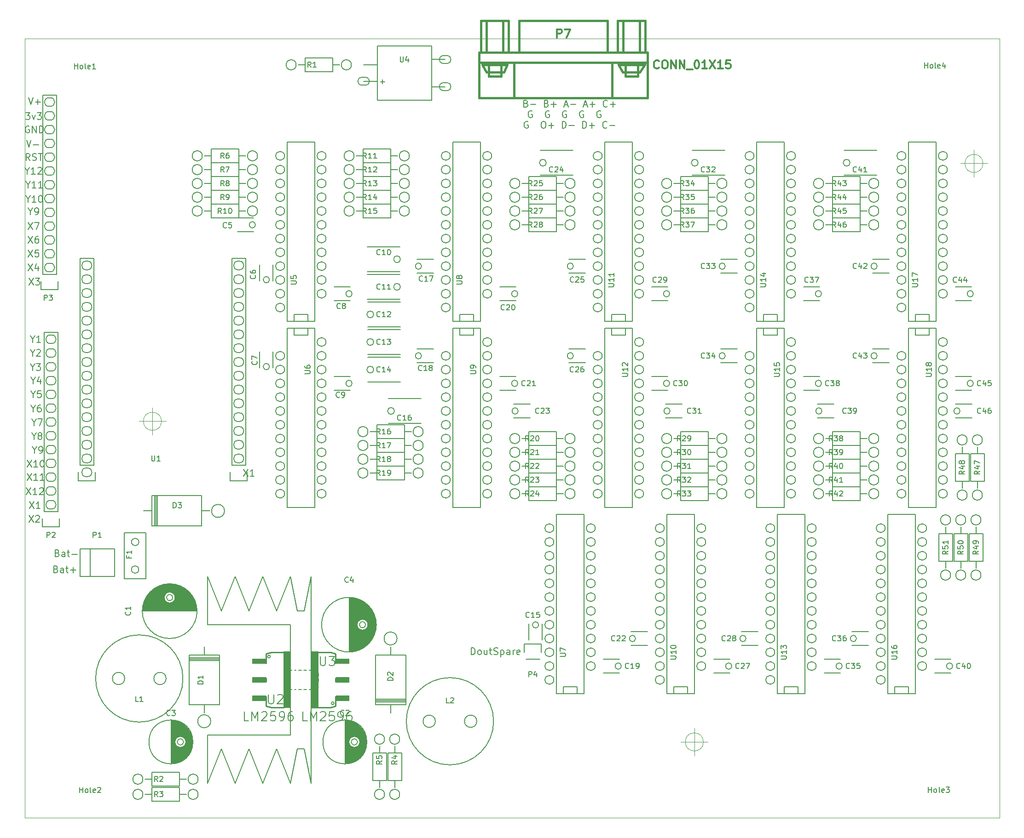
<source format=gto>
G04 #@! TF.FileFunction,Legend,Top*
%FSLAX46Y46*%
G04 Gerber Fmt 4.6, Leading zero omitted, Abs format (unit mm)*
G04 Created by KiCad (PCBNEW 0.201509101502+6177~30~ubuntu15.04.1-product) date Sat 12 Sep 2015 07:26:27 PM CEST*
%MOMM*%
G01*
G04 APERTURE LIST*
%ADD10C,0.150000*%
%ADD11C,0.200000*%
%ADD12C,0.100000*%
%ADD13C,0.381000*%
%ADD14C,0.254000*%
%ADD15C,0.304800*%
%ADD16C,0.177800*%
G04 APERTURE END LIST*
D10*
D11*
X62563524Y-36526476D02*
X62980190Y-37776476D01*
X63396857Y-36526476D01*
X63813524Y-37300286D02*
X64765905Y-37300286D01*
X102493095Y-97105476D02*
X103326429Y-98355476D01*
X103326429Y-97105476D02*
X102493095Y-98355476D01*
X104457381Y-98355476D02*
X103743095Y-98355476D01*
X104100238Y-98355476D02*
X104100238Y-97105476D01*
X103981190Y-97284048D01*
X103862143Y-97403095D01*
X103743095Y-97462619D01*
X154490429Y-29710714D02*
X154669000Y-29770238D01*
X154728524Y-29829762D01*
X154788048Y-29948810D01*
X154788048Y-30127381D01*
X154728524Y-30246429D01*
X154669000Y-30305952D01*
X154549953Y-30365476D01*
X154073762Y-30365476D01*
X154073762Y-29115476D01*
X154490429Y-29115476D01*
X154609476Y-29175000D01*
X154669000Y-29234524D01*
X154728524Y-29353571D01*
X154728524Y-29472619D01*
X154669000Y-29591667D01*
X154609476Y-29651190D01*
X154490429Y-29710714D01*
X154073762Y-29710714D01*
X155323762Y-29889286D02*
X156276143Y-29889286D01*
X158240429Y-29710714D02*
X158419000Y-29770238D01*
X158478524Y-29829762D01*
X158538048Y-29948810D01*
X158538048Y-30127381D01*
X158478524Y-30246429D01*
X158419000Y-30305952D01*
X158299953Y-30365476D01*
X157823762Y-30365476D01*
X157823762Y-29115476D01*
X158240429Y-29115476D01*
X158359476Y-29175000D01*
X158419000Y-29234524D01*
X158478524Y-29353571D01*
X158478524Y-29472619D01*
X158419000Y-29591667D01*
X158359476Y-29651190D01*
X158240429Y-29710714D01*
X157823762Y-29710714D01*
X159073762Y-29889286D02*
X160026143Y-29889286D01*
X159549953Y-30365476D02*
X159549953Y-29413095D01*
X161514238Y-30008333D02*
X162109476Y-30008333D01*
X161395191Y-30365476D02*
X161811857Y-29115476D01*
X162228524Y-30365476D01*
X162645191Y-29889286D02*
X163597572Y-29889286D01*
X165085667Y-30008333D02*
X165680905Y-30008333D01*
X164966620Y-30365476D02*
X165383286Y-29115476D01*
X165799953Y-30365476D01*
X166216620Y-29889286D02*
X167169001Y-29889286D01*
X166692811Y-30365476D02*
X166692811Y-29413095D01*
X169430906Y-30246429D02*
X169371382Y-30305952D01*
X169192811Y-30365476D01*
X169073763Y-30365476D01*
X168895191Y-30305952D01*
X168776144Y-30186905D01*
X168716620Y-30067857D01*
X168657096Y-29829762D01*
X168657096Y-29651190D01*
X168716620Y-29413095D01*
X168776144Y-29294048D01*
X168895191Y-29175000D01*
X169073763Y-29115476D01*
X169192811Y-29115476D01*
X169371382Y-29175000D01*
X169430906Y-29234524D01*
X169966620Y-29889286D02*
X170919001Y-29889286D01*
X170442811Y-30365476D02*
X170442811Y-29413095D01*
X155561857Y-31125000D02*
X155442809Y-31065476D01*
X155264238Y-31065476D01*
X155085666Y-31125000D01*
X154966619Y-31244048D01*
X154907095Y-31363095D01*
X154847571Y-31601190D01*
X154847571Y-31779762D01*
X154907095Y-32017857D01*
X154966619Y-32136905D01*
X155085666Y-32255952D01*
X155264238Y-32315476D01*
X155383286Y-32315476D01*
X155561857Y-32255952D01*
X155621381Y-32196429D01*
X155621381Y-31779762D01*
X155383286Y-31779762D01*
X158716619Y-31125000D02*
X158597571Y-31065476D01*
X158419000Y-31065476D01*
X158240428Y-31125000D01*
X158121381Y-31244048D01*
X158061857Y-31363095D01*
X158002333Y-31601190D01*
X158002333Y-31779762D01*
X158061857Y-32017857D01*
X158121381Y-32136905D01*
X158240428Y-32255952D01*
X158419000Y-32315476D01*
X158538048Y-32315476D01*
X158716619Y-32255952D01*
X158776143Y-32196429D01*
X158776143Y-31779762D01*
X158538048Y-31779762D01*
X161871381Y-31125000D02*
X161752333Y-31065476D01*
X161573762Y-31065476D01*
X161395190Y-31125000D01*
X161276143Y-31244048D01*
X161216619Y-31363095D01*
X161157095Y-31601190D01*
X161157095Y-31779762D01*
X161216619Y-32017857D01*
X161276143Y-32136905D01*
X161395190Y-32255952D01*
X161573762Y-32315476D01*
X161692810Y-32315476D01*
X161871381Y-32255952D01*
X161930905Y-32196429D01*
X161930905Y-31779762D01*
X161692810Y-31779762D01*
X165026143Y-31125000D02*
X164907095Y-31065476D01*
X164728524Y-31065476D01*
X164549952Y-31125000D01*
X164430905Y-31244048D01*
X164371381Y-31363095D01*
X164311857Y-31601190D01*
X164311857Y-31779762D01*
X164371381Y-32017857D01*
X164430905Y-32136905D01*
X164549952Y-32255952D01*
X164728524Y-32315476D01*
X164847572Y-32315476D01*
X165026143Y-32255952D01*
X165085667Y-32196429D01*
X165085667Y-31779762D01*
X164847572Y-31779762D01*
X168180905Y-31125000D02*
X168061857Y-31065476D01*
X167883286Y-31065476D01*
X167704714Y-31125000D01*
X167585667Y-31244048D01*
X167526143Y-31363095D01*
X167466619Y-31601190D01*
X167466619Y-31779762D01*
X167526143Y-32017857D01*
X167585667Y-32136905D01*
X167704714Y-32255952D01*
X167883286Y-32315476D01*
X168002334Y-32315476D01*
X168180905Y-32255952D01*
X168240429Y-32196429D01*
X168240429Y-31779762D01*
X168002334Y-31779762D01*
X154817810Y-33075000D02*
X154698762Y-33015476D01*
X154520191Y-33015476D01*
X154341619Y-33075000D01*
X154222572Y-33194048D01*
X154163048Y-33313095D01*
X154103524Y-33551190D01*
X154103524Y-33729762D01*
X154163048Y-33967857D01*
X154222572Y-34086905D01*
X154341619Y-34205952D01*
X154520191Y-34265476D01*
X154639239Y-34265476D01*
X154817810Y-34205952D01*
X154877334Y-34146429D01*
X154877334Y-33729762D01*
X154639239Y-33729762D01*
X157555905Y-33015476D02*
X157794001Y-33015476D01*
X157913048Y-33075000D01*
X158032096Y-33194048D01*
X158091620Y-33432143D01*
X158091620Y-33848810D01*
X158032096Y-34086905D01*
X157913048Y-34205952D01*
X157794001Y-34265476D01*
X157555905Y-34265476D01*
X157436858Y-34205952D01*
X157317810Y-34086905D01*
X157258286Y-33848810D01*
X157258286Y-33432143D01*
X157317810Y-33194048D01*
X157436858Y-33075000D01*
X157555905Y-33015476D01*
X158627334Y-33789286D02*
X159579715Y-33789286D01*
X159103525Y-34265476D02*
X159103525Y-33313095D01*
X161127334Y-34265476D02*
X161127334Y-33015476D01*
X161424953Y-33015476D01*
X161603525Y-33075000D01*
X161722572Y-33194048D01*
X161782096Y-33313095D01*
X161841620Y-33551190D01*
X161841620Y-33729762D01*
X161782096Y-33967857D01*
X161722572Y-34086905D01*
X161603525Y-34205952D01*
X161424953Y-34265476D01*
X161127334Y-34265476D01*
X162377334Y-33789286D02*
X163329715Y-33789286D01*
X164877334Y-34265476D02*
X164877334Y-33015476D01*
X165174953Y-33015476D01*
X165353525Y-33075000D01*
X165472572Y-33194048D01*
X165532096Y-33313095D01*
X165591620Y-33551190D01*
X165591620Y-33729762D01*
X165532096Y-33967857D01*
X165472572Y-34086905D01*
X165353525Y-34205952D01*
X165174953Y-34265476D01*
X164877334Y-34265476D01*
X166127334Y-33789286D02*
X167079715Y-33789286D01*
X166603525Y-34265476D02*
X166603525Y-33313095D01*
X169341620Y-34146429D02*
X169282096Y-34205952D01*
X169103525Y-34265476D01*
X168984477Y-34265476D01*
X168805905Y-34205952D01*
X168686858Y-34086905D01*
X168627334Y-33967857D01*
X168567810Y-33729762D01*
X168567810Y-33551190D01*
X168627334Y-33313095D01*
X168686858Y-33194048D01*
X168805905Y-33075000D01*
X168984477Y-33015476D01*
X169103525Y-33015476D01*
X169282096Y-33075000D01*
X169341620Y-33134524D01*
X169877334Y-33789286D02*
X170829715Y-33789286D01*
X67988858Y-115480714D02*
X68167429Y-115540238D01*
X68226953Y-115599762D01*
X68286477Y-115718810D01*
X68286477Y-115897381D01*
X68226953Y-116016429D01*
X68167429Y-116075952D01*
X68048382Y-116135476D01*
X67572191Y-116135476D01*
X67572191Y-114885476D01*
X67988858Y-114885476D01*
X68107905Y-114945000D01*
X68167429Y-115004524D01*
X68226953Y-115123571D01*
X68226953Y-115242619D01*
X68167429Y-115361667D01*
X68107905Y-115421190D01*
X67988858Y-115480714D01*
X67572191Y-115480714D01*
X69357905Y-116135476D02*
X69357905Y-115480714D01*
X69298382Y-115361667D01*
X69179334Y-115302143D01*
X68941239Y-115302143D01*
X68822191Y-115361667D01*
X69357905Y-116075952D02*
X69238858Y-116135476D01*
X68941239Y-116135476D01*
X68822191Y-116075952D01*
X68762667Y-115956905D01*
X68762667Y-115837857D01*
X68822191Y-115718810D01*
X68941239Y-115659286D01*
X69238858Y-115659286D01*
X69357905Y-115599762D01*
X69774572Y-115302143D02*
X70250762Y-115302143D01*
X69953143Y-114885476D02*
X69953143Y-115956905D01*
X70012667Y-116075952D01*
X70131714Y-116135476D01*
X70250762Y-116135476D01*
X70667429Y-115659286D02*
X71619810Y-115659286D01*
X71143620Y-116135476D02*
X71143620Y-115183095D01*
X68242858Y-112559714D02*
X68421429Y-112619238D01*
X68480953Y-112678762D01*
X68540477Y-112797810D01*
X68540477Y-112976381D01*
X68480953Y-113095429D01*
X68421429Y-113154952D01*
X68302382Y-113214476D01*
X67826191Y-113214476D01*
X67826191Y-111964476D01*
X68242858Y-111964476D01*
X68361905Y-112024000D01*
X68421429Y-112083524D01*
X68480953Y-112202571D01*
X68480953Y-112321619D01*
X68421429Y-112440667D01*
X68361905Y-112500190D01*
X68242858Y-112559714D01*
X67826191Y-112559714D01*
X69611905Y-113214476D02*
X69611905Y-112559714D01*
X69552382Y-112440667D01*
X69433334Y-112381143D01*
X69195239Y-112381143D01*
X69076191Y-112440667D01*
X69611905Y-113154952D02*
X69492858Y-113214476D01*
X69195239Y-113214476D01*
X69076191Y-113154952D01*
X69016667Y-113035905D01*
X69016667Y-112916857D01*
X69076191Y-112797810D01*
X69195239Y-112738286D01*
X69492858Y-112738286D01*
X69611905Y-112678762D01*
X70028572Y-112381143D02*
X70504762Y-112381143D01*
X70207143Y-111964476D02*
X70207143Y-113035905D01*
X70266667Y-113154952D01*
X70385714Y-113214476D01*
X70504762Y-113214476D01*
X70921429Y-112738286D02*
X71873810Y-112738286D01*
X144379715Y-131248476D02*
X144379715Y-129998476D01*
X144677334Y-129998476D01*
X144855906Y-130058000D01*
X144974953Y-130177048D01*
X145034477Y-130296095D01*
X145094001Y-130534190D01*
X145094001Y-130712762D01*
X145034477Y-130950857D01*
X144974953Y-131069905D01*
X144855906Y-131188952D01*
X144677334Y-131248476D01*
X144379715Y-131248476D01*
X145808286Y-131248476D02*
X145689239Y-131188952D01*
X145629715Y-131129429D01*
X145570191Y-131010381D01*
X145570191Y-130653238D01*
X145629715Y-130534190D01*
X145689239Y-130474667D01*
X145808286Y-130415143D01*
X145986858Y-130415143D01*
X146105906Y-130474667D01*
X146165429Y-130534190D01*
X146224953Y-130653238D01*
X146224953Y-131010381D01*
X146165429Y-131129429D01*
X146105906Y-131188952D01*
X145986858Y-131248476D01*
X145808286Y-131248476D01*
X147296381Y-130415143D02*
X147296381Y-131248476D01*
X146760667Y-130415143D02*
X146760667Y-131069905D01*
X146820191Y-131188952D01*
X146939238Y-131248476D01*
X147117810Y-131248476D01*
X147236858Y-131188952D01*
X147296381Y-131129429D01*
X147713048Y-130415143D02*
X148189238Y-130415143D01*
X147891619Y-129998476D02*
X147891619Y-131069905D01*
X147951143Y-131188952D01*
X148070190Y-131248476D01*
X148189238Y-131248476D01*
X148546381Y-131188952D02*
X148724953Y-131248476D01*
X149022572Y-131248476D01*
X149141619Y-131188952D01*
X149201143Y-131129429D01*
X149260667Y-131010381D01*
X149260667Y-130891333D01*
X149201143Y-130772286D01*
X149141619Y-130712762D01*
X149022572Y-130653238D01*
X148784476Y-130593714D01*
X148665429Y-130534190D01*
X148605905Y-130474667D01*
X148546381Y-130355619D01*
X148546381Y-130236571D01*
X148605905Y-130117524D01*
X148665429Y-130058000D01*
X148784476Y-129998476D01*
X149082096Y-129998476D01*
X149260667Y-130058000D01*
X149796381Y-130415143D02*
X149796381Y-131665143D01*
X149796381Y-130474667D02*
X149915429Y-130415143D01*
X150153524Y-130415143D01*
X150272572Y-130474667D01*
X150332095Y-130534190D01*
X150391619Y-130653238D01*
X150391619Y-131010381D01*
X150332095Y-131129429D01*
X150272572Y-131188952D01*
X150153524Y-131248476D01*
X149915429Y-131248476D01*
X149796381Y-131188952D01*
X151463047Y-131248476D02*
X151463047Y-130593714D01*
X151403524Y-130474667D01*
X151284476Y-130415143D01*
X151046381Y-130415143D01*
X150927333Y-130474667D01*
X151463047Y-131188952D02*
X151344000Y-131248476D01*
X151046381Y-131248476D01*
X150927333Y-131188952D01*
X150867809Y-131069905D01*
X150867809Y-130950857D01*
X150927333Y-130831810D01*
X151046381Y-130772286D01*
X151344000Y-130772286D01*
X151463047Y-130712762D01*
X152058285Y-131248476D02*
X152058285Y-130415143D01*
X152058285Y-130653238D02*
X152117809Y-130534190D01*
X152177333Y-130474667D01*
X152296380Y-130415143D01*
X152415428Y-130415143D01*
X153308286Y-131188952D02*
X153189238Y-131248476D01*
X152951143Y-131248476D01*
X152832095Y-131188952D01*
X152772571Y-131069905D01*
X152772571Y-130593714D01*
X152832095Y-130474667D01*
X152951143Y-130415143D01*
X153189238Y-130415143D01*
X153308286Y-130474667D01*
X153367809Y-130593714D01*
X153367809Y-130712762D01*
X152772571Y-130831810D01*
X62527857Y-100534476D02*
X63361191Y-101784476D01*
X63361191Y-100534476D02*
X62527857Y-101784476D01*
X64492143Y-101784476D02*
X63777857Y-101784476D01*
X64135000Y-101784476D02*
X64135000Y-100534476D01*
X64015952Y-100713048D01*
X63896905Y-100832095D01*
X63777857Y-100891619D01*
X64968333Y-100653524D02*
X65027857Y-100594000D01*
X65146905Y-100534476D01*
X65444524Y-100534476D01*
X65563571Y-100594000D01*
X65623095Y-100653524D01*
X65682619Y-100772571D01*
X65682619Y-100891619D01*
X65623095Y-101070190D01*
X64908809Y-101784476D01*
X65682619Y-101784476D01*
X62654857Y-97867476D02*
X63488191Y-99117476D01*
X63488191Y-97867476D02*
X62654857Y-99117476D01*
X64619143Y-99117476D02*
X63904857Y-99117476D01*
X64262000Y-99117476D02*
X64262000Y-97867476D01*
X64142952Y-98046048D01*
X64023905Y-98165095D01*
X63904857Y-98224619D01*
X65809619Y-99117476D02*
X65095333Y-99117476D01*
X65452476Y-99117476D02*
X65452476Y-97867476D01*
X65333428Y-98046048D01*
X65214381Y-98165095D01*
X65095333Y-98224619D01*
X62654857Y-95454476D02*
X63488191Y-96704476D01*
X63488191Y-95454476D02*
X62654857Y-96704476D01*
X64619143Y-96704476D02*
X63904857Y-96704476D01*
X64262000Y-96704476D02*
X64262000Y-95454476D01*
X64142952Y-95633048D01*
X64023905Y-95752095D01*
X63904857Y-95811619D01*
X65392952Y-95454476D02*
X65512000Y-95454476D01*
X65631048Y-95514000D01*
X65690571Y-95573524D01*
X65750095Y-95692571D01*
X65809619Y-95930667D01*
X65809619Y-96228286D01*
X65750095Y-96466381D01*
X65690571Y-96585429D01*
X65631048Y-96644952D01*
X65512000Y-96704476D01*
X65392952Y-96704476D01*
X65273905Y-96644952D01*
X65214381Y-96585429D01*
X65154857Y-96466381D01*
X65095333Y-96228286D01*
X65095333Y-95930667D01*
X65154857Y-95692571D01*
X65214381Y-95573524D01*
X65273905Y-95514000D01*
X65392952Y-95454476D01*
X64047762Y-93569238D02*
X64047762Y-94164476D01*
X63631096Y-92914476D02*
X64047762Y-93569238D01*
X64464429Y-92914476D01*
X64940620Y-94164476D02*
X65178715Y-94164476D01*
X65297763Y-94104952D01*
X65357287Y-94045429D01*
X65476334Y-93866857D01*
X65535858Y-93628762D01*
X65535858Y-93152571D01*
X65476334Y-93033524D01*
X65416810Y-92974000D01*
X65297763Y-92914476D01*
X65059667Y-92914476D01*
X64940620Y-92974000D01*
X64881096Y-93033524D01*
X64821572Y-93152571D01*
X64821572Y-93450190D01*
X64881096Y-93569238D01*
X64940620Y-93628762D01*
X65059667Y-93688286D01*
X65297763Y-93688286D01*
X65416810Y-93628762D01*
X65476334Y-93569238D01*
X65535858Y-93450190D01*
X63920762Y-91029238D02*
X63920762Y-91624476D01*
X63504096Y-90374476D02*
X63920762Y-91029238D01*
X64337429Y-90374476D01*
X64932667Y-90910190D02*
X64813620Y-90850667D01*
X64754096Y-90791143D01*
X64694572Y-90672095D01*
X64694572Y-90612571D01*
X64754096Y-90493524D01*
X64813620Y-90434000D01*
X64932667Y-90374476D01*
X65170763Y-90374476D01*
X65289810Y-90434000D01*
X65349334Y-90493524D01*
X65408858Y-90612571D01*
X65408858Y-90672095D01*
X65349334Y-90791143D01*
X65289810Y-90850667D01*
X65170763Y-90910190D01*
X64932667Y-90910190D01*
X64813620Y-90969714D01*
X64754096Y-91029238D01*
X64694572Y-91148286D01*
X64694572Y-91386381D01*
X64754096Y-91505429D01*
X64813620Y-91564952D01*
X64932667Y-91624476D01*
X65170763Y-91624476D01*
X65289810Y-91564952D01*
X65349334Y-91505429D01*
X65408858Y-91386381D01*
X65408858Y-91148286D01*
X65349334Y-91029238D01*
X65289810Y-90969714D01*
X65170763Y-90910190D01*
X63920762Y-88489238D02*
X63920762Y-89084476D01*
X63504096Y-87834476D02*
X63920762Y-88489238D01*
X64337429Y-87834476D01*
X64635048Y-87834476D02*
X65468382Y-87834476D01*
X64932667Y-89084476D01*
X63793762Y-85949238D02*
X63793762Y-86544476D01*
X63377096Y-85294476D02*
X63793762Y-85949238D01*
X64210429Y-85294476D01*
X65162810Y-85294476D02*
X64924715Y-85294476D01*
X64805667Y-85354000D01*
X64746144Y-85413524D01*
X64627096Y-85592095D01*
X64567572Y-85830190D01*
X64567572Y-86306381D01*
X64627096Y-86425429D01*
X64686620Y-86484952D01*
X64805667Y-86544476D01*
X65043763Y-86544476D01*
X65162810Y-86484952D01*
X65222334Y-86425429D01*
X65281858Y-86306381D01*
X65281858Y-86008762D01*
X65222334Y-85889714D01*
X65162810Y-85830190D01*
X65043763Y-85770667D01*
X64805667Y-85770667D01*
X64686620Y-85830190D01*
X64627096Y-85889714D01*
X64567572Y-86008762D01*
X63793762Y-83282238D02*
X63793762Y-83877476D01*
X63377096Y-82627476D02*
X63793762Y-83282238D01*
X64210429Y-82627476D01*
X65222334Y-82627476D02*
X64627096Y-82627476D01*
X64567572Y-83222714D01*
X64627096Y-83163190D01*
X64746144Y-83103667D01*
X65043763Y-83103667D01*
X65162810Y-83163190D01*
X65222334Y-83222714D01*
X65281858Y-83341762D01*
X65281858Y-83639381D01*
X65222334Y-83758429D01*
X65162810Y-83817952D01*
X65043763Y-83877476D01*
X64746144Y-83877476D01*
X64627096Y-83817952D01*
X64567572Y-83758429D01*
X63793762Y-80742238D02*
X63793762Y-81337476D01*
X63377096Y-80087476D02*
X63793762Y-80742238D01*
X64210429Y-80087476D01*
X65162810Y-80504143D02*
X65162810Y-81337476D01*
X64865191Y-80027952D02*
X64567572Y-80920810D01*
X65341382Y-80920810D01*
X63666762Y-78329238D02*
X63666762Y-78924476D01*
X63250096Y-77674476D02*
X63666762Y-78329238D01*
X64083429Y-77674476D01*
X64381048Y-77674476D02*
X65154858Y-77674476D01*
X64738191Y-78150667D01*
X64916763Y-78150667D01*
X65035810Y-78210190D01*
X65095334Y-78269714D01*
X65154858Y-78388762D01*
X65154858Y-78686381D01*
X65095334Y-78805429D01*
X65035810Y-78864952D01*
X64916763Y-78924476D01*
X64559620Y-78924476D01*
X64440572Y-78864952D01*
X64381048Y-78805429D01*
X63666762Y-75662238D02*
X63666762Y-76257476D01*
X63250096Y-75007476D02*
X63666762Y-75662238D01*
X64083429Y-75007476D01*
X64440572Y-75126524D02*
X64500096Y-75067000D01*
X64619144Y-75007476D01*
X64916763Y-75007476D01*
X65035810Y-75067000D01*
X65095334Y-75126524D01*
X65154858Y-75245571D01*
X65154858Y-75364619D01*
X65095334Y-75543190D01*
X64381048Y-76257476D01*
X65154858Y-76257476D01*
X63666762Y-73122238D02*
X63666762Y-73717476D01*
X63250096Y-72467476D02*
X63666762Y-73122238D01*
X64083429Y-72467476D01*
X65154858Y-73717476D02*
X64440572Y-73717476D01*
X64797715Y-73717476D02*
X64797715Y-72467476D01*
X64678667Y-72646048D01*
X64559620Y-72765095D01*
X64440572Y-72824619D01*
X63123095Y-103074476D02*
X63956429Y-104324476D01*
X63956429Y-103074476D02*
X63123095Y-104324476D01*
X65087381Y-104324476D02*
X64373095Y-104324476D01*
X64730238Y-104324476D02*
X64730238Y-103074476D01*
X64611190Y-103253048D01*
X64492143Y-103372095D01*
X64373095Y-103431619D01*
X62996095Y-105614476D02*
X63829429Y-106864476D01*
X63829429Y-105614476D02*
X62996095Y-106864476D01*
X64246095Y-105733524D02*
X64305619Y-105674000D01*
X64424667Y-105614476D01*
X64722286Y-105614476D01*
X64841333Y-105674000D01*
X64900857Y-105733524D01*
X64960381Y-105852571D01*
X64960381Y-105971619D01*
X64900857Y-106150190D01*
X64186571Y-106864476D01*
X64960381Y-106864476D01*
X62996095Y-61926476D02*
X63829429Y-63176476D01*
X63829429Y-61926476D02*
X62996095Y-63176476D01*
X64186571Y-61926476D02*
X64960381Y-61926476D01*
X64543714Y-62402667D01*
X64722286Y-62402667D01*
X64841333Y-62462190D01*
X64900857Y-62521714D01*
X64960381Y-62640762D01*
X64960381Y-62938381D01*
X64900857Y-63057429D01*
X64841333Y-63116952D01*
X64722286Y-63176476D01*
X64365143Y-63176476D01*
X64246095Y-63116952D01*
X64186571Y-63057429D01*
X62869095Y-59259476D02*
X63702429Y-60509476D01*
X63702429Y-59259476D02*
X62869095Y-60509476D01*
X64714333Y-59676143D02*
X64714333Y-60509476D01*
X64416714Y-59199952D02*
X64119095Y-60092810D01*
X64892905Y-60092810D01*
X62869095Y-56719476D02*
X63702429Y-57969476D01*
X63702429Y-56719476D02*
X62869095Y-57969476D01*
X64773857Y-56719476D02*
X64178619Y-56719476D01*
X64119095Y-57314714D01*
X64178619Y-57255190D01*
X64297667Y-57195667D01*
X64595286Y-57195667D01*
X64714333Y-57255190D01*
X64773857Y-57314714D01*
X64833381Y-57433762D01*
X64833381Y-57731381D01*
X64773857Y-57850429D01*
X64714333Y-57909952D01*
X64595286Y-57969476D01*
X64297667Y-57969476D01*
X64178619Y-57909952D01*
X64119095Y-57850429D01*
X62869095Y-54179476D02*
X63702429Y-55429476D01*
X63702429Y-54179476D02*
X62869095Y-55429476D01*
X64714333Y-54179476D02*
X64476238Y-54179476D01*
X64357190Y-54239000D01*
X64297667Y-54298524D01*
X64178619Y-54477095D01*
X64119095Y-54715190D01*
X64119095Y-55191381D01*
X64178619Y-55310429D01*
X64238143Y-55369952D01*
X64357190Y-55429476D01*
X64595286Y-55429476D01*
X64714333Y-55369952D01*
X64773857Y-55310429D01*
X64833381Y-55191381D01*
X64833381Y-54893762D01*
X64773857Y-54774714D01*
X64714333Y-54715190D01*
X64595286Y-54655667D01*
X64357190Y-54655667D01*
X64238143Y-54715190D01*
X64178619Y-54774714D01*
X64119095Y-54893762D01*
X62869095Y-51639476D02*
X63702429Y-52889476D01*
X63702429Y-51639476D02*
X62869095Y-52889476D01*
X64059571Y-51639476D02*
X64892905Y-51639476D01*
X64357190Y-52889476D01*
X63285762Y-49627238D02*
X63285762Y-50222476D01*
X62869096Y-48972476D02*
X63285762Y-49627238D01*
X63702429Y-48972476D01*
X64178620Y-50222476D02*
X64416715Y-50222476D01*
X64535763Y-50162952D01*
X64595287Y-50103429D01*
X64714334Y-49924857D01*
X64773858Y-49686762D01*
X64773858Y-49210571D01*
X64714334Y-49091524D01*
X64654810Y-49032000D01*
X64535763Y-48972476D01*
X64297667Y-48972476D01*
X64178620Y-49032000D01*
X64119096Y-49091524D01*
X64059572Y-49210571D01*
X64059572Y-49508190D01*
X64119096Y-49627238D01*
X64178620Y-49686762D01*
X64297667Y-49746286D01*
X64535763Y-49746286D01*
X64654810Y-49686762D01*
X64714334Y-49627238D01*
X64773858Y-49508190D01*
X62817524Y-47341238D02*
X62817524Y-47936476D01*
X62400858Y-46686476D02*
X62817524Y-47341238D01*
X63234191Y-46686476D01*
X64305620Y-47936476D02*
X63591334Y-47936476D01*
X63948477Y-47936476D02*
X63948477Y-46686476D01*
X63829429Y-46865048D01*
X63710382Y-46984095D01*
X63591334Y-47043619D01*
X65079429Y-46686476D02*
X65198477Y-46686476D01*
X65317525Y-46746000D01*
X65377048Y-46805524D01*
X65436572Y-46924571D01*
X65496096Y-47162667D01*
X65496096Y-47460286D01*
X65436572Y-47698381D01*
X65377048Y-47817429D01*
X65317525Y-47876952D01*
X65198477Y-47936476D01*
X65079429Y-47936476D01*
X64960382Y-47876952D01*
X64900858Y-47817429D01*
X64841334Y-47698381D01*
X64781810Y-47460286D01*
X64781810Y-47162667D01*
X64841334Y-46924571D01*
X64900858Y-46805524D01*
X64960382Y-46746000D01*
X65079429Y-46686476D01*
X62817524Y-44674238D02*
X62817524Y-45269476D01*
X62400858Y-44019476D02*
X62817524Y-44674238D01*
X63234191Y-44019476D01*
X64305620Y-45269476D02*
X63591334Y-45269476D01*
X63948477Y-45269476D02*
X63948477Y-44019476D01*
X63829429Y-44198048D01*
X63710382Y-44317095D01*
X63591334Y-44376619D01*
X65496096Y-45269476D02*
X64781810Y-45269476D01*
X65138953Y-45269476D02*
X65138953Y-44019476D01*
X65019905Y-44198048D01*
X64900858Y-44317095D01*
X64781810Y-44376619D01*
X62690524Y-42134238D02*
X62690524Y-42729476D01*
X62273858Y-41479476D02*
X62690524Y-42134238D01*
X63107191Y-41479476D01*
X64178620Y-42729476D02*
X63464334Y-42729476D01*
X63821477Y-42729476D02*
X63821477Y-41479476D01*
X63702429Y-41658048D01*
X63583382Y-41777095D01*
X63464334Y-41836619D01*
X64654810Y-41598524D02*
X64714334Y-41539000D01*
X64833382Y-41479476D01*
X65131001Y-41479476D01*
X65250048Y-41539000D01*
X65309572Y-41598524D01*
X65369096Y-41717571D01*
X65369096Y-41836619D01*
X65309572Y-42015190D01*
X64595286Y-42729476D01*
X65369096Y-42729476D01*
X63196477Y-40189476D02*
X62779810Y-39594238D01*
X62482191Y-40189476D02*
X62482191Y-38939476D01*
X62958382Y-38939476D01*
X63077429Y-38999000D01*
X63136953Y-39058524D01*
X63196477Y-39177571D01*
X63196477Y-39356143D01*
X63136953Y-39475190D01*
X63077429Y-39534714D01*
X62958382Y-39594238D01*
X62482191Y-39594238D01*
X63672667Y-40129952D02*
X63851239Y-40189476D01*
X64148858Y-40189476D01*
X64267905Y-40129952D01*
X64327429Y-40070429D01*
X64386953Y-39951381D01*
X64386953Y-39832333D01*
X64327429Y-39713286D01*
X64267905Y-39653762D01*
X64148858Y-39594238D01*
X63910762Y-39534714D01*
X63791715Y-39475190D01*
X63732191Y-39415667D01*
X63672667Y-39296619D01*
X63672667Y-39177571D01*
X63732191Y-39058524D01*
X63791715Y-38999000D01*
X63910762Y-38939476D01*
X64208382Y-38939476D01*
X64386953Y-38999000D01*
X64744096Y-38939476D02*
X65458381Y-38939476D01*
X65101238Y-40189476D02*
X65101238Y-38939476D01*
X63055619Y-33919000D02*
X62936571Y-33859476D01*
X62758000Y-33859476D01*
X62579428Y-33919000D01*
X62460381Y-34038048D01*
X62400857Y-34157095D01*
X62341333Y-34395190D01*
X62341333Y-34573762D01*
X62400857Y-34811857D01*
X62460381Y-34930905D01*
X62579428Y-35049952D01*
X62758000Y-35109476D01*
X62877048Y-35109476D01*
X63055619Y-35049952D01*
X63115143Y-34990429D01*
X63115143Y-34573762D01*
X62877048Y-34573762D01*
X63650857Y-35109476D02*
X63650857Y-33859476D01*
X64365143Y-35109476D01*
X64365143Y-33859476D01*
X64960381Y-35109476D02*
X64960381Y-33859476D01*
X65258000Y-33859476D01*
X65436572Y-33919000D01*
X65555619Y-34038048D01*
X65615143Y-34157095D01*
X65674667Y-34395190D01*
X65674667Y-34573762D01*
X65615143Y-34811857D01*
X65555619Y-34930905D01*
X65436572Y-35049952D01*
X65258000Y-35109476D01*
X64960381Y-35109476D01*
X62392905Y-31446476D02*
X63166715Y-31446476D01*
X62750048Y-31922667D01*
X62928620Y-31922667D01*
X63047667Y-31982190D01*
X63107191Y-32041714D01*
X63166715Y-32160762D01*
X63166715Y-32458381D01*
X63107191Y-32577429D01*
X63047667Y-32636952D01*
X62928620Y-32696476D01*
X62571477Y-32696476D01*
X62452429Y-32636952D01*
X62392905Y-32577429D01*
X63583381Y-31863143D02*
X63881000Y-32696476D01*
X64178620Y-31863143D01*
X64535762Y-31446476D02*
X65309572Y-31446476D01*
X64892905Y-31922667D01*
X65071477Y-31922667D01*
X65190524Y-31982190D01*
X65250048Y-32041714D01*
X65309572Y-32160762D01*
X65309572Y-32458381D01*
X65250048Y-32577429D01*
X65190524Y-32636952D01*
X65071477Y-32696476D01*
X64714334Y-32696476D01*
X64595286Y-32636952D01*
X64535762Y-32577429D01*
X62944524Y-28652476D02*
X63361190Y-29902476D01*
X63777857Y-28652476D01*
X64194524Y-29426286D02*
X65146905Y-29426286D01*
X64670715Y-29902476D02*
X64670715Y-28950095D01*
D12*
X241554000Y-161290000D02*
X62230000Y-161290000D01*
X241554000Y-160528000D02*
X241554000Y-161290000D01*
X241554000Y-17780000D02*
X69850000Y-17780000D01*
X241554000Y-160528000D02*
X241554000Y-17780000D01*
X62230000Y-17780000D02*
X62230000Y-161290000D01*
X69850000Y-17780000D02*
X62230000Y-17780000D01*
X187086666Y-147320000D02*
G75*
G03X187086666Y-147320000I-1666666J0D01*
G01*
X182920000Y-147320000D02*
X187920000Y-147320000D01*
X185420000Y-144820000D02*
X185420000Y-149820000D01*
X87391666Y-88265000D02*
G75*
G03X87391666Y-88265000I-1666666J0D01*
G01*
X83225000Y-88265000D02*
X88225000Y-88265000D01*
X85725000Y-85765000D02*
X85725000Y-90765000D01*
X238521666Y-40767000D02*
G75*
G03X238521666Y-40767000I-1666666J0D01*
G01*
X234355000Y-40767000D02*
X239355000Y-40767000D01*
X236855000Y-38267000D02*
X236855000Y-43267000D01*
D10*
X83901000Y-123155000D02*
X93899000Y-123155000D01*
X83905000Y-123015000D02*
X93895000Y-123015000D01*
X83913000Y-122875000D02*
X93887000Y-122875000D01*
X83925000Y-122735000D02*
X93875000Y-122735000D01*
X83940000Y-122595000D02*
X93860000Y-122595000D01*
X83960000Y-122455000D02*
X93840000Y-122455000D01*
X83984000Y-122315000D02*
X93816000Y-122315000D01*
X84013000Y-122175000D02*
X93787000Y-122175000D01*
X84045000Y-122035000D02*
X93755000Y-122035000D01*
X84082000Y-121895000D02*
X93718000Y-121895000D01*
X84123000Y-121755000D02*
X93677000Y-121755000D01*
X84168000Y-121615000D02*
X88434000Y-121615000D01*
X89366000Y-121615000D02*
X93632000Y-121615000D01*
X84218000Y-121475000D02*
X88233000Y-121475000D01*
X89567000Y-121475000D02*
X93582000Y-121475000D01*
X84273000Y-121335000D02*
X88104000Y-121335000D01*
X89696000Y-121335000D02*
X93527000Y-121335000D01*
X84333000Y-121195000D02*
X88015000Y-121195000D01*
X89785000Y-121195000D02*
X93467000Y-121195000D01*
X84398000Y-121055000D02*
X87954000Y-121055000D01*
X89846000Y-121055000D02*
X93402000Y-121055000D01*
X84468000Y-120915000D02*
X87917000Y-120915000D01*
X89883000Y-120915000D02*
X93332000Y-120915000D01*
X84544000Y-120775000D02*
X87901000Y-120775000D01*
X89899000Y-120775000D02*
X93256000Y-120775000D01*
X84626000Y-120635000D02*
X87905000Y-120635000D01*
X89895000Y-120635000D02*
X93174000Y-120635000D01*
X84714000Y-120495000D02*
X87928000Y-120495000D01*
X89872000Y-120495000D02*
X93086000Y-120495000D01*
X84809000Y-120355000D02*
X87973000Y-120355000D01*
X89827000Y-120355000D02*
X92991000Y-120355000D01*
X84911000Y-120215000D02*
X88043000Y-120215000D01*
X89757000Y-120215000D02*
X92889000Y-120215000D01*
X85021000Y-120075000D02*
X88144000Y-120075000D01*
X89656000Y-120075000D02*
X92779000Y-120075000D01*
X85139000Y-119935000D02*
X88293000Y-119935000D01*
X89507000Y-119935000D02*
X92661000Y-119935000D01*
X85267000Y-119795000D02*
X88545000Y-119795000D01*
X89255000Y-119795000D02*
X92533000Y-119795000D01*
X85404000Y-119655000D02*
X92396000Y-119655000D01*
X85554000Y-119515000D02*
X92246000Y-119515000D01*
X85716000Y-119375000D02*
X92084000Y-119375000D01*
X85893000Y-119235000D02*
X91907000Y-119235000D01*
X86089000Y-119095000D02*
X91711000Y-119095000D01*
X86307000Y-118955000D02*
X91493000Y-118955000D01*
X86553000Y-118815000D02*
X91247000Y-118815000D01*
X86838000Y-118675000D02*
X90962000Y-118675000D01*
X87180000Y-118535000D02*
X90620000Y-118535000D01*
X87626000Y-118395000D02*
X90174000Y-118395000D01*
X88401000Y-118255000D02*
X89399000Y-118255000D01*
X89900000Y-120730000D02*
G75*
G03X89900000Y-120730000I-1000000J0D01*
G01*
X93937500Y-123230000D02*
G75*
G03X93937500Y-123230000I-5037500J0D01*
G01*
X121955000Y-120731000D02*
X121955000Y-130729000D01*
X122095000Y-120735000D02*
X122095000Y-130725000D01*
X122235000Y-120743000D02*
X122235000Y-130717000D01*
X122375000Y-120755000D02*
X122375000Y-130705000D01*
X122515000Y-120770000D02*
X122515000Y-130690000D01*
X122655000Y-120790000D02*
X122655000Y-130670000D01*
X122795000Y-120814000D02*
X122795000Y-130646000D01*
X122935000Y-120843000D02*
X122935000Y-130617000D01*
X123075000Y-120875000D02*
X123075000Y-130585000D01*
X123215000Y-120912000D02*
X123215000Y-130548000D01*
X123355000Y-120953000D02*
X123355000Y-130507000D01*
X123495000Y-120998000D02*
X123495000Y-125264000D01*
X123495000Y-126196000D02*
X123495000Y-130462000D01*
X123635000Y-121048000D02*
X123635000Y-125063000D01*
X123635000Y-126397000D02*
X123635000Y-130412000D01*
X123775000Y-121103000D02*
X123775000Y-124934000D01*
X123775000Y-126526000D02*
X123775000Y-130357000D01*
X123915000Y-121163000D02*
X123915000Y-124845000D01*
X123915000Y-126615000D02*
X123915000Y-130297000D01*
X124055000Y-121228000D02*
X124055000Y-124784000D01*
X124055000Y-126676000D02*
X124055000Y-130232000D01*
X124195000Y-121298000D02*
X124195000Y-124747000D01*
X124195000Y-126713000D02*
X124195000Y-130162000D01*
X124335000Y-121374000D02*
X124335000Y-124731000D01*
X124335000Y-126729000D02*
X124335000Y-130086000D01*
X124475000Y-121456000D02*
X124475000Y-124735000D01*
X124475000Y-126725000D02*
X124475000Y-130004000D01*
X124615000Y-121544000D02*
X124615000Y-124758000D01*
X124615000Y-126702000D02*
X124615000Y-129916000D01*
X124755000Y-121639000D02*
X124755000Y-124803000D01*
X124755000Y-126657000D02*
X124755000Y-129821000D01*
X124895000Y-121741000D02*
X124895000Y-124873000D01*
X124895000Y-126587000D02*
X124895000Y-129719000D01*
X125035000Y-121851000D02*
X125035000Y-124974000D01*
X125035000Y-126486000D02*
X125035000Y-129609000D01*
X125175000Y-121969000D02*
X125175000Y-125123000D01*
X125175000Y-126337000D02*
X125175000Y-129491000D01*
X125315000Y-122097000D02*
X125315000Y-125375000D01*
X125315000Y-126085000D02*
X125315000Y-129363000D01*
X125455000Y-122234000D02*
X125455000Y-129226000D01*
X125595000Y-122384000D02*
X125595000Y-129076000D01*
X125735000Y-122546000D02*
X125735000Y-128914000D01*
X125875000Y-122723000D02*
X125875000Y-128737000D01*
X126015000Y-122919000D02*
X126015000Y-128541000D01*
X126155000Y-123137000D02*
X126155000Y-128323000D01*
X126295000Y-123383000D02*
X126295000Y-128077000D01*
X126435000Y-123668000D02*
X126435000Y-127792000D01*
X126575000Y-124010000D02*
X126575000Y-127450000D01*
X126715000Y-124456000D02*
X126715000Y-127004000D01*
X126855000Y-125231000D02*
X126855000Y-126229000D01*
X125380000Y-125730000D02*
G75*
G03X125380000Y-125730000I-1000000J0D01*
G01*
X126917500Y-125730000D02*
G75*
G03X126917500Y-125730000I-5037500J0D01*
G01*
X101350000Y-50820000D02*
X104350000Y-50820000D01*
X104350000Y-53320000D02*
X101350000Y-53320000D01*
X107930000Y-59440000D02*
X107930000Y-62440000D01*
X105430000Y-62440000D02*
X105430000Y-59440000D01*
X107930000Y-75442000D02*
X107930000Y-78442000D01*
X105430000Y-78442000D02*
X105430000Y-75442000D01*
X119130000Y-63520000D02*
X122130000Y-63520000D01*
X122130000Y-66020000D02*
X119130000Y-66020000D01*
X119130000Y-80030000D02*
X122130000Y-80030000D01*
X122130000Y-82530000D02*
X119130000Y-82530000D01*
X125230000Y-56170000D02*
X131230000Y-56170000D01*
X131230000Y-60670000D02*
X125230000Y-60670000D01*
X125230000Y-61250000D02*
X131230000Y-61250000D01*
X131230000Y-65750000D02*
X125230000Y-65750000D01*
X131310000Y-70830000D02*
X125310000Y-70830000D01*
X125310000Y-66330000D02*
X131310000Y-66330000D01*
X131310000Y-75910000D02*
X125310000Y-75910000D01*
X125310000Y-71410000D02*
X131310000Y-71410000D01*
X131310000Y-80990000D02*
X125310000Y-80990000D01*
X125310000Y-76490000D02*
X131310000Y-76490000D01*
X154960000Y-128520000D02*
X154960000Y-125520000D01*
X157460000Y-125520000D02*
X157460000Y-128520000D01*
X135120000Y-88610000D02*
X129120000Y-88610000D01*
X129120000Y-84110000D02*
X135120000Y-84110000D01*
X137410000Y-60940000D02*
X134410000Y-60940000D01*
X134410000Y-58440000D02*
X137410000Y-58440000D01*
X137410000Y-77450000D02*
X134410000Y-77450000D01*
X134410000Y-74950000D02*
X137410000Y-74950000D01*
X168660000Y-132100000D02*
X171660000Y-132100000D01*
X171660000Y-134600000D02*
X168660000Y-134600000D01*
X149610000Y-63520000D02*
X152610000Y-63520000D01*
X152610000Y-66020000D02*
X149610000Y-66020000D01*
X149610000Y-80030000D02*
X152610000Y-80030000D01*
X152610000Y-82530000D02*
X149610000Y-82530000D01*
X176780000Y-129520000D02*
X173780000Y-129520000D01*
X173780000Y-127020000D02*
X176780000Y-127020000D01*
X155190000Y-87610000D02*
X152190000Y-87610000D01*
X152190000Y-85110000D02*
X155190000Y-85110000D01*
X163060000Y-42890000D02*
X157060000Y-42890000D01*
X157060000Y-38390000D02*
X163060000Y-38390000D01*
X165350000Y-60940000D02*
X162350000Y-60940000D01*
X162350000Y-58440000D02*
X165350000Y-58440000D01*
X165350000Y-77450000D02*
X162350000Y-77450000D01*
X162350000Y-74950000D02*
X165350000Y-74950000D01*
X188980000Y-132100000D02*
X191980000Y-132100000D01*
X191980000Y-134600000D02*
X188980000Y-134600000D01*
X197100000Y-129520000D02*
X194100000Y-129520000D01*
X194100000Y-127020000D02*
X197100000Y-127020000D01*
X177550000Y-63520000D02*
X180550000Y-63520000D01*
X180550000Y-66020000D02*
X177550000Y-66020000D01*
X177550000Y-80030000D02*
X180550000Y-80030000D01*
X180550000Y-82530000D02*
X177550000Y-82530000D01*
X183130000Y-87610000D02*
X180130000Y-87610000D01*
X180130000Y-85110000D02*
X183130000Y-85110000D01*
X191000000Y-42890000D02*
X185000000Y-42890000D01*
X185000000Y-38390000D02*
X191000000Y-38390000D01*
X193290000Y-60940000D02*
X190290000Y-60940000D01*
X190290000Y-58440000D02*
X193290000Y-58440000D01*
X193290000Y-77450000D02*
X190290000Y-77450000D01*
X190290000Y-74950000D02*
X193290000Y-74950000D01*
X209300000Y-132100000D02*
X212300000Y-132100000D01*
X212300000Y-134600000D02*
X209300000Y-134600000D01*
X217420000Y-129520000D02*
X214420000Y-129520000D01*
X214420000Y-127020000D02*
X217420000Y-127020000D01*
X205490000Y-63520000D02*
X208490000Y-63520000D01*
X208490000Y-66020000D02*
X205490000Y-66020000D01*
X205490000Y-80030000D02*
X208490000Y-80030000D01*
X208490000Y-82530000D02*
X205490000Y-82530000D01*
X211070000Y-87610000D02*
X208070000Y-87610000D01*
X208070000Y-85110000D02*
X211070000Y-85110000D01*
X229620000Y-132100000D02*
X232620000Y-132100000D01*
X232620000Y-134600000D02*
X229620000Y-134600000D01*
X218940000Y-42890000D02*
X212940000Y-42890000D01*
X212940000Y-38390000D02*
X218940000Y-38390000D01*
X221230000Y-60940000D02*
X218230000Y-60940000D01*
X218230000Y-58440000D02*
X221230000Y-58440000D01*
X221230000Y-77450000D02*
X218230000Y-77450000D01*
X218230000Y-74950000D02*
X221230000Y-74950000D01*
X233430000Y-63520000D02*
X236430000Y-63520000D01*
X236430000Y-66020000D02*
X233430000Y-66020000D01*
X233430000Y-80030000D02*
X236430000Y-80030000D01*
X236430000Y-82530000D02*
X233430000Y-82530000D01*
X236470000Y-87610000D02*
X233470000Y-87610000D01*
X233470000Y-85110000D02*
X236470000Y-85110000D01*
X95252960Y-140463220D02*
X95252960Y-141987220D01*
X95252960Y-131319220D02*
X95252960Y-129795220D01*
X98046960Y-132335220D02*
X92458960Y-132335220D01*
X98046960Y-132081220D02*
X92458960Y-132081220D01*
X98046960Y-131827220D02*
X92458960Y-131827220D01*
X92458960Y-131319220D02*
X98046960Y-131319220D01*
X98046960Y-131319220D02*
X98046960Y-140463220D01*
X98046960Y-140463220D02*
X92458960Y-140463220D01*
X92458960Y-140463220D02*
X92458960Y-131319220D01*
X129537040Y-131316780D02*
X129537040Y-129792780D01*
X129537040Y-140460780D02*
X129537040Y-141984780D01*
X126743040Y-139444780D02*
X132331040Y-139444780D01*
X126743040Y-139698780D02*
X132331040Y-139698780D01*
X126743040Y-139952780D02*
X132331040Y-139952780D01*
X132331040Y-140460780D02*
X126743040Y-140460780D01*
X126743040Y-140460780D02*
X126743040Y-131316780D01*
X126743040Y-131316780D02*
X132331040Y-131316780D01*
X132331040Y-131316780D02*
X132331040Y-140460780D01*
X91344185Y-135636000D02*
G75*
G03X91344185Y-135636000I-8032185J0D01*
G01*
X148494185Y-143510000D02*
G75*
G03X148494185Y-143510000I-8032185J0D01*
G01*
X74295000Y-111760000D02*
X74295000Y-116840000D01*
X78740000Y-111760000D02*
X78740000Y-116840000D01*
X72390000Y-116840000D02*
X72390000Y-111760000D01*
X72390000Y-116840000D02*
X78740000Y-116840000D01*
X72390000Y-111760000D02*
X78740000Y-111760000D01*
X118872000Y-23876000D02*
X113792000Y-23876000D01*
X113792000Y-23876000D02*
X113792000Y-21336000D01*
X113792000Y-21336000D02*
X118872000Y-21336000D01*
X118872000Y-21336000D02*
X118872000Y-23876000D01*
X118872000Y-22606000D02*
X120142000Y-22606000D01*
X113792000Y-22606000D02*
X112522000Y-22606000D01*
X85598000Y-152908000D02*
X90678000Y-152908000D01*
X90678000Y-152908000D02*
X90678000Y-155448000D01*
X90678000Y-155448000D02*
X85598000Y-155448000D01*
X85598000Y-155448000D02*
X85598000Y-152908000D01*
X85598000Y-154178000D02*
X84328000Y-154178000D01*
X90678000Y-154178000D02*
X91948000Y-154178000D01*
X90678000Y-158242000D02*
X85598000Y-158242000D01*
X85598000Y-158242000D02*
X85598000Y-155702000D01*
X85598000Y-155702000D02*
X90678000Y-155702000D01*
X90678000Y-155702000D02*
X90678000Y-158242000D01*
X90678000Y-156972000D02*
X91948000Y-156972000D01*
X85598000Y-156972000D02*
X84328000Y-156972000D01*
X131572000Y-149352000D02*
X131572000Y-154432000D01*
X131572000Y-154432000D02*
X129032000Y-154432000D01*
X129032000Y-154432000D02*
X129032000Y-149352000D01*
X129032000Y-149352000D02*
X131572000Y-149352000D01*
X130302000Y-149352000D02*
X130302000Y-148082000D01*
X130302000Y-154432000D02*
X130302000Y-155702000D01*
X126238000Y-154432000D02*
X126238000Y-149352000D01*
X126238000Y-149352000D02*
X128778000Y-149352000D01*
X128778000Y-149352000D02*
X128778000Y-154432000D01*
X128778000Y-154432000D02*
X126238000Y-154432000D01*
X127508000Y-154432000D02*
X127508000Y-155702000D01*
X127508000Y-149352000D02*
X127508000Y-148082000D01*
X96520000Y-38100000D02*
X101600000Y-38100000D01*
X101600000Y-38100000D02*
X101600000Y-40640000D01*
X101600000Y-40640000D02*
X96520000Y-40640000D01*
X96520000Y-40640000D02*
X96520000Y-38100000D01*
X96520000Y-39370000D02*
X95250000Y-39370000D01*
X101600000Y-39370000D02*
X102870000Y-39370000D01*
X96520000Y-40640000D02*
X101600000Y-40640000D01*
X101600000Y-40640000D02*
X101600000Y-43180000D01*
X101600000Y-43180000D02*
X96520000Y-43180000D01*
X96520000Y-43180000D02*
X96520000Y-40640000D01*
X96520000Y-41910000D02*
X95250000Y-41910000D01*
X101600000Y-41910000D02*
X102870000Y-41910000D01*
X96520000Y-43180000D02*
X101600000Y-43180000D01*
X101600000Y-43180000D02*
X101600000Y-45720000D01*
X101600000Y-45720000D02*
X96520000Y-45720000D01*
X96520000Y-45720000D02*
X96520000Y-43180000D01*
X96520000Y-44450000D02*
X95250000Y-44450000D01*
X101600000Y-44450000D02*
X102870000Y-44450000D01*
X96520000Y-45720000D02*
X101600000Y-45720000D01*
X101600000Y-45720000D02*
X101600000Y-48260000D01*
X101600000Y-48260000D02*
X96520000Y-48260000D01*
X96520000Y-48260000D02*
X96520000Y-45720000D01*
X96520000Y-46990000D02*
X95250000Y-46990000D01*
X101600000Y-46990000D02*
X102870000Y-46990000D01*
X96520000Y-48260000D02*
X101600000Y-48260000D01*
X101600000Y-48260000D02*
X101600000Y-50800000D01*
X101600000Y-50800000D02*
X96520000Y-50800000D01*
X96520000Y-50800000D02*
X96520000Y-48260000D01*
X96520000Y-49530000D02*
X95250000Y-49530000D01*
X101600000Y-49530000D02*
X102870000Y-49530000D01*
X124460000Y-38100000D02*
X129540000Y-38100000D01*
X129540000Y-38100000D02*
X129540000Y-40640000D01*
X129540000Y-40640000D02*
X124460000Y-40640000D01*
X124460000Y-40640000D02*
X124460000Y-38100000D01*
X124460000Y-39370000D02*
X123190000Y-39370000D01*
X129540000Y-39370000D02*
X130810000Y-39370000D01*
X124460000Y-40640000D02*
X129540000Y-40640000D01*
X129540000Y-40640000D02*
X129540000Y-43180000D01*
X129540000Y-43180000D02*
X124460000Y-43180000D01*
X124460000Y-43180000D02*
X124460000Y-40640000D01*
X124460000Y-41910000D02*
X123190000Y-41910000D01*
X129540000Y-41910000D02*
X130810000Y-41910000D01*
X124460000Y-43180000D02*
X129540000Y-43180000D01*
X129540000Y-43180000D02*
X129540000Y-45720000D01*
X129540000Y-45720000D02*
X124460000Y-45720000D01*
X124460000Y-45720000D02*
X124460000Y-43180000D01*
X124460000Y-44450000D02*
X123190000Y-44450000D01*
X129540000Y-44450000D02*
X130810000Y-44450000D01*
X124460000Y-45720000D02*
X129540000Y-45720000D01*
X129540000Y-45720000D02*
X129540000Y-48260000D01*
X129540000Y-48260000D02*
X124460000Y-48260000D01*
X124460000Y-48260000D02*
X124460000Y-45720000D01*
X124460000Y-46990000D02*
X123190000Y-46990000D01*
X129540000Y-46990000D02*
X130810000Y-46990000D01*
X124460000Y-48260000D02*
X129540000Y-48260000D01*
X129540000Y-48260000D02*
X129540000Y-50800000D01*
X129540000Y-50800000D02*
X124460000Y-50800000D01*
X124460000Y-50800000D02*
X124460000Y-48260000D01*
X124460000Y-49530000D02*
X123190000Y-49530000D01*
X129540000Y-49530000D02*
X130810000Y-49530000D01*
X127000000Y-88900000D02*
X132080000Y-88900000D01*
X132080000Y-88900000D02*
X132080000Y-91440000D01*
X132080000Y-91440000D02*
X127000000Y-91440000D01*
X127000000Y-91440000D02*
X127000000Y-88900000D01*
X127000000Y-90170000D02*
X125730000Y-90170000D01*
X132080000Y-90170000D02*
X133350000Y-90170000D01*
X127000000Y-91440000D02*
X132080000Y-91440000D01*
X132080000Y-91440000D02*
X132080000Y-93980000D01*
X132080000Y-93980000D02*
X127000000Y-93980000D01*
X127000000Y-93980000D02*
X127000000Y-91440000D01*
X127000000Y-92710000D02*
X125730000Y-92710000D01*
X132080000Y-92710000D02*
X133350000Y-92710000D01*
X127000000Y-93980000D02*
X132080000Y-93980000D01*
X132080000Y-93980000D02*
X132080000Y-96520000D01*
X132080000Y-96520000D02*
X127000000Y-96520000D01*
X127000000Y-96520000D02*
X127000000Y-93980000D01*
X127000000Y-95250000D02*
X125730000Y-95250000D01*
X132080000Y-95250000D02*
X133350000Y-95250000D01*
X127000000Y-96520000D02*
X132080000Y-96520000D01*
X132080000Y-96520000D02*
X132080000Y-99060000D01*
X132080000Y-99060000D02*
X127000000Y-99060000D01*
X127000000Y-99060000D02*
X127000000Y-96520000D01*
X127000000Y-97790000D02*
X125730000Y-97790000D01*
X132080000Y-97790000D02*
X133350000Y-97790000D01*
X154940000Y-90170000D02*
X160020000Y-90170000D01*
X160020000Y-90170000D02*
X160020000Y-92710000D01*
X160020000Y-92710000D02*
X154940000Y-92710000D01*
X154940000Y-92710000D02*
X154940000Y-90170000D01*
X154940000Y-91440000D02*
X153670000Y-91440000D01*
X160020000Y-91440000D02*
X161290000Y-91440000D01*
X154940000Y-92710000D02*
X160020000Y-92710000D01*
X160020000Y-92710000D02*
X160020000Y-95250000D01*
X160020000Y-95250000D02*
X154940000Y-95250000D01*
X154940000Y-95250000D02*
X154940000Y-92710000D01*
X154940000Y-93980000D02*
X153670000Y-93980000D01*
X160020000Y-93980000D02*
X161290000Y-93980000D01*
X154940000Y-95250000D02*
X160020000Y-95250000D01*
X160020000Y-95250000D02*
X160020000Y-97790000D01*
X160020000Y-97790000D02*
X154940000Y-97790000D01*
X154940000Y-97790000D02*
X154940000Y-95250000D01*
X154940000Y-96520000D02*
X153670000Y-96520000D01*
X160020000Y-96520000D02*
X161290000Y-96520000D01*
X154940000Y-97790000D02*
X160020000Y-97790000D01*
X160020000Y-97790000D02*
X160020000Y-100330000D01*
X160020000Y-100330000D02*
X154940000Y-100330000D01*
X154940000Y-100330000D02*
X154940000Y-97790000D01*
X154940000Y-99060000D02*
X153670000Y-99060000D01*
X160020000Y-99060000D02*
X161290000Y-99060000D01*
X154940000Y-100330000D02*
X160020000Y-100330000D01*
X160020000Y-100330000D02*
X160020000Y-102870000D01*
X160020000Y-102870000D02*
X154940000Y-102870000D01*
X154940000Y-102870000D02*
X154940000Y-100330000D01*
X154940000Y-101600000D02*
X153670000Y-101600000D01*
X160020000Y-101600000D02*
X161290000Y-101600000D01*
X154940000Y-43180000D02*
X160020000Y-43180000D01*
X160020000Y-43180000D02*
X160020000Y-45720000D01*
X160020000Y-45720000D02*
X154940000Y-45720000D01*
X154940000Y-45720000D02*
X154940000Y-43180000D01*
X154940000Y-44450000D02*
X153670000Y-44450000D01*
X160020000Y-44450000D02*
X161290000Y-44450000D01*
X154940000Y-45720000D02*
X160020000Y-45720000D01*
X160020000Y-45720000D02*
X160020000Y-48260000D01*
X160020000Y-48260000D02*
X154940000Y-48260000D01*
X154940000Y-48260000D02*
X154940000Y-45720000D01*
X154940000Y-46990000D02*
X153670000Y-46990000D01*
X160020000Y-46990000D02*
X161290000Y-46990000D01*
X154940000Y-48260000D02*
X160020000Y-48260000D01*
X160020000Y-48260000D02*
X160020000Y-50800000D01*
X160020000Y-50800000D02*
X154940000Y-50800000D01*
X154940000Y-50800000D02*
X154940000Y-48260000D01*
X154940000Y-49530000D02*
X153670000Y-49530000D01*
X160020000Y-49530000D02*
X161290000Y-49530000D01*
X154940000Y-50800000D02*
X160020000Y-50800000D01*
X160020000Y-50800000D02*
X160020000Y-53340000D01*
X160020000Y-53340000D02*
X154940000Y-53340000D01*
X154940000Y-53340000D02*
X154940000Y-50800000D01*
X154940000Y-52070000D02*
X153670000Y-52070000D01*
X160020000Y-52070000D02*
X161290000Y-52070000D01*
X182880000Y-90170000D02*
X187960000Y-90170000D01*
X187960000Y-90170000D02*
X187960000Y-92710000D01*
X187960000Y-92710000D02*
X182880000Y-92710000D01*
X182880000Y-92710000D02*
X182880000Y-90170000D01*
X182880000Y-91440000D02*
X181610000Y-91440000D01*
X187960000Y-91440000D02*
X189230000Y-91440000D01*
X182880000Y-92710000D02*
X187960000Y-92710000D01*
X187960000Y-92710000D02*
X187960000Y-95250000D01*
X187960000Y-95250000D02*
X182880000Y-95250000D01*
X182880000Y-95250000D02*
X182880000Y-92710000D01*
X182880000Y-93980000D02*
X181610000Y-93980000D01*
X187960000Y-93980000D02*
X189230000Y-93980000D01*
X182880000Y-95250000D02*
X187960000Y-95250000D01*
X187960000Y-95250000D02*
X187960000Y-97790000D01*
X187960000Y-97790000D02*
X182880000Y-97790000D01*
X182880000Y-97790000D02*
X182880000Y-95250000D01*
X182880000Y-96520000D02*
X181610000Y-96520000D01*
X187960000Y-96520000D02*
X189230000Y-96520000D01*
X182880000Y-97790000D02*
X187960000Y-97790000D01*
X187960000Y-97790000D02*
X187960000Y-100330000D01*
X187960000Y-100330000D02*
X182880000Y-100330000D01*
X182880000Y-100330000D02*
X182880000Y-97790000D01*
X182880000Y-99060000D02*
X181610000Y-99060000D01*
X187960000Y-99060000D02*
X189230000Y-99060000D01*
X182880000Y-100330000D02*
X187960000Y-100330000D01*
X187960000Y-100330000D02*
X187960000Y-102870000D01*
X187960000Y-102870000D02*
X182880000Y-102870000D01*
X182880000Y-102870000D02*
X182880000Y-100330000D01*
X182880000Y-101600000D02*
X181610000Y-101600000D01*
X187960000Y-101600000D02*
X189230000Y-101600000D01*
X182880000Y-43180000D02*
X187960000Y-43180000D01*
X187960000Y-43180000D02*
X187960000Y-45720000D01*
X187960000Y-45720000D02*
X182880000Y-45720000D01*
X182880000Y-45720000D02*
X182880000Y-43180000D01*
X182880000Y-44450000D02*
X181610000Y-44450000D01*
X187960000Y-44450000D02*
X189230000Y-44450000D01*
X182880000Y-45720000D02*
X187960000Y-45720000D01*
X187960000Y-45720000D02*
X187960000Y-48260000D01*
X187960000Y-48260000D02*
X182880000Y-48260000D01*
X182880000Y-48260000D02*
X182880000Y-45720000D01*
X182880000Y-46990000D02*
X181610000Y-46990000D01*
X187960000Y-46990000D02*
X189230000Y-46990000D01*
X182880000Y-48260000D02*
X187960000Y-48260000D01*
X187960000Y-48260000D02*
X187960000Y-50800000D01*
X187960000Y-50800000D02*
X182880000Y-50800000D01*
X182880000Y-50800000D02*
X182880000Y-48260000D01*
X182880000Y-49530000D02*
X181610000Y-49530000D01*
X187960000Y-49530000D02*
X189230000Y-49530000D01*
X182880000Y-50800000D02*
X187960000Y-50800000D01*
X187960000Y-50800000D02*
X187960000Y-53340000D01*
X187960000Y-53340000D02*
X182880000Y-53340000D01*
X182880000Y-53340000D02*
X182880000Y-50800000D01*
X182880000Y-52070000D02*
X181610000Y-52070000D01*
X187960000Y-52070000D02*
X189230000Y-52070000D01*
X210820000Y-90170000D02*
X215900000Y-90170000D01*
X215900000Y-90170000D02*
X215900000Y-92710000D01*
X215900000Y-92710000D02*
X210820000Y-92710000D01*
X210820000Y-92710000D02*
X210820000Y-90170000D01*
X210820000Y-91440000D02*
X209550000Y-91440000D01*
X215900000Y-91440000D02*
X217170000Y-91440000D01*
X210820000Y-92710000D02*
X215900000Y-92710000D01*
X215900000Y-92710000D02*
X215900000Y-95250000D01*
X215900000Y-95250000D02*
X210820000Y-95250000D01*
X210820000Y-95250000D02*
X210820000Y-92710000D01*
X210820000Y-93980000D02*
X209550000Y-93980000D01*
X215900000Y-93980000D02*
X217170000Y-93980000D01*
X210820000Y-95250000D02*
X215900000Y-95250000D01*
X215900000Y-95250000D02*
X215900000Y-97790000D01*
X215900000Y-97790000D02*
X210820000Y-97790000D01*
X210820000Y-97790000D02*
X210820000Y-95250000D01*
X210820000Y-96520000D02*
X209550000Y-96520000D01*
X215900000Y-96520000D02*
X217170000Y-96520000D01*
X210820000Y-97790000D02*
X215900000Y-97790000D01*
X215900000Y-97790000D02*
X215900000Y-100330000D01*
X215900000Y-100330000D02*
X210820000Y-100330000D01*
X210820000Y-100330000D02*
X210820000Y-97790000D01*
X210820000Y-99060000D02*
X209550000Y-99060000D01*
X215900000Y-99060000D02*
X217170000Y-99060000D01*
X210820000Y-100330000D02*
X215900000Y-100330000D01*
X215900000Y-100330000D02*
X215900000Y-102870000D01*
X215900000Y-102870000D02*
X210820000Y-102870000D01*
X210820000Y-102870000D02*
X210820000Y-100330000D01*
X210820000Y-101600000D02*
X209550000Y-101600000D01*
X215900000Y-101600000D02*
X217170000Y-101600000D01*
X210820000Y-43180000D02*
X215900000Y-43180000D01*
X215900000Y-43180000D02*
X215900000Y-45720000D01*
X215900000Y-45720000D02*
X210820000Y-45720000D01*
X210820000Y-45720000D02*
X210820000Y-43180000D01*
X210820000Y-44450000D02*
X209550000Y-44450000D01*
X215900000Y-44450000D02*
X217170000Y-44450000D01*
X210820000Y-45720000D02*
X215900000Y-45720000D01*
X215900000Y-45720000D02*
X215900000Y-48260000D01*
X215900000Y-48260000D02*
X210820000Y-48260000D01*
X210820000Y-48260000D02*
X210820000Y-45720000D01*
X210820000Y-46990000D02*
X209550000Y-46990000D01*
X215900000Y-46990000D02*
X217170000Y-46990000D01*
X210820000Y-48260000D02*
X215900000Y-48260000D01*
X215900000Y-48260000D02*
X215900000Y-50800000D01*
X215900000Y-50800000D02*
X210820000Y-50800000D01*
X210820000Y-50800000D02*
X210820000Y-48260000D01*
X210820000Y-49530000D02*
X209550000Y-49530000D01*
X215900000Y-49530000D02*
X217170000Y-49530000D01*
X210820000Y-50800000D02*
X215900000Y-50800000D01*
X215900000Y-50800000D02*
X215900000Y-53340000D01*
X215900000Y-53340000D02*
X210820000Y-53340000D01*
X210820000Y-53340000D02*
X210820000Y-50800000D01*
X210820000Y-52070000D02*
X209550000Y-52070000D01*
X215900000Y-52070000D02*
X217170000Y-52070000D01*
X236220000Y-99314000D02*
X236220000Y-94234000D01*
X236220000Y-94234000D02*
X238760000Y-94234000D01*
X238760000Y-94234000D02*
X238760000Y-99314000D01*
X238760000Y-99314000D02*
X236220000Y-99314000D01*
X237490000Y-99314000D02*
X237490000Y-100584000D01*
X237490000Y-94234000D02*
X237490000Y-92964000D01*
X233426000Y-99314000D02*
X233426000Y-94234000D01*
X233426000Y-94234000D02*
X235966000Y-94234000D01*
X235966000Y-94234000D02*
X235966000Y-99314000D01*
X235966000Y-99314000D02*
X233426000Y-99314000D01*
X234696000Y-99314000D02*
X234696000Y-100584000D01*
X234696000Y-94234000D02*
X234696000Y-92964000D01*
X235966000Y-114046000D02*
X235966000Y-108966000D01*
X235966000Y-108966000D02*
X238506000Y-108966000D01*
X238506000Y-108966000D02*
X238506000Y-114046000D01*
X238506000Y-114046000D02*
X235966000Y-114046000D01*
X237236000Y-114046000D02*
X237236000Y-115316000D01*
X237236000Y-108966000D02*
X237236000Y-107696000D01*
X233172000Y-114046000D02*
X233172000Y-108966000D01*
X233172000Y-108966000D02*
X235712000Y-108966000D01*
X235712000Y-108966000D02*
X235712000Y-114046000D01*
X235712000Y-114046000D02*
X233172000Y-114046000D01*
X234442000Y-114046000D02*
X234442000Y-115316000D01*
X234442000Y-108966000D02*
X234442000Y-107696000D01*
X230378000Y-114046000D02*
X230378000Y-108966000D01*
X230378000Y-108966000D02*
X232918000Y-108966000D01*
X232918000Y-108966000D02*
X232918000Y-114046000D01*
X232918000Y-114046000D02*
X230378000Y-114046000D01*
X231648000Y-114046000D02*
X231648000Y-115316000D01*
X231648000Y-108966000D02*
X231648000Y-107696000D01*
X111379000Y-134112000D02*
X111125000Y-134112000D01*
X111379000Y-137668000D02*
X111125000Y-137668000D01*
X114935000Y-154940000D02*
X113665000Y-148590000D01*
X113665000Y-148590000D02*
X112395000Y-148590000D01*
X112395000Y-148590000D02*
X111125000Y-154940000D01*
X111125000Y-154940000D02*
X108585000Y-148590000D01*
X108585000Y-148590000D02*
X106045000Y-154940000D01*
X106045000Y-154940000D02*
X103505000Y-148590000D01*
X103505000Y-148590000D02*
X100965000Y-154940000D01*
X100965000Y-154940000D02*
X98425000Y-148590000D01*
X98425000Y-148590000D02*
X95885000Y-154940000D01*
X95885000Y-125730000D02*
X95885000Y-116840000D01*
X95885000Y-146050000D02*
X95885000Y-154940000D01*
X98425000Y-125730000D02*
X95885000Y-125730000D01*
X111125000Y-125730000D02*
X95885000Y-125730000D01*
X111125000Y-146050000D02*
X95885000Y-146050000D01*
X111125000Y-146050000D02*
X111125000Y-125730000D01*
X114935000Y-116840000D02*
X114935000Y-154940000D01*
X114935000Y-116840000D02*
X113665000Y-123190000D01*
X113665000Y-123190000D02*
X112395000Y-123190000D01*
X112395000Y-123190000D02*
X111125000Y-116840000D01*
X111125000Y-116840000D02*
X108585000Y-123190000D01*
X108585000Y-123190000D02*
X106045000Y-116840000D01*
X106045000Y-116840000D02*
X103505000Y-123190000D01*
X103505000Y-123190000D02*
X100965000Y-116840000D01*
X100965000Y-116840000D02*
X98425000Y-123190000D01*
X98425000Y-123190000D02*
X95885000Y-116840000D01*
X114605000Y-137640000D02*
X114855000Y-137640000D01*
X114605000Y-134140000D02*
X114855000Y-134140000D01*
X112105000Y-134140000D02*
X111855000Y-134140000D01*
X112105000Y-137640000D02*
X111855000Y-137640000D01*
X113105000Y-137640000D02*
X112605000Y-137640000D01*
X114105000Y-137640000D02*
X113605000Y-137640000D01*
X113105000Y-134140000D02*
X112605000Y-134140000D01*
X114105000Y-134140000D02*
X113605000Y-134140000D01*
D13*
X171323000Y-20320000D02*
X171323000Y-14478000D01*
X172212000Y-24003000D02*
X171450000Y-22606000D01*
X175387000Y-24003000D02*
X176276000Y-22606000D01*
X170307000Y-28702000D02*
X170307000Y-22225000D01*
X176784000Y-20320000D02*
X176784000Y-28702000D01*
X145796000Y-28702000D02*
X145796000Y-20320000D01*
X145796000Y-28702000D02*
X176784000Y-28702000D01*
X152273000Y-22225000D02*
X152273000Y-28702000D01*
X147193000Y-24003000D02*
X146431000Y-22606000D01*
X150368000Y-24003000D02*
X151003000Y-22606000D01*
X150368000Y-24003000D02*
X147193000Y-24003000D01*
X175387000Y-24003000D02*
X172212000Y-24003000D01*
X146431000Y-22606000D02*
X151003000Y-22606000D01*
X151003000Y-22606000D02*
X151003000Y-22352000D01*
X151003000Y-22352000D02*
X146431000Y-22352000D01*
X146431000Y-22352000D02*
X146431000Y-22606000D01*
X171450000Y-22606000D02*
X176276000Y-22606000D01*
X176276000Y-22606000D02*
X176276000Y-22352000D01*
X176276000Y-22352000D02*
X171450000Y-22352000D01*
X171450000Y-22352000D02*
X171450000Y-22606000D01*
X149860000Y-22225000D02*
X149860000Y-24765000D01*
X149860000Y-24765000D02*
X147574000Y-24765000D01*
X147574000Y-24765000D02*
X147574000Y-22225000D01*
X175006000Y-22225000D02*
X175006000Y-24765000D01*
X175006000Y-24765000D02*
X172720000Y-24765000D01*
X172720000Y-24765000D02*
X172720000Y-22225000D01*
X176784000Y-22225000D02*
X145796000Y-22225000D01*
X172339000Y-20320000D02*
X172339000Y-14478000D01*
X175387000Y-20320000D02*
X175387000Y-14478000D01*
X147193000Y-20320000D02*
X147193000Y-14478000D01*
X150241000Y-20320000D02*
X150241000Y-14478000D01*
X151257000Y-20320000D02*
X151257000Y-14478000D01*
X151257000Y-14478000D02*
X146177000Y-14478000D01*
X146177000Y-14478000D02*
X146177000Y-20193000D01*
X176403000Y-20320000D02*
X176403000Y-14478000D01*
X176403000Y-14478000D02*
X171323000Y-14478000D01*
X169418000Y-20320000D02*
X169418000Y-14478000D01*
X169418000Y-14478000D02*
X153162000Y-14478000D01*
X153162000Y-14478000D02*
X153162000Y-20320000D01*
X176784000Y-20320000D02*
X145796000Y-20320000D01*
D14*
X109956600Y-130784600D02*
X107619800Y-130784600D01*
X107619800Y-130784600D02*
X106629200Y-131038600D01*
X106629200Y-140716000D02*
X107619800Y-140970000D01*
X107619800Y-140970000D02*
X109956600Y-140970000D01*
X106629200Y-131038600D02*
X106629200Y-132842000D01*
X106629200Y-135534400D02*
X106629200Y-136245600D01*
X106629200Y-138938000D02*
X106629200Y-140716000D01*
D10*
X107416600Y-131597400D02*
G75*
G03X107416600Y-131597400I-254000J0D01*
G01*
G36*
X109804200Y-130657600D02*
X109804200Y-141097000D01*
X111074200Y-141097000D01*
X111074200Y-130657600D01*
X109804200Y-130657600D01*
G37*
G36*
X104089200Y-132003800D02*
X104089200Y-132969000D01*
X106603800Y-132969000D01*
X106603800Y-132003800D01*
X104089200Y-132003800D01*
G37*
G36*
X104089200Y-135407400D02*
X104089200Y-136372600D01*
X106603800Y-136372600D01*
X106603800Y-135407400D01*
X104089200Y-135407400D01*
G37*
G36*
X104089200Y-138811000D02*
X104089200Y-139776200D01*
X106603800Y-139776200D01*
X106603800Y-138811000D01*
X104089200Y-138811000D01*
G37*
D14*
X116103400Y-140995400D02*
X118440200Y-140995400D01*
X118440200Y-140995400D02*
X119430800Y-140741400D01*
X119430800Y-131064000D02*
X118440200Y-130810000D01*
X118440200Y-130810000D02*
X116103400Y-130810000D01*
X119430800Y-140741400D02*
X119430800Y-138938000D01*
X119430800Y-136245600D02*
X119430800Y-135534400D01*
X119430800Y-132842000D02*
X119430800Y-131064000D01*
D10*
X119151400Y-140182600D02*
G75*
G03X119151400Y-140182600I-254000J0D01*
G01*
G36*
X116255800Y-141122400D02*
X116255800Y-130683000D01*
X114985800Y-130683000D01*
X114985800Y-141122400D01*
X116255800Y-141122400D01*
G37*
G36*
X121970800Y-139776200D02*
X121970800Y-138811000D01*
X119456200Y-138811000D01*
X119456200Y-139776200D01*
X121970800Y-139776200D01*
G37*
G36*
X121970800Y-136372600D02*
X121970800Y-135407400D01*
X119456200Y-135407400D01*
X119456200Y-136372600D01*
X121970800Y-136372600D01*
G37*
G36*
X121970800Y-132969000D02*
X121970800Y-132003800D01*
X119456200Y-132003800D01*
X119456200Y-132969000D01*
X121970800Y-132969000D01*
G37*
X100050000Y-99213000D02*
X103150000Y-99213000D01*
X100050000Y-97663000D02*
X100050000Y-99213000D01*
X102870000Y-96393000D02*
X100330000Y-96393000D01*
X103150000Y-99213000D02*
X103150000Y-97663000D01*
X102870000Y-58293000D02*
X102870000Y-96393000D01*
X100330000Y-58293000D02*
X102870000Y-58293000D01*
X100330000Y-96393000D02*
X100330000Y-58293000D01*
X72390000Y-96393000D02*
X72390000Y-58293000D01*
X72390000Y-58293000D02*
X74930000Y-58293000D01*
X74930000Y-58293000D02*
X74930000Y-96393000D01*
X75210000Y-99213000D02*
X75210000Y-97663000D01*
X74930000Y-96393000D02*
X72390000Y-96393000D01*
X72110000Y-97663000D02*
X72110000Y-99213000D01*
X72110000Y-99213000D02*
X75210000Y-99213000D01*
X127080000Y-22630000D02*
X124580000Y-22630000D01*
X127080000Y-25630000D02*
X124580000Y-25630000D01*
X137080000Y-21630000D02*
X139580000Y-21630000D01*
X137080000Y-26630000D02*
X139580000Y-26630000D01*
X127080000Y-19130000D02*
X137080000Y-19130000D01*
X137080000Y-19130000D02*
X137080000Y-29130000D01*
X137080000Y-29130000D02*
X127080000Y-29130000D01*
X127080000Y-29130000D02*
X127080000Y-19130000D01*
X94743220Y-104772040D02*
X96267220Y-104772040D01*
X85599220Y-104772040D02*
X84075220Y-104772040D01*
X86615220Y-101978040D02*
X86615220Y-107566040D01*
X86361220Y-101978040D02*
X86361220Y-107566040D01*
X86107220Y-101978040D02*
X86107220Y-107566040D01*
X85599220Y-107566040D02*
X85599220Y-101978040D01*
X85599220Y-101978040D02*
X94743220Y-101978040D01*
X94743220Y-101978040D02*
X94743220Y-107566040D01*
X94743220Y-107566040D02*
X85599220Y-107566040D01*
X80551020Y-108780580D02*
X80551020Y-117279420D01*
X80551020Y-117279420D02*
X84548980Y-117279420D01*
X84548980Y-117279420D02*
X84548980Y-108780580D01*
X84548980Y-108780580D02*
X80551020Y-108780580D01*
X121205000Y-143321000D02*
X121205000Y-151319000D01*
X121345000Y-143326000D02*
X121345000Y-151314000D01*
X121485000Y-143336000D02*
X121485000Y-151304000D01*
X121625000Y-143351000D02*
X121625000Y-151289000D01*
X121765000Y-143371000D02*
X121765000Y-151269000D01*
X121905000Y-143396000D02*
X121905000Y-147098000D01*
X121905000Y-147542000D02*
X121905000Y-151244000D01*
X122045000Y-143426000D02*
X122045000Y-146770000D01*
X122045000Y-147870000D02*
X122045000Y-151214000D01*
X122185000Y-143462000D02*
X122185000Y-146601000D01*
X122185000Y-148039000D02*
X122185000Y-151178000D01*
X122325000Y-143503000D02*
X122325000Y-146488000D01*
X122325000Y-148152000D02*
X122325000Y-151137000D01*
X122465000Y-143549000D02*
X122465000Y-146410000D01*
X122465000Y-148230000D02*
X122465000Y-151091000D01*
X122605000Y-143602000D02*
X122605000Y-146359000D01*
X122605000Y-148281000D02*
X122605000Y-151038000D01*
X122745000Y-143661000D02*
X122745000Y-146329000D01*
X122745000Y-148311000D02*
X122745000Y-150979000D01*
X122885000Y-143726000D02*
X122885000Y-146320000D01*
X122885000Y-148320000D02*
X122885000Y-150914000D01*
X123025000Y-143797000D02*
X123025000Y-146331000D01*
X123025000Y-148309000D02*
X123025000Y-150843000D01*
X123165000Y-143876000D02*
X123165000Y-146361000D01*
X123165000Y-148279000D02*
X123165000Y-150764000D01*
X123305000Y-143963000D02*
X123305000Y-146415000D01*
X123305000Y-148225000D02*
X123305000Y-150677000D01*
X123445000Y-144058000D02*
X123445000Y-146495000D01*
X123445000Y-148145000D02*
X123445000Y-150582000D01*
X123585000Y-144162000D02*
X123585000Y-146611000D01*
X123585000Y-148029000D02*
X123585000Y-150478000D01*
X123725000Y-144276000D02*
X123725000Y-146785000D01*
X123725000Y-147855000D02*
X123725000Y-150364000D01*
X123865000Y-144401000D02*
X123865000Y-147147000D01*
X123865000Y-147493000D02*
X123865000Y-150239000D01*
X124005000Y-144539000D02*
X124005000Y-150101000D01*
X124145000Y-144691000D02*
X124145000Y-149949000D01*
X124285000Y-144861000D02*
X124285000Y-149779000D01*
X124425000Y-145052000D02*
X124425000Y-149588000D01*
X124565000Y-145270000D02*
X124565000Y-149370000D01*
X124705000Y-145526000D02*
X124705000Y-149114000D01*
X124845000Y-145837000D02*
X124845000Y-148803000D01*
X124985000Y-146253000D02*
X124985000Y-148387000D01*
X125125000Y-147120000D02*
X125125000Y-147520000D01*
X123880000Y-147320000D02*
G75*
G03X123880000Y-147320000I-1000000J0D01*
G01*
X125167500Y-147320000D02*
G75*
G03X125167500Y-147320000I-4037500J0D01*
G01*
X89201000Y-143321000D02*
X89201000Y-151319000D01*
X89341000Y-143326000D02*
X89341000Y-151314000D01*
X89481000Y-143336000D02*
X89481000Y-151304000D01*
X89621000Y-143351000D02*
X89621000Y-151289000D01*
X89761000Y-143371000D02*
X89761000Y-151269000D01*
X89901000Y-143396000D02*
X89901000Y-147098000D01*
X89901000Y-147542000D02*
X89901000Y-151244000D01*
X90041000Y-143426000D02*
X90041000Y-146770000D01*
X90041000Y-147870000D02*
X90041000Y-151214000D01*
X90181000Y-143462000D02*
X90181000Y-146601000D01*
X90181000Y-148039000D02*
X90181000Y-151178000D01*
X90321000Y-143503000D02*
X90321000Y-146488000D01*
X90321000Y-148152000D02*
X90321000Y-151137000D01*
X90461000Y-143549000D02*
X90461000Y-146410000D01*
X90461000Y-148230000D02*
X90461000Y-151091000D01*
X90601000Y-143602000D02*
X90601000Y-146359000D01*
X90601000Y-148281000D02*
X90601000Y-151038000D01*
X90741000Y-143661000D02*
X90741000Y-146329000D01*
X90741000Y-148311000D02*
X90741000Y-150979000D01*
X90881000Y-143726000D02*
X90881000Y-146320000D01*
X90881000Y-148320000D02*
X90881000Y-150914000D01*
X91021000Y-143797000D02*
X91021000Y-146331000D01*
X91021000Y-148309000D02*
X91021000Y-150843000D01*
X91161000Y-143876000D02*
X91161000Y-146361000D01*
X91161000Y-148279000D02*
X91161000Y-150764000D01*
X91301000Y-143963000D02*
X91301000Y-146415000D01*
X91301000Y-148225000D02*
X91301000Y-150677000D01*
X91441000Y-144058000D02*
X91441000Y-146495000D01*
X91441000Y-148145000D02*
X91441000Y-150582000D01*
X91581000Y-144162000D02*
X91581000Y-146611000D01*
X91581000Y-148029000D02*
X91581000Y-150478000D01*
X91721000Y-144276000D02*
X91721000Y-146785000D01*
X91721000Y-147855000D02*
X91721000Y-150364000D01*
X91861000Y-144401000D02*
X91861000Y-147147000D01*
X91861000Y-147493000D02*
X91861000Y-150239000D01*
X92001000Y-144539000D02*
X92001000Y-150101000D01*
X92141000Y-144691000D02*
X92141000Y-149949000D01*
X92281000Y-144861000D02*
X92281000Y-149779000D01*
X92421000Y-145052000D02*
X92421000Y-149588000D01*
X92561000Y-145270000D02*
X92561000Y-149370000D01*
X92701000Y-145526000D02*
X92701000Y-149114000D01*
X92841000Y-145837000D02*
X92841000Y-148803000D01*
X92981000Y-146253000D02*
X92981000Y-148387000D01*
X93121000Y-147120000D02*
X93121000Y-147520000D01*
X91876000Y-147320000D02*
G75*
G03X91876000Y-147320000I-1000000J0D01*
G01*
X93163500Y-147320000D02*
G75*
G03X93163500Y-147320000I-4037500J0D01*
G01*
X111760000Y-69850000D02*
X111760000Y-68580000D01*
X111760000Y-68580000D02*
X114300000Y-68580000D01*
X114300000Y-68580000D02*
X114300000Y-69850000D01*
X114300000Y-69850000D02*
X114300000Y-69850000D01*
X110490000Y-69850000D02*
X110490000Y-36830000D01*
X110490000Y-36830000D02*
X115570000Y-36830000D01*
X115570000Y-36830000D02*
X115570000Y-69850000D01*
X115570000Y-69850000D02*
X110490000Y-69850000D01*
X114300000Y-71120000D02*
X114300000Y-72390000D01*
X114300000Y-72390000D02*
X111760000Y-72390000D01*
X111760000Y-72390000D02*
X111760000Y-71120000D01*
X111760000Y-71120000D02*
X111760000Y-71120000D01*
X115570000Y-71120000D02*
X115570000Y-104140000D01*
X115570000Y-104140000D02*
X110490000Y-104140000D01*
X110490000Y-104140000D02*
X110490000Y-71120000D01*
X110490000Y-71120000D02*
X115570000Y-71120000D01*
X161290000Y-138430000D02*
X161290000Y-137160000D01*
X161290000Y-137160000D02*
X163830000Y-137160000D01*
X163830000Y-137160000D02*
X163830000Y-138430000D01*
X163830000Y-138430000D02*
X163830000Y-138430000D01*
X160020000Y-138430000D02*
X160020000Y-105410000D01*
X160020000Y-105410000D02*
X165100000Y-105410000D01*
X165100000Y-105410000D02*
X165100000Y-138430000D01*
X165100000Y-138430000D02*
X160020000Y-138430000D01*
X142240000Y-69850000D02*
X142240000Y-68580000D01*
X142240000Y-68580000D02*
X144780000Y-68580000D01*
X144780000Y-68580000D02*
X144780000Y-69850000D01*
X144780000Y-69850000D02*
X144780000Y-69850000D01*
X140970000Y-69850000D02*
X140970000Y-36830000D01*
X140970000Y-36830000D02*
X146050000Y-36830000D01*
X146050000Y-36830000D02*
X146050000Y-69850000D01*
X146050000Y-69850000D02*
X140970000Y-69850000D01*
X144780000Y-71120000D02*
X144780000Y-72390000D01*
X144780000Y-72390000D02*
X142240000Y-72390000D01*
X142240000Y-72390000D02*
X142240000Y-71120000D01*
X142240000Y-71120000D02*
X142240000Y-71120000D01*
X146050000Y-71120000D02*
X146050000Y-104140000D01*
X146050000Y-104140000D02*
X140970000Y-104140000D01*
X140970000Y-104140000D02*
X140970000Y-71120000D01*
X140970000Y-71120000D02*
X146050000Y-71120000D01*
X181610000Y-138430000D02*
X181610000Y-137160000D01*
X181610000Y-137160000D02*
X184150000Y-137160000D01*
X184150000Y-137160000D02*
X184150000Y-138430000D01*
X184150000Y-138430000D02*
X184150000Y-138430000D01*
X180340000Y-138430000D02*
X180340000Y-105410000D01*
X180340000Y-105410000D02*
X185420000Y-105410000D01*
X185420000Y-105410000D02*
X185420000Y-138430000D01*
X185420000Y-138430000D02*
X180340000Y-138430000D01*
X170180000Y-69850000D02*
X170180000Y-68580000D01*
X170180000Y-68580000D02*
X172720000Y-68580000D01*
X172720000Y-68580000D02*
X172720000Y-69850000D01*
X172720000Y-69850000D02*
X172720000Y-69850000D01*
X168910000Y-69850000D02*
X168910000Y-36830000D01*
X168910000Y-36830000D02*
X173990000Y-36830000D01*
X173990000Y-36830000D02*
X173990000Y-69850000D01*
X173990000Y-69850000D02*
X168910000Y-69850000D01*
X172720000Y-71120000D02*
X172720000Y-72390000D01*
X172720000Y-72390000D02*
X170180000Y-72390000D01*
X170180000Y-72390000D02*
X170180000Y-71120000D01*
X170180000Y-71120000D02*
X170180000Y-71120000D01*
X173990000Y-71120000D02*
X173990000Y-104140000D01*
X173990000Y-104140000D02*
X168910000Y-104140000D01*
X168910000Y-104140000D02*
X168910000Y-71120000D01*
X168910000Y-71120000D02*
X173990000Y-71120000D01*
X201930000Y-138430000D02*
X201930000Y-137160000D01*
X201930000Y-137160000D02*
X204470000Y-137160000D01*
X204470000Y-137160000D02*
X204470000Y-138430000D01*
X204470000Y-138430000D02*
X204470000Y-138430000D01*
X200660000Y-138430000D02*
X200660000Y-105410000D01*
X200660000Y-105410000D02*
X205740000Y-105410000D01*
X205740000Y-105410000D02*
X205740000Y-138430000D01*
X205740000Y-138430000D02*
X200660000Y-138430000D01*
X198120000Y-69850000D02*
X198120000Y-68580000D01*
X198120000Y-68580000D02*
X200660000Y-68580000D01*
X200660000Y-68580000D02*
X200660000Y-69850000D01*
X200660000Y-69850000D02*
X200660000Y-69850000D01*
X196850000Y-69850000D02*
X196850000Y-36830000D01*
X196850000Y-36830000D02*
X201930000Y-36830000D01*
X201930000Y-36830000D02*
X201930000Y-69850000D01*
X201930000Y-69850000D02*
X196850000Y-69850000D01*
X200660000Y-71120000D02*
X200660000Y-72390000D01*
X200660000Y-72390000D02*
X198120000Y-72390000D01*
X198120000Y-72390000D02*
X198120000Y-71120000D01*
X198120000Y-71120000D02*
X198120000Y-71120000D01*
X201930000Y-71120000D02*
X201930000Y-104140000D01*
X201930000Y-104140000D02*
X196850000Y-104140000D01*
X196850000Y-104140000D02*
X196850000Y-71120000D01*
X196850000Y-71120000D02*
X201930000Y-71120000D01*
X222250000Y-138430000D02*
X222250000Y-137160000D01*
X222250000Y-137160000D02*
X224790000Y-137160000D01*
X224790000Y-137160000D02*
X224790000Y-138430000D01*
X224790000Y-138430000D02*
X224790000Y-138430000D01*
X220980000Y-138430000D02*
X220980000Y-105410000D01*
X220980000Y-105410000D02*
X226060000Y-105410000D01*
X226060000Y-105410000D02*
X226060000Y-138430000D01*
X226060000Y-138430000D02*
X220980000Y-138430000D01*
X226060000Y-69850000D02*
X226060000Y-68580000D01*
X226060000Y-68580000D02*
X228600000Y-68580000D01*
X228600000Y-68580000D02*
X228600000Y-69850000D01*
X228600000Y-69850000D02*
X228600000Y-69850000D01*
X224790000Y-69850000D02*
X224790000Y-36830000D01*
X224790000Y-36830000D02*
X229870000Y-36830000D01*
X229870000Y-36830000D02*
X229870000Y-69850000D01*
X229870000Y-69850000D02*
X224790000Y-69850000D01*
X228600000Y-71120000D02*
X228600000Y-72390000D01*
X228600000Y-72390000D02*
X226060000Y-72390000D01*
X226060000Y-72390000D02*
X226060000Y-71120000D01*
X226060000Y-71120000D02*
X226060000Y-71120000D01*
X229870000Y-71120000D02*
X229870000Y-104140000D01*
X229870000Y-104140000D02*
X224790000Y-104140000D01*
X224790000Y-104140000D02*
X224790000Y-71120000D01*
X224790000Y-71120000D02*
X229870000Y-71120000D01*
X68326000Y-104902000D02*
X68326000Y-71882000D01*
X68326000Y-71882000D02*
X65786000Y-71882000D01*
X65786000Y-71882000D02*
X65786000Y-104902000D01*
X65506000Y-107722000D02*
X65506000Y-106172000D01*
X65786000Y-104902000D02*
X68326000Y-104902000D01*
X68606000Y-106172000D02*
X68606000Y-107722000D01*
X68606000Y-107722000D02*
X65506000Y-107722000D01*
X68072000Y-61214000D02*
X68072000Y-28194000D01*
X68072000Y-28194000D02*
X65532000Y-28194000D01*
X65532000Y-28194000D02*
X65532000Y-61214000D01*
X65252000Y-64034000D02*
X65252000Y-62484000D01*
X65532000Y-61214000D02*
X68072000Y-61214000D01*
X68352000Y-62484000D02*
X68352000Y-64034000D01*
X68352000Y-64034000D02*
X65252000Y-64034000D01*
X157252000Y-129260000D02*
X157252000Y-130810000D01*
X154152000Y-130810000D02*
X154152000Y-129260000D01*
X154152000Y-129260000D02*
X157252000Y-129260000D01*
X154432000Y-132080000D02*
X156972000Y-132080000D01*
X89475000Y-120730000D02*
G75*
G03X89475000Y-120730000I-575000J0D01*
G01*
X124955000Y-125730000D02*
G75*
G03X124955000Y-125730000I-575000J0D01*
G01*
X104675000Y-52070000D02*
G75*
G03X104675000Y-52070000I-575000J0D01*
G01*
X107255000Y-62190000D02*
G75*
G03X107255000Y-62190000I-575000J0D01*
G01*
X107255000Y-78192000D02*
G75*
G03X107255000Y-78192000I-575000J0D01*
G01*
X122455000Y-64770000D02*
G75*
G03X122455000Y-64770000I-575000J0D01*
G01*
X122455000Y-81280000D02*
G75*
G03X122455000Y-81280000I-575000J0D01*
G01*
X131355000Y-58420000D02*
G75*
G03X131355000Y-58420000I-625000J0D01*
G01*
X131355000Y-63500000D02*
G75*
G03X131355000Y-63500000I-625000J0D01*
G01*
X126435000Y-68580000D02*
G75*
G03X126435000Y-68580000I-625000J0D01*
G01*
X126435000Y-73660000D02*
G75*
G03X126435000Y-73660000I-625000J0D01*
G01*
X126435000Y-78740000D02*
G75*
G03X126435000Y-78740000I-625000J0D01*
G01*
X156785000Y-125770000D02*
G75*
G03X156785000Y-125770000I-575000J0D01*
G01*
X130245000Y-86360000D02*
G75*
G03X130245000Y-86360000I-625000J0D01*
G01*
X135235000Y-59690000D02*
G75*
G03X135235000Y-59690000I-575000J0D01*
G01*
X135235000Y-76200000D02*
G75*
G03X135235000Y-76200000I-575000J0D01*
G01*
X171985000Y-133350000D02*
G75*
G03X171985000Y-133350000I-575000J0D01*
G01*
X152935000Y-64770000D02*
G75*
G03X152935000Y-64770000I-575000J0D01*
G01*
X152935000Y-81280000D02*
G75*
G03X152935000Y-81280000I-575000J0D01*
G01*
X174605000Y-128270000D02*
G75*
G03X174605000Y-128270000I-575000J0D01*
G01*
X153015000Y-86360000D02*
G75*
G03X153015000Y-86360000I-575000J0D01*
G01*
X158185000Y-40640000D02*
G75*
G03X158185000Y-40640000I-625000J0D01*
G01*
X163175000Y-59690000D02*
G75*
G03X163175000Y-59690000I-575000J0D01*
G01*
X163175000Y-76200000D02*
G75*
G03X163175000Y-76200000I-575000J0D01*
G01*
X192305000Y-133350000D02*
G75*
G03X192305000Y-133350000I-575000J0D01*
G01*
X194925000Y-128270000D02*
G75*
G03X194925000Y-128270000I-575000J0D01*
G01*
X180875000Y-64770000D02*
G75*
G03X180875000Y-64770000I-575000J0D01*
G01*
X180875000Y-81280000D02*
G75*
G03X180875000Y-81280000I-575000J0D01*
G01*
X180955000Y-86360000D02*
G75*
G03X180955000Y-86360000I-575000J0D01*
G01*
X186125000Y-40640000D02*
G75*
G03X186125000Y-40640000I-625000J0D01*
G01*
X191115000Y-59690000D02*
G75*
G03X191115000Y-59690000I-575000J0D01*
G01*
X191115000Y-76200000D02*
G75*
G03X191115000Y-76200000I-575000J0D01*
G01*
X212625000Y-133350000D02*
G75*
G03X212625000Y-133350000I-575000J0D01*
G01*
X215245000Y-128270000D02*
G75*
G03X215245000Y-128270000I-575000J0D01*
G01*
X208815000Y-64770000D02*
G75*
G03X208815000Y-64770000I-575000J0D01*
G01*
X208815000Y-81280000D02*
G75*
G03X208815000Y-81280000I-575000J0D01*
G01*
X208895000Y-86360000D02*
G75*
G03X208895000Y-86360000I-575000J0D01*
G01*
X232945000Y-133350000D02*
G75*
G03X232945000Y-133350000I-575000J0D01*
G01*
X214065000Y-40640000D02*
G75*
G03X214065000Y-40640000I-625000J0D01*
G01*
X219055000Y-59690000D02*
G75*
G03X219055000Y-59690000I-575000J0D01*
G01*
X219055000Y-76200000D02*
G75*
G03X219055000Y-76200000I-575000J0D01*
G01*
X236755000Y-64770000D02*
G75*
G03X236755000Y-64770000I-575000J0D01*
G01*
X236755000Y-81280000D02*
G75*
G03X236755000Y-81280000I-575000J0D01*
G01*
X234295000Y-86360000D02*
G75*
G03X234295000Y-86360000I-575000J0D01*
G01*
X96447960Y-143511220D02*
G75*
G03X96447960Y-143511220I-1195000J0D01*
G01*
X130732040Y-128268780D02*
G75*
G03X130732040Y-128268780I-1195000J0D01*
G01*
X88247000Y-135636000D02*
G75*
G03X88247000Y-135636000I-1125000J0D01*
G01*
X80627000Y-135636000D02*
G75*
G03X80627000Y-135636000I-1125000J0D01*
G01*
X137777000Y-143510000D02*
G75*
G03X137777000Y-143510000I-1125000J0D01*
G01*
X145397000Y-143510000D02*
G75*
G03X145397000Y-143510000I-1125000J0D01*
G01*
X122336490Y-22606000D02*
G75*
G03X122336490Y-22606000I-924490J0D01*
G01*
X112176490Y-22606000D02*
G75*
G03X112176490Y-22606000I-924490J0D01*
G01*
X83982490Y-154178000D02*
G75*
G03X83982490Y-154178000I-924490J0D01*
G01*
X94142490Y-154178000D02*
G75*
G03X94142490Y-154178000I-924490J0D01*
G01*
X94142490Y-156972000D02*
G75*
G03X94142490Y-156972000I-924490J0D01*
G01*
X83982490Y-156972000D02*
G75*
G03X83982490Y-156972000I-924490J0D01*
G01*
X131226490Y-146812000D02*
G75*
G03X131226490Y-146812000I-924490J0D01*
G01*
X131226490Y-156972000D02*
G75*
G03X131226490Y-156972000I-924490J0D01*
G01*
X128432490Y-156972000D02*
G75*
G03X128432490Y-156972000I-924490J0D01*
G01*
X128432490Y-146812000D02*
G75*
G03X128432490Y-146812000I-924490J0D01*
G01*
X94904490Y-39370000D02*
G75*
G03X94904490Y-39370000I-924490J0D01*
G01*
X105064490Y-39370000D02*
G75*
G03X105064490Y-39370000I-924490J0D01*
G01*
X94904490Y-41910000D02*
G75*
G03X94904490Y-41910000I-924490J0D01*
G01*
X105064490Y-41910000D02*
G75*
G03X105064490Y-41910000I-924490J0D01*
G01*
X94904490Y-44450000D02*
G75*
G03X94904490Y-44450000I-924490J0D01*
G01*
X105064490Y-44450000D02*
G75*
G03X105064490Y-44450000I-924490J0D01*
G01*
X94904490Y-46990000D02*
G75*
G03X94904490Y-46990000I-924490J0D01*
G01*
X105064490Y-46990000D02*
G75*
G03X105064490Y-46990000I-924490J0D01*
G01*
X94904490Y-49530000D02*
G75*
G03X94904490Y-49530000I-924490J0D01*
G01*
X105064490Y-49530000D02*
G75*
G03X105064490Y-49530000I-924490J0D01*
G01*
X122844490Y-39370000D02*
G75*
G03X122844490Y-39370000I-924490J0D01*
G01*
X133004490Y-39370000D02*
G75*
G03X133004490Y-39370000I-924490J0D01*
G01*
X122844490Y-41910000D02*
G75*
G03X122844490Y-41910000I-924490J0D01*
G01*
X133004490Y-41910000D02*
G75*
G03X133004490Y-41910000I-924490J0D01*
G01*
X122844490Y-44450000D02*
G75*
G03X122844490Y-44450000I-924490J0D01*
G01*
X133004490Y-44450000D02*
G75*
G03X133004490Y-44450000I-924490J0D01*
G01*
X122844490Y-46990000D02*
G75*
G03X122844490Y-46990000I-924490J0D01*
G01*
X133004490Y-46990000D02*
G75*
G03X133004490Y-46990000I-924490J0D01*
G01*
X122844490Y-49530000D02*
G75*
G03X122844490Y-49530000I-924490J0D01*
G01*
X133004490Y-49530000D02*
G75*
G03X133004490Y-49530000I-924490J0D01*
G01*
X125384490Y-90170000D02*
G75*
G03X125384490Y-90170000I-924490J0D01*
G01*
X135544490Y-90170000D02*
G75*
G03X135544490Y-90170000I-924490J0D01*
G01*
X125384490Y-92710000D02*
G75*
G03X125384490Y-92710000I-924490J0D01*
G01*
X135544490Y-92710000D02*
G75*
G03X135544490Y-92710000I-924490J0D01*
G01*
X125384490Y-95250000D02*
G75*
G03X125384490Y-95250000I-924490J0D01*
G01*
X135544490Y-95250000D02*
G75*
G03X135544490Y-95250000I-924490J0D01*
G01*
X125384490Y-97790000D02*
G75*
G03X125384490Y-97790000I-924490J0D01*
G01*
X135544490Y-97790000D02*
G75*
G03X135544490Y-97790000I-924490J0D01*
G01*
X153324490Y-91440000D02*
G75*
G03X153324490Y-91440000I-924490J0D01*
G01*
X163484490Y-91440000D02*
G75*
G03X163484490Y-91440000I-924490J0D01*
G01*
X153324490Y-93980000D02*
G75*
G03X153324490Y-93980000I-924490J0D01*
G01*
X163484490Y-93980000D02*
G75*
G03X163484490Y-93980000I-924490J0D01*
G01*
X153324490Y-96520000D02*
G75*
G03X153324490Y-96520000I-924490J0D01*
G01*
X163484490Y-96520000D02*
G75*
G03X163484490Y-96520000I-924490J0D01*
G01*
X153324490Y-99060000D02*
G75*
G03X153324490Y-99060000I-924490J0D01*
G01*
X163484490Y-99060000D02*
G75*
G03X163484490Y-99060000I-924490J0D01*
G01*
X153324490Y-101600000D02*
G75*
G03X153324490Y-101600000I-924490J0D01*
G01*
X163484490Y-101600000D02*
G75*
G03X163484490Y-101600000I-924490J0D01*
G01*
X153324490Y-44450000D02*
G75*
G03X153324490Y-44450000I-924490J0D01*
G01*
X163484490Y-44450000D02*
G75*
G03X163484490Y-44450000I-924490J0D01*
G01*
X153324490Y-46990000D02*
G75*
G03X153324490Y-46990000I-924490J0D01*
G01*
X163484490Y-46990000D02*
G75*
G03X163484490Y-46990000I-924490J0D01*
G01*
X153324490Y-49530000D02*
G75*
G03X153324490Y-49530000I-924490J0D01*
G01*
X163484490Y-49530000D02*
G75*
G03X163484490Y-49530000I-924490J0D01*
G01*
X153324490Y-52070000D02*
G75*
G03X153324490Y-52070000I-924490J0D01*
G01*
X163484490Y-52070000D02*
G75*
G03X163484490Y-52070000I-924490J0D01*
G01*
X181264490Y-91440000D02*
G75*
G03X181264490Y-91440000I-924490J0D01*
G01*
X191424490Y-91440000D02*
G75*
G03X191424490Y-91440000I-924490J0D01*
G01*
X181264490Y-93980000D02*
G75*
G03X181264490Y-93980000I-924490J0D01*
G01*
X191424490Y-93980000D02*
G75*
G03X191424490Y-93980000I-924490J0D01*
G01*
X181264490Y-96520000D02*
G75*
G03X181264490Y-96520000I-924490J0D01*
G01*
X191424490Y-96520000D02*
G75*
G03X191424490Y-96520000I-924490J0D01*
G01*
X181264490Y-99060000D02*
G75*
G03X181264490Y-99060000I-924490J0D01*
G01*
X191424490Y-99060000D02*
G75*
G03X191424490Y-99060000I-924490J0D01*
G01*
X181264490Y-101600000D02*
G75*
G03X181264490Y-101600000I-924490J0D01*
G01*
X191424490Y-101600000D02*
G75*
G03X191424490Y-101600000I-924490J0D01*
G01*
X181264490Y-44450000D02*
G75*
G03X181264490Y-44450000I-924490J0D01*
G01*
X191424490Y-44450000D02*
G75*
G03X191424490Y-44450000I-924490J0D01*
G01*
X181264490Y-46990000D02*
G75*
G03X181264490Y-46990000I-924490J0D01*
G01*
X191424490Y-46990000D02*
G75*
G03X191424490Y-46990000I-924490J0D01*
G01*
X181264490Y-49530000D02*
G75*
G03X181264490Y-49530000I-924490J0D01*
G01*
X191424490Y-49530000D02*
G75*
G03X191424490Y-49530000I-924490J0D01*
G01*
X181264490Y-52070000D02*
G75*
G03X181264490Y-52070000I-924490J0D01*
G01*
X191424490Y-52070000D02*
G75*
G03X191424490Y-52070000I-924490J0D01*
G01*
X209204490Y-91440000D02*
G75*
G03X209204490Y-91440000I-924490J0D01*
G01*
X219364490Y-91440000D02*
G75*
G03X219364490Y-91440000I-924490J0D01*
G01*
X209204490Y-93980000D02*
G75*
G03X209204490Y-93980000I-924490J0D01*
G01*
X219364490Y-93980000D02*
G75*
G03X219364490Y-93980000I-924490J0D01*
G01*
X209204490Y-96520000D02*
G75*
G03X209204490Y-96520000I-924490J0D01*
G01*
X219364490Y-96520000D02*
G75*
G03X219364490Y-96520000I-924490J0D01*
G01*
X209204490Y-99060000D02*
G75*
G03X209204490Y-99060000I-924490J0D01*
G01*
X219364490Y-99060000D02*
G75*
G03X219364490Y-99060000I-924490J0D01*
G01*
X209204490Y-101600000D02*
G75*
G03X209204490Y-101600000I-924490J0D01*
G01*
X219364490Y-101600000D02*
G75*
G03X219364490Y-101600000I-924490J0D01*
G01*
X209204490Y-44450000D02*
G75*
G03X209204490Y-44450000I-924490J0D01*
G01*
X219364490Y-44450000D02*
G75*
G03X219364490Y-44450000I-924490J0D01*
G01*
X209204490Y-46990000D02*
G75*
G03X209204490Y-46990000I-924490J0D01*
G01*
X219364490Y-46990000D02*
G75*
G03X219364490Y-46990000I-924490J0D01*
G01*
X209204490Y-49530000D02*
G75*
G03X209204490Y-49530000I-924490J0D01*
G01*
X219364490Y-49530000D02*
G75*
G03X219364490Y-49530000I-924490J0D01*
G01*
X209204490Y-52070000D02*
G75*
G03X209204490Y-52070000I-924490J0D01*
G01*
X219364490Y-52070000D02*
G75*
G03X219364490Y-52070000I-924490J0D01*
G01*
X238414490Y-101854000D02*
G75*
G03X238414490Y-101854000I-924490J0D01*
G01*
X238414490Y-91694000D02*
G75*
G03X238414490Y-91694000I-924490J0D01*
G01*
X235620490Y-101854000D02*
G75*
G03X235620490Y-101854000I-924490J0D01*
G01*
X235620490Y-91694000D02*
G75*
G03X235620490Y-91694000I-924490J0D01*
G01*
X238160490Y-116586000D02*
G75*
G03X238160490Y-116586000I-924490J0D01*
G01*
X238160490Y-106426000D02*
G75*
G03X238160490Y-106426000I-924490J0D01*
G01*
X235366490Y-116586000D02*
G75*
G03X235366490Y-116586000I-924490J0D01*
G01*
X235366490Y-106426000D02*
G75*
G03X235366490Y-106426000I-924490J0D01*
G01*
X232572490Y-116586000D02*
G75*
G03X232572490Y-116586000I-924490J0D01*
G01*
X232572490Y-106426000D02*
G75*
G03X232572490Y-106426000I-924490J0D01*
G01*
X101447600Y-60351600D02*
X101752400Y-60351600D01*
X101447600Y-58774400D02*
X101752400Y-58774400D01*
X101752400Y-60351600D02*
G75*
G03X101752400Y-58774400I0J788600D01*
G01*
X101447600Y-58774400D02*
G75*
G03X101447600Y-60351600I0J-788600D01*
G01*
X101447600Y-62891600D02*
X101752400Y-62891600D01*
X101447600Y-61314400D02*
X101752400Y-61314400D01*
X101752400Y-62891600D02*
G75*
G03X101752400Y-61314400I0J788600D01*
G01*
X101447600Y-61314400D02*
G75*
G03X101447600Y-62891600I0J-788600D01*
G01*
X101447600Y-65431600D02*
X101752400Y-65431600D01*
X101447600Y-63854400D02*
X101752400Y-63854400D01*
X101752400Y-65431600D02*
G75*
G03X101752400Y-63854400I0J788600D01*
G01*
X101447600Y-63854400D02*
G75*
G03X101447600Y-65431600I0J-788600D01*
G01*
X101447600Y-67971600D02*
X101752400Y-67971600D01*
X101447600Y-66394400D02*
X101752400Y-66394400D01*
X101752400Y-67971600D02*
G75*
G03X101752400Y-66394400I0J788600D01*
G01*
X101447600Y-66394400D02*
G75*
G03X101447600Y-67971600I0J-788600D01*
G01*
X101447600Y-70511600D02*
X101752400Y-70511600D01*
X101447600Y-68934400D02*
X101752400Y-68934400D01*
X101752400Y-70511600D02*
G75*
G03X101752400Y-68934400I0J788600D01*
G01*
X101447600Y-68934400D02*
G75*
G03X101447600Y-70511600I0J-788600D01*
G01*
X101447600Y-73051600D02*
X101752400Y-73051600D01*
X101447600Y-71474400D02*
X101752400Y-71474400D01*
X101752400Y-73051600D02*
G75*
G03X101752400Y-71474400I0J788600D01*
G01*
X101447600Y-71474400D02*
G75*
G03X101447600Y-73051600I0J-788600D01*
G01*
X101447600Y-75591600D02*
X101752400Y-75591600D01*
X101447600Y-74014400D02*
X101752400Y-74014400D01*
X101752400Y-75591600D02*
G75*
G03X101752400Y-74014400I0J788600D01*
G01*
X101447600Y-74014400D02*
G75*
G03X101447600Y-75591600I0J-788600D01*
G01*
X101447600Y-78131600D02*
X101752400Y-78131600D01*
X101447600Y-76554400D02*
X101752400Y-76554400D01*
X101752400Y-78131600D02*
G75*
G03X101752400Y-76554400I0J788600D01*
G01*
X101447600Y-76554400D02*
G75*
G03X101447600Y-78131600I0J-788600D01*
G01*
X101447600Y-80671600D02*
X101752400Y-80671600D01*
X101447600Y-79094400D02*
X101752400Y-79094400D01*
X101752400Y-80671600D02*
G75*
G03X101752400Y-79094400I0J788600D01*
G01*
X101447600Y-79094400D02*
G75*
G03X101447600Y-80671600I0J-788600D01*
G01*
X101447600Y-83211600D02*
X101752400Y-83211600D01*
X101447600Y-81634400D02*
X101752400Y-81634400D01*
X101752400Y-83211600D02*
G75*
G03X101752400Y-81634400I0J788600D01*
G01*
X101447600Y-81634400D02*
G75*
G03X101447600Y-83211600I0J-788600D01*
G01*
X101447600Y-85751600D02*
X101752400Y-85751600D01*
X101447600Y-84174400D02*
X101752400Y-84174400D01*
X101752400Y-85751600D02*
G75*
G03X101752400Y-84174400I0J788600D01*
G01*
X101447600Y-84174400D02*
G75*
G03X101447600Y-85751600I0J-788600D01*
G01*
X101447600Y-88291600D02*
X101752400Y-88291600D01*
X101447600Y-86714400D02*
X101752400Y-86714400D01*
X101752400Y-88291600D02*
G75*
G03X101752400Y-86714400I0J788600D01*
G01*
X101447600Y-86714400D02*
G75*
G03X101447600Y-88291600I0J-788600D01*
G01*
X101447600Y-90831600D02*
X101752400Y-90831600D01*
X101447600Y-89254400D02*
X101752400Y-89254400D01*
X101752400Y-90831600D02*
G75*
G03X101752400Y-89254400I0J788600D01*
G01*
X101447600Y-89254400D02*
G75*
G03X101447600Y-90831600I0J-788600D01*
G01*
X101447600Y-93371600D02*
X101752400Y-93371600D01*
X101447600Y-91794400D02*
X101752400Y-91794400D01*
X101752400Y-93371600D02*
G75*
G03X101752400Y-91794400I0J788600D01*
G01*
X101447600Y-91794400D02*
G75*
G03X101447600Y-93371600I0J-788600D01*
G01*
X101447600Y-95911600D02*
X101752400Y-95911600D01*
X101447600Y-94334400D02*
X101752400Y-94334400D01*
X101752400Y-95911600D02*
G75*
G03X101752400Y-94334400I0J788600D01*
G01*
X101447600Y-94334400D02*
G75*
G03X101447600Y-95911600I0J-788600D01*
G01*
X73507600Y-98451600D02*
X73812400Y-98451600D01*
X73507600Y-96874400D02*
X73812400Y-96874400D01*
X73812400Y-98451600D02*
G75*
G03X73812400Y-96874400I0J788600D01*
G01*
X73507600Y-96874400D02*
G75*
G03X73507600Y-98451600I0J-788600D01*
G01*
X73507600Y-95911600D02*
X73812400Y-95911600D01*
X73507600Y-94334400D02*
X73812400Y-94334400D01*
X73812400Y-95911600D02*
G75*
G03X73812400Y-94334400I0J788600D01*
G01*
X73507600Y-94334400D02*
G75*
G03X73507600Y-95911600I0J-788600D01*
G01*
X73507600Y-93371600D02*
X73812400Y-93371600D01*
X73507600Y-91794400D02*
X73812400Y-91794400D01*
X73812400Y-93371600D02*
G75*
G03X73812400Y-91794400I0J788600D01*
G01*
X73507600Y-91794400D02*
G75*
G03X73507600Y-93371600I0J-788600D01*
G01*
X73507600Y-90831600D02*
X73812400Y-90831600D01*
X73507600Y-89254400D02*
X73812400Y-89254400D01*
X73812400Y-90831600D02*
G75*
G03X73812400Y-89254400I0J788600D01*
G01*
X73507600Y-89254400D02*
G75*
G03X73507600Y-90831600I0J-788600D01*
G01*
X73507600Y-88291600D02*
X73812400Y-88291600D01*
X73507600Y-86714400D02*
X73812400Y-86714400D01*
X73812400Y-88291600D02*
G75*
G03X73812400Y-86714400I0J788600D01*
G01*
X73507600Y-86714400D02*
G75*
G03X73507600Y-88291600I0J-788600D01*
G01*
X73507600Y-85751600D02*
X73812400Y-85751600D01*
X73507600Y-84174400D02*
X73812400Y-84174400D01*
X73812400Y-85751600D02*
G75*
G03X73812400Y-84174400I0J788600D01*
G01*
X73507600Y-84174400D02*
G75*
G03X73507600Y-85751600I0J-788600D01*
G01*
X73507600Y-83211600D02*
X73812400Y-83211600D01*
X73507600Y-81634400D02*
X73812400Y-81634400D01*
X73812400Y-83211600D02*
G75*
G03X73812400Y-81634400I0J788600D01*
G01*
X73507600Y-81634400D02*
G75*
G03X73507600Y-83211600I0J-788600D01*
G01*
X73507600Y-80671600D02*
X73812400Y-80671600D01*
X73507600Y-79094400D02*
X73812400Y-79094400D01*
X73812400Y-80671600D02*
G75*
G03X73812400Y-79094400I0J788600D01*
G01*
X73507600Y-79094400D02*
G75*
G03X73507600Y-80671600I0J-788600D01*
G01*
X73507600Y-78131600D02*
X73812400Y-78131600D01*
X73507600Y-76554400D02*
X73812400Y-76554400D01*
X73812400Y-78131600D02*
G75*
G03X73812400Y-76554400I0J788600D01*
G01*
X73507600Y-76554400D02*
G75*
G03X73507600Y-78131600I0J-788600D01*
G01*
X73507600Y-75591600D02*
X73812400Y-75591600D01*
X73507600Y-74014400D02*
X73812400Y-74014400D01*
X73812400Y-75591600D02*
G75*
G03X73812400Y-74014400I0J788600D01*
G01*
X73507600Y-74014400D02*
G75*
G03X73507600Y-75591600I0J-788600D01*
G01*
X73507600Y-73051600D02*
X73812400Y-73051600D01*
X73507600Y-71474400D02*
X73812400Y-71474400D01*
X73812400Y-73051600D02*
G75*
G03X73812400Y-71474400I0J788600D01*
G01*
X73507600Y-71474400D02*
G75*
G03X73507600Y-73051600I0J-788600D01*
G01*
X73507600Y-70511600D02*
X73812400Y-70511600D01*
X73507600Y-68934400D02*
X73812400Y-68934400D01*
X73812400Y-70511600D02*
G75*
G03X73812400Y-68934400I0J788600D01*
G01*
X73507600Y-68934400D02*
G75*
G03X73507600Y-70511600I0J-788600D01*
G01*
X73507600Y-67971600D02*
X73812400Y-67971600D01*
X73507600Y-66394400D02*
X73812400Y-66394400D01*
X73812400Y-67971600D02*
G75*
G03X73812400Y-66394400I0J788600D01*
G01*
X73507600Y-66394400D02*
G75*
G03X73507600Y-67971600I0J-788600D01*
G01*
X73507600Y-65431600D02*
X73812400Y-65431600D01*
X73507600Y-63854400D02*
X73812400Y-63854400D01*
X73812400Y-65431600D02*
G75*
G03X73812400Y-63854400I0J788600D01*
G01*
X73507600Y-63854400D02*
G75*
G03X73507600Y-65431600I0J-788600D01*
G01*
X73507600Y-62891600D02*
X73812400Y-62891600D01*
X73507600Y-61314400D02*
X73812400Y-61314400D01*
X73812400Y-62891600D02*
G75*
G03X73812400Y-61314400I0J788600D01*
G01*
X73507600Y-61314400D02*
G75*
G03X73507600Y-62891600I0J-788600D01*
G01*
X73507600Y-60351600D02*
X73812400Y-60351600D01*
X73507600Y-58774400D02*
X73812400Y-58774400D01*
X73812400Y-60351600D02*
G75*
G03X73812400Y-58774400I0J788600D01*
G01*
X73507600Y-58774400D02*
G75*
G03X73507600Y-60351600I0J-788600D01*
G01*
X124224400Y-26342400D02*
X124935600Y-26342400D01*
X124224400Y-24917600D02*
X124935600Y-24917600D01*
X124935600Y-26342400D02*
G75*
G03X124935600Y-24917600I0J712400D01*
G01*
X124224400Y-24917600D02*
G75*
G03X124224400Y-26342400I0J-712400D01*
G01*
X139224400Y-22342400D02*
X139935600Y-22342400D01*
X139224400Y-20917600D02*
X139935600Y-20917600D01*
X139935600Y-22342400D02*
G75*
G03X139935600Y-20917600I0J712400D01*
G01*
X139224400Y-20917600D02*
G75*
G03X139224400Y-22342400I0J-712400D01*
G01*
X139224400Y-27342400D02*
X139935600Y-27342400D01*
X139224400Y-25917600D02*
X139935600Y-25917600D01*
X139935600Y-27342400D02*
G75*
G03X139935600Y-25917600I0J712400D01*
G01*
X139224400Y-25917600D02*
G75*
G03X139224400Y-27342400I0J-712400D01*
G01*
X98986220Y-104772040D02*
G75*
G03X98986220Y-104772040I-1195000J0D01*
G01*
X83225570Y-110490000D02*
G75*
G03X83225570Y-110490000I-675570J0D01*
G01*
X83215410Y-115570000D02*
G75*
G03X83215410Y-115570000I-675570J0D01*
G01*
X123455000Y-147320000D02*
G75*
G03X123455000Y-147320000I-575000J0D01*
G01*
X91451000Y-147320000D02*
G75*
G03X91451000Y-147320000I-575000J0D01*
G01*
X117654000Y-64770000D02*
G75*
G03X117654000Y-64770000I-814000J0D01*
G01*
X117654000Y-62230000D02*
G75*
G03X117654000Y-62230000I-814000J0D01*
G01*
X117654000Y-59690000D02*
G75*
G03X117654000Y-59690000I-814000J0D01*
G01*
X117654000Y-57150000D02*
G75*
G03X117654000Y-57150000I-814000J0D01*
G01*
X117654000Y-54610000D02*
G75*
G03X117654000Y-54610000I-814000J0D01*
G01*
X117654000Y-52070000D02*
G75*
G03X117654000Y-52070000I-814000J0D01*
G01*
X117654000Y-49530000D02*
G75*
G03X117654000Y-49530000I-814000J0D01*
G01*
X117654000Y-46990000D02*
G75*
G03X117654000Y-46990000I-814000J0D01*
G01*
X117654000Y-44450000D02*
G75*
G03X117654000Y-44450000I-814000J0D01*
G01*
X117654000Y-41910000D02*
G75*
G03X117654000Y-41910000I-814000J0D01*
G01*
X117654000Y-39370000D02*
G75*
G03X117654000Y-39370000I-814000J0D01*
G01*
X110034000Y-39370000D02*
G75*
G03X110034000Y-39370000I-814000J0D01*
G01*
X110034000Y-41910000D02*
G75*
G03X110034000Y-41910000I-814000J0D01*
G01*
X110034000Y-44450000D02*
G75*
G03X110034000Y-44450000I-814000J0D01*
G01*
X110034000Y-46990000D02*
G75*
G03X110034000Y-46990000I-814000J0D01*
G01*
X110034000Y-49530000D02*
G75*
G03X110034000Y-49530000I-814000J0D01*
G01*
X110034000Y-52070000D02*
G75*
G03X110034000Y-52070000I-814000J0D01*
G01*
X110034000Y-54610000D02*
G75*
G03X110034000Y-54610000I-814000J0D01*
G01*
X110034000Y-57150000D02*
G75*
G03X110034000Y-57150000I-814000J0D01*
G01*
X110034000Y-59690000D02*
G75*
G03X110034000Y-59690000I-814000J0D01*
G01*
X110034000Y-62230000D02*
G75*
G03X110034000Y-62230000I-814000J0D01*
G01*
X110034000Y-64770000D02*
G75*
G03X110034000Y-64770000I-814000J0D01*
G01*
X110034000Y-67310000D02*
G75*
G03X110034000Y-67310000I-814000J0D01*
G01*
X110034000Y-76200000D02*
G75*
G03X110034000Y-76200000I-814000J0D01*
G01*
X110034000Y-78740000D02*
G75*
G03X110034000Y-78740000I-814000J0D01*
G01*
X110034000Y-81280000D02*
G75*
G03X110034000Y-81280000I-814000J0D01*
G01*
X110034000Y-83820000D02*
G75*
G03X110034000Y-83820000I-814000J0D01*
G01*
X110034000Y-86360000D02*
G75*
G03X110034000Y-86360000I-814000J0D01*
G01*
X110034000Y-88900000D02*
G75*
G03X110034000Y-88900000I-814000J0D01*
G01*
X110034000Y-91440000D02*
G75*
G03X110034000Y-91440000I-814000J0D01*
G01*
X110034000Y-93980000D02*
G75*
G03X110034000Y-93980000I-814000J0D01*
G01*
X110034000Y-96520000D02*
G75*
G03X110034000Y-96520000I-814000J0D01*
G01*
X110034000Y-99060000D02*
G75*
G03X110034000Y-99060000I-814000J0D01*
G01*
X110034000Y-101600000D02*
G75*
G03X110034000Y-101600000I-814000J0D01*
G01*
X117654000Y-101600000D02*
G75*
G03X117654000Y-101600000I-814000J0D01*
G01*
X117654000Y-99060000D02*
G75*
G03X117654000Y-99060000I-814000J0D01*
G01*
X117654000Y-96520000D02*
G75*
G03X117654000Y-96520000I-814000J0D01*
G01*
X117654000Y-93980000D02*
G75*
G03X117654000Y-93980000I-814000J0D01*
G01*
X117654000Y-91440000D02*
G75*
G03X117654000Y-91440000I-814000J0D01*
G01*
X117654000Y-88900000D02*
G75*
G03X117654000Y-88900000I-814000J0D01*
G01*
X117654000Y-86360000D02*
G75*
G03X117654000Y-86360000I-814000J0D01*
G01*
X117654000Y-83820000D02*
G75*
G03X117654000Y-83820000I-814000J0D01*
G01*
X117654000Y-81280000D02*
G75*
G03X117654000Y-81280000I-814000J0D01*
G01*
X117654000Y-78740000D02*
G75*
G03X117654000Y-78740000I-814000J0D01*
G01*
X117654000Y-76200000D02*
G75*
G03X117654000Y-76200000I-814000J0D01*
G01*
X117654000Y-73660000D02*
G75*
G03X117654000Y-73660000I-814000J0D01*
G01*
X167184000Y-133350000D02*
G75*
G03X167184000Y-133350000I-814000J0D01*
G01*
X167184000Y-130810000D02*
G75*
G03X167184000Y-130810000I-814000J0D01*
G01*
X167184000Y-128270000D02*
G75*
G03X167184000Y-128270000I-814000J0D01*
G01*
X167184000Y-125730000D02*
G75*
G03X167184000Y-125730000I-814000J0D01*
G01*
X167184000Y-123190000D02*
G75*
G03X167184000Y-123190000I-814000J0D01*
G01*
X167184000Y-120650000D02*
G75*
G03X167184000Y-120650000I-814000J0D01*
G01*
X167184000Y-118110000D02*
G75*
G03X167184000Y-118110000I-814000J0D01*
G01*
X167184000Y-115570000D02*
G75*
G03X167184000Y-115570000I-814000J0D01*
G01*
X167184000Y-113030000D02*
G75*
G03X167184000Y-113030000I-814000J0D01*
G01*
X167184000Y-110490000D02*
G75*
G03X167184000Y-110490000I-814000J0D01*
G01*
X167184000Y-107950000D02*
G75*
G03X167184000Y-107950000I-814000J0D01*
G01*
X159564000Y-107950000D02*
G75*
G03X159564000Y-107950000I-814000J0D01*
G01*
X159564000Y-110490000D02*
G75*
G03X159564000Y-110490000I-814000J0D01*
G01*
X159564000Y-113030000D02*
G75*
G03X159564000Y-113030000I-814000J0D01*
G01*
X159564000Y-115570000D02*
G75*
G03X159564000Y-115570000I-814000J0D01*
G01*
X159564000Y-118110000D02*
G75*
G03X159564000Y-118110000I-814000J0D01*
G01*
X159564000Y-120650000D02*
G75*
G03X159564000Y-120650000I-814000J0D01*
G01*
X159564000Y-123190000D02*
G75*
G03X159564000Y-123190000I-814000J0D01*
G01*
X159564000Y-125730000D02*
G75*
G03X159564000Y-125730000I-814000J0D01*
G01*
X159564000Y-128270000D02*
G75*
G03X159564000Y-128270000I-814000J0D01*
G01*
X159564000Y-130810000D02*
G75*
G03X159564000Y-130810000I-814000J0D01*
G01*
X159564000Y-133350000D02*
G75*
G03X159564000Y-133350000I-814000J0D01*
G01*
X159564000Y-135890000D02*
G75*
G03X159564000Y-135890000I-814000J0D01*
G01*
X148134000Y-64770000D02*
G75*
G03X148134000Y-64770000I-814000J0D01*
G01*
X148134000Y-62230000D02*
G75*
G03X148134000Y-62230000I-814000J0D01*
G01*
X148134000Y-59690000D02*
G75*
G03X148134000Y-59690000I-814000J0D01*
G01*
X148134000Y-57150000D02*
G75*
G03X148134000Y-57150000I-814000J0D01*
G01*
X148134000Y-54610000D02*
G75*
G03X148134000Y-54610000I-814000J0D01*
G01*
X148134000Y-52070000D02*
G75*
G03X148134000Y-52070000I-814000J0D01*
G01*
X148134000Y-49530000D02*
G75*
G03X148134000Y-49530000I-814000J0D01*
G01*
X148134000Y-46990000D02*
G75*
G03X148134000Y-46990000I-814000J0D01*
G01*
X148134000Y-44450000D02*
G75*
G03X148134000Y-44450000I-814000J0D01*
G01*
X148134000Y-41910000D02*
G75*
G03X148134000Y-41910000I-814000J0D01*
G01*
X148134000Y-39370000D02*
G75*
G03X148134000Y-39370000I-814000J0D01*
G01*
X140514000Y-39370000D02*
G75*
G03X140514000Y-39370000I-814000J0D01*
G01*
X140514000Y-41910000D02*
G75*
G03X140514000Y-41910000I-814000J0D01*
G01*
X140514000Y-44450000D02*
G75*
G03X140514000Y-44450000I-814000J0D01*
G01*
X140514000Y-46990000D02*
G75*
G03X140514000Y-46990000I-814000J0D01*
G01*
X140514000Y-49530000D02*
G75*
G03X140514000Y-49530000I-814000J0D01*
G01*
X140514000Y-52070000D02*
G75*
G03X140514000Y-52070000I-814000J0D01*
G01*
X140514000Y-54610000D02*
G75*
G03X140514000Y-54610000I-814000J0D01*
G01*
X140514000Y-57150000D02*
G75*
G03X140514000Y-57150000I-814000J0D01*
G01*
X140514000Y-59690000D02*
G75*
G03X140514000Y-59690000I-814000J0D01*
G01*
X140514000Y-62230000D02*
G75*
G03X140514000Y-62230000I-814000J0D01*
G01*
X140514000Y-64770000D02*
G75*
G03X140514000Y-64770000I-814000J0D01*
G01*
X140514000Y-67310000D02*
G75*
G03X140514000Y-67310000I-814000J0D01*
G01*
X140514000Y-76200000D02*
G75*
G03X140514000Y-76200000I-814000J0D01*
G01*
X140514000Y-78740000D02*
G75*
G03X140514000Y-78740000I-814000J0D01*
G01*
X140514000Y-81280000D02*
G75*
G03X140514000Y-81280000I-814000J0D01*
G01*
X140514000Y-83820000D02*
G75*
G03X140514000Y-83820000I-814000J0D01*
G01*
X140514000Y-86360000D02*
G75*
G03X140514000Y-86360000I-814000J0D01*
G01*
X140514000Y-88900000D02*
G75*
G03X140514000Y-88900000I-814000J0D01*
G01*
X140514000Y-91440000D02*
G75*
G03X140514000Y-91440000I-814000J0D01*
G01*
X140514000Y-93980000D02*
G75*
G03X140514000Y-93980000I-814000J0D01*
G01*
X140514000Y-96520000D02*
G75*
G03X140514000Y-96520000I-814000J0D01*
G01*
X140514000Y-99060000D02*
G75*
G03X140514000Y-99060000I-814000J0D01*
G01*
X140514000Y-101600000D02*
G75*
G03X140514000Y-101600000I-814000J0D01*
G01*
X148134000Y-101600000D02*
G75*
G03X148134000Y-101600000I-814000J0D01*
G01*
X148134000Y-99060000D02*
G75*
G03X148134000Y-99060000I-814000J0D01*
G01*
X148134000Y-96520000D02*
G75*
G03X148134000Y-96520000I-814000J0D01*
G01*
X148134000Y-93980000D02*
G75*
G03X148134000Y-93980000I-814000J0D01*
G01*
X148134000Y-91440000D02*
G75*
G03X148134000Y-91440000I-814000J0D01*
G01*
X148134000Y-88900000D02*
G75*
G03X148134000Y-88900000I-814000J0D01*
G01*
X148134000Y-86360000D02*
G75*
G03X148134000Y-86360000I-814000J0D01*
G01*
X148134000Y-83820000D02*
G75*
G03X148134000Y-83820000I-814000J0D01*
G01*
X148134000Y-81280000D02*
G75*
G03X148134000Y-81280000I-814000J0D01*
G01*
X148134000Y-78740000D02*
G75*
G03X148134000Y-78740000I-814000J0D01*
G01*
X148134000Y-76200000D02*
G75*
G03X148134000Y-76200000I-814000J0D01*
G01*
X148134000Y-73660000D02*
G75*
G03X148134000Y-73660000I-814000J0D01*
G01*
X187504000Y-133350000D02*
G75*
G03X187504000Y-133350000I-814000J0D01*
G01*
X187504000Y-130810000D02*
G75*
G03X187504000Y-130810000I-814000J0D01*
G01*
X187504000Y-128270000D02*
G75*
G03X187504000Y-128270000I-814000J0D01*
G01*
X187504000Y-125730000D02*
G75*
G03X187504000Y-125730000I-814000J0D01*
G01*
X187504000Y-123190000D02*
G75*
G03X187504000Y-123190000I-814000J0D01*
G01*
X187504000Y-120650000D02*
G75*
G03X187504000Y-120650000I-814000J0D01*
G01*
X187504000Y-118110000D02*
G75*
G03X187504000Y-118110000I-814000J0D01*
G01*
X187504000Y-115570000D02*
G75*
G03X187504000Y-115570000I-814000J0D01*
G01*
X187504000Y-113030000D02*
G75*
G03X187504000Y-113030000I-814000J0D01*
G01*
X187504000Y-110490000D02*
G75*
G03X187504000Y-110490000I-814000J0D01*
G01*
X187504000Y-107950000D02*
G75*
G03X187504000Y-107950000I-814000J0D01*
G01*
X179884000Y-107950000D02*
G75*
G03X179884000Y-107950000I-814000J0D01*
G01*
X179884000Y-110490000D02*
G75*
G03X179884000Y-110490000I-814000J0D01*
G01*
X179884000Y-113030000D02*
G75*
G03X179884000Y-113030000I-814000J0D01*
G01*
X179884000Y-115570000D02*
G75*
G03X179884000Y-115570000I-814000J0D01*
G01*
X179884000Y-118110000D02*
G75*
G03X179884000Y-118110000I-814000J0D01*
G01*
X179884000Y-120650000D02*
G75*
G03X179884000Y-120650000I-814000J0D01*
G01*
X179884000Y-123190000D02*
G75*
G03X179884000Y-123190000I-814000J0D01*
G01*
X179884000Y-125730000D02*
G75*
G03X179884000Y-125730000I-814000J0D01*
G01*
X179884000Y-128270000D02*
G75*
G03X179884000Y-128270000I-814000J0D01*
G01*
X179884000Y-130810000D02*
G75*
G03X179884000Y-130810000I-814000J0D01*
G01*
X179884000Y-133350000D02*
G75*
G03X179884000Y-133350000I-814000J0D01*
G01*
X179884000Y-135890000D02*
G75*
G03X179884000Y-135890000I-814000J0D01*
G01*
X176074000Y-64770000D02*
G75*
G03X176074000Y-64770000I-814000J0D01*
G01*
X176074000Y-62230000D02*
G75*
G03X176074000Y-62230000I-814000J0D01*
G01*
X176074000Y-59690000D02*
G75*
G03X176074000Y-59690000I-814000J0D01*
G01*
X176074000Y-57150000D02*
G75*
G03X176074000Y-57150000I-814000J0D01*
G01*
X176074000Y-54610000D02*
G75*
G03X176074000Y-54610000I-814000J0D01*
G01*
X176074000Y-52070000D02*
G75*
G03X176074000Y-52070000I-814000J0D01*
G01*
X176074000Y-49530000D02*
G75*
G03X176074000Y-49530000I-814000J0D01*
G01*
X176074000Y-46990000D02*
G75*
G03X176074000Y-46990000I-814000J0D01*
G01*
X176074000Y-44450000D02*
G75*
G03X176074000Y-44450000I-814000J0D01*
G01*
X176074000Y-41910000D02*
G75*
G03X176074000Y-41910000I-814000J0D01*
G01*
X176074000Y-39370000D02*
G75*
G03X176074000Y-39370000I-814000J0D01*
G01*
X168454000Y-39370000D02*
G75*
G03X168454000Y-39370000I-814000J0D01*
G01*
X168454000Y-41910000D02*
G75*
G03X168454000Y-41910000I-814000J0D01*
G01*
X168454000Y-44450000D02*
G75*
G03X168454000Y-44450000I-814000J0D01*
G01*
X168454000Y-46990000D02*
G75*
G03X168454000Y-46990000I-814000J0D01*
G01*
X168454000Y-49530000D02*
G75*
G03X168454000Y-49530000I-814000J0D01*
G01*
X168454000Y-52070000D02*
G75*
G03X168454000Y-52070000I-814000J0D01*
G01*
X168454000Y-54610000D02*
G75*
G03X168454000Y-54610000I-814000J0D01*
G01*
X168454000Y-57150000D02*
G75*
G03X168454000Y-57150000I-814000J0D01*
G01*
X168454000Y-59690000D02*
G75*
G03X168454000Y-59690000I-814000J0D01*
G01*
X168454000Y-62230000D02*
G75*
G03X168454000Y-62230000I-814000J0D01*
G01*
X168454000Y-64770000D02*
G75*
G03X168454000Y-64770000I-814000J0D01*
G01*
X168454000Y-67310000D02*
G75*
G03X168454000Y-67310000I-814000J0D01*
G01*
X168454000Y-76200000D02*
G75*
G03X168454000Y-76200000I-814000J0D01*
G01*
X168454000Y-78740000D02*
G75*
G03X168454000Y-78740000I-814000J0D01*
G01*
X168454000Y-81280000D02*
G75*
G03X168454000Y-81280000I-814000J0D01*
G01*
X168454000Y-83820000D02*
G75*
G03X168454000Y-83820000I-814000J0D01*
G01*
X168454000Y-86360000D02*
G75*
G03X168454000Y-86360000I-814000J0D01*
G01*
X168454000Y-88900000D02*
G75*
G03X168454000Y-88900000I-814000J0D01*
G01*
X168454000Y-91440000D02*
G75*
G03X168454000Y-91440000I-814000J0D01*
G01*
X168454000Y-93980000D02*
G75*
G03X168454000Y-93980000I-814000J0D01*
G01*
X168454000Y-96520000D02*
G75*
G03X168454000Y-96520000I-814000J0D01*
G01*
X168454000Y-99060000D02*
G75*
G03X168454000Y-99060000I-814000J0D01*
G01*
X168454000Y-101600000D02*
G75*
G03X168454000Y-101600000I-814000J0D01*
G01*
X176074000Y-101600000D02*
G75*
G03X176074000Y-101600000I-814000J0D01*
G01*
X176074000Y-99060000D02*
G75*
G03X176074000Y-99060000I-814000J0D01*
G01*
X176074000Y-96520000D02*
G75*
G03X176074000Y-96520000I-814000J0D01*
G01*
X176074000Y-93980000D02*
G75*
G03X176074000Y-93980000I-814000J0D01*
G01*
X176074000Y-91440000D02*
G75*
G03X176074000Y-91440000I-814000J0D01*
G01*
X176074000Y-88900000D02*
G75*
G03X176074000Y-88900000I-814000J0D01*
G01*
X176074000Y-86360000D02*
G75*
G03X176074000Y-86360000I-814000J0D01*
G01*
X176074000Y-83820000D02*
G75*
G03X176074000Y-83820000I-814000J0D01*
G01*
X176074000Y-81280000D02*
G75*
G03X176074000Y-81280000I-814000J0D01*
G01*
X176074000Y-78740000D02*
G75*
G03X176074000Y-78740000I-814000J0D01*
G01*
X176074000Y-76200000D02*
G75*
G03X176074000Y-76200000I-814000J0D01*
G01*
X176074000Y-73660000D02*
G75*
G03X176074000Y-73660000I-814000J0D01*
G01*
X207824000Y-133350000D02*
G75*
G03X207824000Y-133350000I-814000J0D01*
G01*
X207824000Y-130810000D02*
G75*
G03X207824000Y-130810000I-814000J0D01*
G01*
X207824000Y-128270000D02*
G75*
G03X207824000Y-128270000I-814000J0D01*
G01*
X207824000Y-125730000D02*
G75*
G03X207824000Y-125730000I-814000J0D01*
G01*
X207824000Y-123190000D02*
G75*
G03X207824000Y-123190000I-814000J0D01*
G01*
X207824000Y-120650000D02*
G75*
G03X207824000Y-120650000I-814000J0D01*
G01*
X207824000Y-118110000D02*
G75*
G03X207824000Y-118110000I-814000J0D01*
G01*
X207824000Y-115570000D02*
G75*
G03X207824000Y-115570000I-814000J0D01*
G01*
X207824000Y-113030000D02*
G75*
G03X207824000Y-113030000I-814000J0D01*
G01*
X207824000Y-110490000D02*
G75*
G03X207824000Y-110490000I-814000J0D01*
G01*
X207824000Y-107950000D02*
G75*
G03X207824000Y-107950000I-814000J0D01*
G01*
X200204000Y-107950000D02*
G75*
G03X200204000Y-107950000I-814000J0D01*
G01*
X200204000Y-110490000D02*
G75*
G03X200204000Y-110490000I-814000J0D01*
G01*
X200204000Y-113030000D02*
G75*
G03X200204000Y-113030000I-814000J0D01*
G01*
X200204000Y-115570000D02*
G75*
G03X200204000Y-115570000I-814000J0D01*
G01*
X200204000Y-118110000D02*
G75*
G03X200204000Y-118110000I-814000J0D01*
G01*
X200204000Y-120650000D02*
G75*
G03X200204000Y-120650000I-814000J0D01*
G01*
X200204000Y-123190000D02*
G75*
G03X200204000Y-123190000I-814000J0D01*
G01*
X200204000Y-125730000D02*
G75*
G03X200204000Y-125730000I-814000J0D01*
G01*
X200204000Y-128270000D02*
G75*
G03X200204000Y-128270000I-814000J0D01*
G01*
X200204000Y-130810000D02*
G75*
G03X200204000Y-130810000I-814000J0D01*
G01*
X200204000Y-133350000D02*
G75*
G03X200204000Y-133350000I-814000J0D01*
G01*
X200204000Y-135890000D02*
G75*
G03X200204000Y-135890000I-814000J0D01*
G01*
X204014000Y-64770000D02*
G75*
G03X204014000Y-64770000I-814000J0D01*
G01*
X204014000Y-62230000D02*
G75*
G03X204014000Y-62230000I-814000J0D01*
G01*
X204014000Y-59690000D02*
G75*
G03X204014000Y-59690000I-814000J0D01*
G01*
X204014000Y-57150000D02*
G75*
G03X204014000Y-57150000I-814000J0D01*
G01*
X204014000Y-54610000D02*
G75*
G03X204014000Y-54610000I-814000J0D01*
G01*
X204014000Y-52070000D02*
G75*
G03X204014000Y-52070000I-814000J0D01*
G01*
X204014000Y-49530000D02*
G75*
G03X204014000Y-49530000I-814000J0D01*
G01*
X204014000Y-46990000D02*
G75*
G03X204014000Y-46990000I-814000J0D01*
G01*
X204014000Y-44450000D02*
G75*
G03X204014000Y-44450000I-814000J0D01*
G01*
X204014000Y-41910000D02*
G75*
G03X204014000Y-41910000I-814000J0D01*
G01*
X204014000Y-39370000D02*
G75*
G03X204014000Y-39370000I-814000J0D01*
G01*
X196394000Y-39370000D02*
G75*
G03X196394000Y-39370000I-814000J0D01*
G01*
X196394000Y-41910000D02*
G75*
G03X196394000Y-41910000I-814000J0D01*
G01*
X196394000Y-44450000D02*
G75*
G03X196394000Y-44450000I-814000J0D01*
G01*
X196394000Y-46990000D02*
G75*
G03X196394000Y-46990000I-814000J0D01*
G01*
X196394000Y-49530000D02*
G75*
G03X196394000Y-49530000I-814000J0D01*
G01*
X196394000Y-52070000D02*
G75*
G03X196394000Y-52070000I-814000J0D01*
G01*
X196394000Y-54610000D02*
G75*
G03X196394000Y-54610000I-814000J0D01*
G01*
X196394000Y-57150000D02*
G75*
G03X196394000Y-57150000I-814000J0D01*
G01*
X196394000Y-59690000D02*
G75*
G03X196394000Y-59690000I-814000J0D01*
G01*
X196394000Y-62230000D02*
G75*
G03X196394000Y-62230000I-814000J0D01*
G01*
X196394000Y-64770000D02*
G75*
G03X196394000Y-64770000I-814000J0D01*
G01*
X196394000Y-67310000D02*
G75*
G03X196394000Y-67310000I-814000J0D01*
G01*
X196394000Y-76200000D02*
G75*
G03X196394000Y-76200000I-814000J0D01*
G01*
X196394000Y-78740000D02*
G75*
G03X196394000Y-78740000I-814000J0D01*
G01*
X196394000Y-81280000D02*
G75*
G03X196394000Y-81280000I-814000J0D01*
G01*
X196394000Y-83820000D02*
G75*
G03X196394000Y-83820000I-814000J0D01*
G01*
X196394000Y-86360000D02*
G75*
G03X196394000Y-86360000I-814000J0D01*
G01*
X196394000Y-88900000D02*
G75*
G03X196394000Y-88900000I-814000J0D01*
G01*
X196394000Y-91440000D02*
G75*
G03X196394000Y-91440000I-814000J0D01*
G01*
X196394000Y-93980000D02*
G75*
G03X196394000Y-93980000I-814000J0D01*
G01*
X196394000Y-96520000D02*
G75*
G03X196394000Y-96520000I-814000J0D01*
G01*
X196394000Y-99060000D02*
G75*
G03X196394000Y-99060000I-814000J0D01*
G01*
X196394000Y-101600000D02*
G75*
G03X196394000Y-101600000I-814000J0D01*
G01*
X204014000Y-101600000D02*
G75*
G03X204014000Y-101600000I-814000J0D01*
G01*
X204014000Y-99060000D02*
G75*
G03X204014000Y-99060000I-814000J0D01*
G01*
X204014000Y-96520000D02*
G75*
G03X204014000Y-96520000I-814000J0D01*
G01*
X204014000Y-93980000D02*
G75*
G03X204014000Y-93980000I-814000J0D01*
G01*
X204014000Y-91440000D02*
G75*
G03X204014000Y-91440000I-814000J0D01*
G01*
X204014000Y-88900000D02*
G75*
G03X204014000Y-88900000I-814000J0D01*
G01*
X204014000Y-86360000D02*
G75*
G03X204014000Y-86360000I-814000J0D01*
G01*
X204014000Y-83820000D02*
G75*
G03X204014000Y-83820000I-814000J0D01*
G01*
X204014000Y-81280000D02*
G75*
G03X204014000Y-81280000I-814000J0D01*
G01*
X204014000Y-78740000D02*
G75*
G03X204014000Y-78740000I-814000J0D01*
G01*
X204014000Y-76200000D02*
G75*
G03X204014000Y-76200000I-814000J0D01*
G01*
X204014000Y-73660000D02*
G75*
G03X204014000Y-73660000I-814000J0D01*
G01*
X228144000Y-133350000D02*
G75*
G03X228144000Y-133350000I-814000J0D01*
G01*
X228144000Y-130810000D02*
G75*
G03X228144000Y-130810000I-814000J0D01*
G01*
X228144000Y-128270000D02*
G75*
G03X228144000Y-128270000I-814000J0D01*
G01*
X228144000Y-125730000D02*
G75*
G03X228144000Y-125730000I-814000J0D01*
G01*
X228144000Y-123190000D02*
G75*
G03X228144000Y-123190000I-814000J0D01*
G01*
X228144000Y-120650000D02*
G75*
G03X228144000Y-120650000I-814000J0D01*
G01*
X228144000Y-118110000D02*
G75*
G03X228144000Y-118110000I-814000J0D01*
G01*
X228144000Y-115570000D02*
G75*
G03X228144000Y-115570000I-814000J0D01*
G01*
X228144000Y-113030000D02*
G75*
G03X228144000Y-113030000I-814000J0D01*
G01*
X228144000Y-110490000D02*
G75*
G03X228144000Y-110490000I-814000J0D01*
G01*
X228144000Y-107950000D02*
G75*
G03X228144000Y-107950000I-814000J0D01*
G01*
X220524000Y-107950000D02*
G75*
G03X220524000Y-107950000I-814000J0D01*
G01*
X220524000Y-110490000D02*
G75*
G03X220524000Y-110490000I-814000J0D01*
G01*
X220524000Y-113030000D02*
G75*
G03X220524000Y-113030000I-814000J0D01*
G01*
X220524000Y-115570000D02*
G75*
G03X220524000Y-115570000I-814000J0D01*
G01*
X220524000Y-118110000D02*
G75*
G03X220524000Y-118110000I-814000J0D01*
G01*
X220524000Y-120650000D02*
G75*
G03X220524000Y-120650000I-814000J0D01*
G01*
X220524000Y-123190000D02*
G75*
G03X220524000Y-123190000I-814000J0D01*
G01*
X220524000Y-125730000D02*
G75*
G03X220524000Y-125730000I-814000J0D01*
G01*
X220524000Y-128270000D02*
G75*
G03X220524000Y-128270000I-814000J0D01*
G01*
X220524000Y-130810000D02*
G75*
G03X220524000Y-130810000I-814000J0D01*
G01*
X220524000Y-133350000D02*
G75*
G03X220524000Y-133350000I-814000J0D01*
G01*
X220524000Y-135890000D02*
G75*
G03X220524000Y-135890000I-814000J0D01*
G01*
X231954000Y-64770000D02*
G75*
G03X231954000Y-64770000I-814000J0D01*
G01*
X231954000Y-62230000D02*
G75*
G03X231954000Y-62230000I-814000J0D01*
G01*
X231954000Y-59690000D02*
G75*
G03X231954000Y-59690000I-814000J0D01*
G01*
X231954000Y-57150000D02*
G75*
G03X231954000Y-57150000I-814000J0D01*
G01*
X231954000Y-54610000D02*
G75*
G03X231954000Y-54610000I-814000J0D01*
G01*
X231954000Y-52070000D02*
G75*
G03X231954000Y-52070000I-814000J0D01*
G01*
X231954000Y-49530000D02*
G75*
G03X231954000Y-49530000I-814000J0D01*
G01*
X231954000Y-46990000D02*
G75*
G03X231954000Y-46990000I-814000J0D01*
G01*
X231954000Y-44450000D02*
G75*
G03X231954000Y-44450000I-814000J0D01*
G01*
X231954000Y-41910000D02*
G75*
G03X231954000Y-41910000I-814000J0D01*
G01*
X231954000Y-39370000D02*
G75*
G03X231954000Y-39370000I-814000J0D01*
G01*
X224334000Y-39370000D02*
G75*
G03X224334000Y-39370000I-814000J0D01*
G01*
X224334000Y-41910000D02*
G75*
G03X224334000Y-41910000I-814000J0D01*
G01*
X224334000Y-44450000D02*
G75*
G03X224334000Y-44450000I-814000J0D01*
G01*
X224334000Y-46990000D02*
G75*
G03X224334000Y-46990000I-814000J0D01*
G01*
X224334000Y-49530000D02*
G75*
G03X224334000Y-49530000I-814000J0D01*
G01*
X224334000Y-52070000D02*
G75*
G03X224334000Y-52070000I-814000J0D01*
G01*
X224334000Y-54610000D02*
G75*
G03X224334000Y-54610000I-814000J0D01*
G01*
X224334000Y-57150000D02*
G75*
G03X224334000Y-57150000I-814000J0D01*
G01*
X224334000Y-59690000D02*
G75*
G03X224334000Y-59690000I-814000J0D01*
G01*
X224334000Y-62230000D02*
G75*
G03X224334000Y-62230000I-814000J0D01*
G01*
X224334000Y-64770000D02*
G75*
G03X224334000Y-64770000I-814000J0D01*
G01*
X224334000Y-67310000D02*
G75*
G03X224334000Y-67310000I-814000J0D01*
G01*
X224334000Y-76200000D02*
G75*
G03X224334000Y-76200000I-814000J0D01*
G01*
X224334000Y-78740000D02*
G75*
G03X224334000Y-78740000I-814000J0D01*
G01*
X224334000Y-81280000D02*
G75*
G03X224334000Y-81280000I-814000J0D01*
G01*
X224334000Y-83820000D02*
G75*
G03X224334000Y-83820000I-814000J0D01*
G01*
X224334000Y-86360000D02*
G75*
G03X224334000Y-86360000I-814000J0D01*
G01*
X224334000Y-88900000D02*
G75*
G03X224334000Y-88900000I-814000J0D01*
G01*
X224334000Y-91440000D02*
G75*
G03X224334000Y-91440000I-814000J0D01*
G01*
X224334000Y-93980000D02*
G75*
G03X224334000Y-93980000I-814000J0D01*
G01*
X224334000Y-96520000D02*
G75*
G03X224334000Y-96520000I-814000J0D01*
G01*
X224334000Y-99060000D02*
G75*
G03X224334000Y-99060000I-814000J0D01*
G01*
X224334000Y-101600000D02*
G75*
G03X224334000Y-101600000I-814000J0D01*
G01*
X231954000Y-101600000D02*
G75*
G03X231954000Y-101600000I-814000J0D01*
G01*
X231954000Y-99060000D02*
G75*
G03X231954000Y-99060000I-814000J0D01*
G01*
X231954000Y-96520000D02*
G75*
G03X231954000Y-96520000I-814000J0D01*
G01*
X231954000Y-93980000D02*
G75*
G03X231954000Y-93980000I-814000J0D01*
G01*
X231954000Y-91440000D02*
G75*
G03X231954000Y-91440000I-814000J0D01*
G01*
X231954000Y-88900000D02*
G75*
G03X231954000Y-88900000I-814000J0D01*
G01*
X231954000Y-86360000D02*
G75*
G03X231954000Y-86360000I-814000J0D01*
G01*
X231954000Y-83820000D02*
G75*
G03X231954000Y-83820000I-814000J0D01*
G01*
X231954000Y-81280000D02*
G75*
G03X231954000Y-81280000I-814000J0D01*
G01*
X231954000Y-78740000D02*
G75*
G03X231954000Y-78740000I-814000J0D01*
G01*
X231954000Y-76200000D02*
G75*
G03X231954000Y-76200000I-814000J0D01*
G01*
X231954000Y-73660000D02*
G75*
G03X231954000Y-73660000I-814000J0D01*
G01*
X67208400Y-102843400D02*
X66903600Y-102843400D01*
X67208400Y-104420600D02*
X66903600Y-104420600D01*
X66903600Y-102843400D02*
G75*
G03X66903600Y-104420600I0J-788600D01*
G01*
X67208400Y-104420600D02*
G75*
G03X67208400Y-102843400I0J788600D01*
G01*
X67208400Y-100303400D02*
X66903600Y-100303400D01*
X67208400Y-101880600D02*
X66903600Y-101880600D01*
X66903600Y-100303400D02*
G75*
G03X66903600Y-101880600I0J-788600D01*
G01*
X67208400Y-101880600D02*
G75*
G03X67208400Y-100303400I0J788600D01*
G01*
X67208400Y-97763400D02*
X66903600Y-97763400D01*
X67208400Y-99340600D02*
X66903600Y-99340600D01*
X66903600Y-97763400D02*
G75*
G03X66903600Y-99340600I0J-788600D01*
G01*
X67208400Y-99340600D02*
G75*
G03X67208400Y-97763400I0J788600D01*
G01*
X67208400Y-95223400D02*
X66903600Y-95223400D01*
X67208400Y-96800600D02*
X66903600Y-96800600D01*
X66903600Y-95223400D02*
G75*
G03X66903600Y-96800600I0J-788600D01*
G01*
X67208400Y-96800600D02*
G75*
G03X67208400Y-95223400I0J788600D01*
G01*
X67208400Y-92683400D02*
X66903600Y-92683400D01*
X67208400Y-94260600D02*
X66903600Y-94260600D01*
X66903600Y-92683400D02*
G75*
G03X66903600Y-94260600I0J-788600D01*
G01*
X67208400Y-94260600D02*
G75*
G03X67208400Y-92683400I0J788600D01*
G01*
X67208400Y-90143400D02*
X66903600Y-90143400D01*
X67208400Y-91720600D02*
X66903600Y-91720600D01*
X66903600Y-90143400D02*
G75*
G03X66903600Y-91720600I0J-788600D01*
G01*
X67208400Y-91720600D02*
G75*
G03X67208400Y-90143400I0J788600D01*
G01*
X67208400Y-87603400D02*
X66903600Y-87603400D01*
X67208400Y-89180600D02*
X66903600Y-89180600D01*
X66903600Y-87603400D02*
G75*
G03X66903600Y-89180600I0J-788600D01*
G01*
X67208400Y-89180600D02*
G75*
G03X67208400Y-87603400I0J788600D01*
G01*
X67208400Y-85063400D02*
X66903600Y-85063400D01*
X67208400Y-86640600D02*
X66903600Y-86640600D01*
X66903600Y-85063400D02*
G75*
G03X66903600Y-86640600I0J-788600D01*
G01*
X67208400Y-86640600D02*
G75*
G03X67208400Y-85063400I0J788600D01*
G01*
X67208400Y-82523400D02*
X66903600Y-82523400D01*
X67208400Y-84100600D02*
X66903600Y-84100600D01*
X66903600Y-82523400D02*
G75*
G03X66903600Y-84100600I0J-788600D01*
G01*
X67208400Y-84100600D02*
G75*
G03X67208400Y-82523400I0J788600D01*
G01*
X67208400Y-79983400D02*
X66903600Y-79983400D01*
X67208400Y-81560600D02*
X66903600Y-81560600D01*
X66903600Y-79983400D02*
G75*
G03X66903600Y-81560600I0J-788600D01*
G01*
X67208400Y-81560600D02*
G75*
G03X67208400Y-79983400I0J788600D01*
G01*
X67208400Y-77443400D02*
X66903600Y-77443400D01*
X67208400Y-79020600D02*
X66903600Y-79020600D01*
X66903600Y-77443400D02*
G75*
G03X66903600Y-79020600I0J-788600D01*
G01*
X67208400Y-79020600D02*
G75*
G03X67208400Y-77443400I0J788600D01*
G01*
X67208400Y-74903400D02*
X66903600Y-74903400D01*
X67208400Y-76480600D02*
X66903600Y-76480600D01*
X66903600Y-74903400D02*
G75*
G03X66903600Y-76480600I0J-788600D01*
G01*
X67208400Y-76480600D02*
G75*
G03X67208400Y-74903400I0J788600D01*
G01*
X67208400Y-72363400D02*
X66903600Y-72363400D01*
X67208400Y-73940600D02*
X66903600Y-73940600D01*
X66903600Y-72363400D02*
G75*
G03X66903600Y-73940600I0J-788600D01*
G01*
X67208400Y-73940600D02*
G75*
G03X67208400Y-72363400I0J788600D01*
G01*
X66954400Y-59155400D02*
X66649600Y-59155400D01*
X66954400Y-60732600D02*
X66649600Y-60732600D01*
X66649600Y-59155400D02*
G75*
G03X66649600Y-60732600I0J-788600D01*
G01*
X66954400Y-60732600D02*
G75*
G03X66954400Y-59155400I0J788600D01*
G01*
X66954400Y-56615400D02*
X66649600Y-56615400D01*
X66954400Y-58192600D02*
X66649600Y-58192600D01*
X66649600Y-56615400D02*
G75*
G03X66649600Y-58192600I0J-788600D01*
G01*
X66954400Y-58192600D02*
G75*
G03X66954400Y-56615400I0J788600D01*
G01*
X66954400Y-54075400D02*
X66649600Y-54075400D01*
X66954400Y-55652600D02*
X66649600Y-55652600D01*
X66649600Y-54075400D02*
G75*
G03X66649600Y-55652600I0J-788600D01*
G01*
X66954400Y-55652600D02*
G75*
G03X66954400Y-54075400I0J788600D01*
G01*
X66954400Y-51535400D02*
X66649600Y-51535400D01*
X66954400Y-53112600D02*
X66649600Y-53112600D01*
X66649600Y-51535400D02*
G75*
G03X66649600Y-53112600I0J-788600D01*
G01*
X66954400Y-53112600D02*
G75*
G03X66954400Y-51535400I0J788600D01*
G01*
X66954400Y-48995400D02*
X66649600Y-48995400D01*
X66954400Y-50572600D02*
X66649600Y-50572600D01*
X66649600Y-48995400D02*
G75*
G03X66649600Y-50572600I0J-788600D01*
G01*
X66954400Y-50572600D02*
G75*
G03X66954400Y-48995400I0J788600D01*
G01*
X66954400Y-46455400D02*
X66649600Y-46455400D01*
X66954400Y-48032600D02*
X66649600Y-48032600D01*
X66649600Y-46455400D02*
G75*
G03X66649600Y-48032600I0J-788600D01*
G01*
X66954400Y-48032600D02*
G75*
G03X66954400Y-46455400I0J788600D01*
G01*
X66954400Y-43915400D02*
X66649600Y-43915400D01*
X66954400Y-45492600D02*
X66649600Y-45492600D01*
X66649600Y-43915400D02*
G75*
G03X66649600Y-45492600I0J-788600D01*
G01*
X66954400Y-45492600D02*
G75*
G03X66954400Y-43915400I0J788600D01*
G01*
X66954400Y-41375400D02*
X66649600Y-41375400D01*
X66954400Y-42952600D02*
X66649600Y-42952600D01*
X66649600Y-41375400D02*
G75*
G03X66649600Y-42952600I0J-788600D01*
G01*
X66954400Y-42952600D02*
G75*
G03X66954400Y-41375400I0J788600D01*
G01*
X66954400Y-38835400D02*
X66649600Y-38835400D01*
X66954400Y-40412600D02*
X66649600Y-40412600D01*
X66649600Y-38835400D02*
G75*
G03X66649600Y-40412600I0J-788600D01*
G01*
X66954400Y-40412600D02*
G75*
G03X66954400Y-38835400I0J788600D01*
G01*
X66954400Y-36295400D02*
X66649600Y-36295400D01*
X66954400Y-37872600D02*
X66649600Y-37872600D01*
X66649600Y-36295400D02*
G75*
G03X66649600Y-37872600I0J-788600D01*
G01*
X66954400Y-37872600D02*
G75*
G03X66954400Y-36295400I0J788600D01*
G01*
X66954400Y-33755400D02*
X66649600Y-33755400D01*
X66954400Y-35332600D02*
X66649600Y-35332600D01*
X66649600Y-33755400D02*
G75*
G03X66649600Y-35332600I0J-788600D01*
G01*
X66954400Y-35332600D02*
G75*
G03X66954400Y-33755400I0J788600D01*
G01*
X66954400Y-31215400D02*
X66649600Y-31215400D01*
X66954400Y-32792600D02*
X66649600Y-32792600D01*
X66649600Y-31215400D02*
G75*
G03X66649600Y-32792600I0J-788600D01*
G01*
X66954400Y-32792600D02*
G75*
G03X66954400Y-31215400I0J788600D01*
G01*
X66954400Y-28675400D02*
X66649600Y-28675400D01*
X66954400Y-30252600D02*
X66649600Y-30252600D01*
X66649600Y-28675400D02*
G75*
G03X66649600Y-30252600I0J-788600D01*
G01*
X66954400Y-30252600D02*
G75*
G03X66954400Y-28675400I0J788600D01*
G01*
X227762038Y-23210781D02*
X227762038Y-22210781D01*
X227762038Y-22686971D02*
X228333467Y-22686971D01*
X228333467Y-23210781D02*
X228333467Y-22210781D01*
X228952514Y-23210781D02*
X228857276Y-23163162D01*
X228809657Y-23115543D01*
X228762038Y-23020305D01*
X228762038Y-22734590D01*
X228809657Y-22639352D01*
X228857276Y-22591733D01*
X228952514Y-22544114D01*
X229095372Y-22544114D01*
X229190610Y-22591733D01*
X229238229Y-22639352D01*
X229285848Y-22734590D01*
X229285848Y-23020305D01*
X229238229Y-23115543D01*
X229190610Y-23163162D01*
X229095372Y-23210781D01*
X228952514Y-23210781D01*
X229857276Y-23210781D02*
X229762038Y-23163162D01*
X229714419Y-23067924D01*
X229714419Y-22210781D01*
X230619182Y-23163162D02*
X230523944Y-23210781D01*
X230333467Y-23210781D01*
X230238229Y-23163162D01*
X230190610Y-23067924D01*
X230190610Y-22686971D01*
X230238229Y-22591733D01*
X230333467Y-22544114D01*
X230523944Y-22544114D01*
X230619182Y-22591733D01*
X230666801Y-22686971D01*
X230666801Y-22782210D01*
X230190610Y-22877448D01*
X231523944Y-22544114D02*
X231523944Y-23210781D01*
X231285848Y-22163162D02*
X231047753Y-22877448D01*
X231666801Y-22877448D01*
X81637143Y-123356666D02*
X81684762Y-123404285D01*
X81732381Y-123547142D01*
X81732381Y-123642380D01*
X81684762Y-123785238D01*
X81589524Y-123880476D01*
X81494286Y-123928095D01*
X81303810Y-123975714D01*
X81160952Y-123975714D01*
X80970476Y-123928095D01*
X80875238Y-123880476D01*
X80780000Y-123785238D01*
X80732381Y-123642380D01*
X80732381Y-123547142D01*
X80780000Y-123404285D01*
X80827619Y-123356666D01*
X81732381Y-122404285D02*
X81732381Y-122975714D01*
X81732381Y-122690000D02*
X80732381Y-122690000D01*
X80875238Y-122785238D01*
X80970476Y-122880476D01*
X81018095Y-122975714D01*
X121753334Y-117832143D02*
X121705715Y-117879762D01*
X121562858Y-117927381D01*
X121467620Y-117927381D01*
X121324762Y-117879762D01*
X121229524Y-117784524D01*
X121181905Y-117689286D01*
X121134286Y-117498810D01*
X121134286Y-117355952D01*
X121181905Y-117165476D01*
X121229524Y-117070238D01*
X121324762Y-116975000D01*
X121467620Y-116927381D01*
X121562858Y-116927381D01*
X121705715Y-116975000D01*
X121753334Y-117022619D01*
X122610477Y-117260714D02*
X122610477Y-117927381D01*
X122372381Y-116879762D02*
X122134286Y-117594048D01*
X122753334Y-117594048D01*
X99350534Y-52528743D02*
X99302915Y-52576362D01*
X99160058Y-52623981D01*
X99064820Y-52623981D01*
X98921962Y-52576362D01*
X98826724Y-52481124D01*
X98779105Y-52385886D01*
X98731486Y-52195410D01*
X98731486Y-52052552D01*
X98779105Y-51862076D01*
X98826724Y-51766838D01*
X98921962Y-51671600D01*
X99064820Y-51623981D01*
X99160058Y-51623981D01*
X99302915Y-51671600D01*
X99350534Y-51719219D01*
X100255296Y-51623981D02*
X99779105Y-51623981D01*
X99731486Y-52100171D01*
X99779105Y-52052552D01*
X99874343Y-52004933D01*
X100112439Y-52004933D01*
X100207677Y-52052552D01*
X100255296Y-52100171D01*
X100302915Y-52195410D01*
X100302915Y-52433505D01*
X100255296Y-52528743D01*
X100207677Y-52576362D01*
X100112439Y-52623981D01*
X99874343Y-52623981D01*
X99779105Y-52576362D01*
X99731486Y-52528743D01*
X104624143Y-61380666D02*
X104671762Y-61428285D01*
X104719381Y-61571142D01*
X104719381Y-61666380D01*
X104671762Y-61809238D01*
X104576524Y-61904476D01*
X104481286Y-61952095D01*
X104290810Y-61999714D01*
X104147952Y-61999714D01*
X103957476Y-61952095D01*
X103862238Y-61904476D01*
X103767000Y-61809238D01*
X103719381Y-61666380D01*
X103719381Y-61571142D01*
X103767000Y-61428285D01*
X103814619Y-61380666D01*
X103719381Y-60523523D02*
X103719381Y-60714000D01*
X103767000Y-60809238D01*
X103814619Y-60856857D01*
X103957476Y-60952095D01*
X104147952Y-60999714D01*
X104528905Y-60999714D01*
X104624143Y-60952095D01*
X104671762Y-60904476D01*
X104719381Y-60809238D01*
X104719381Y-60618761D01*
X104671762Y-60523523D01*
X104624143Y-60475904D01*
X104528905Y-60428285D01*
X104290810Y-60428285D01*
X104195571Y-60475904D01*
X104147952Y-60523523D01*
X104100333Y-60618761D01*
X104100333Y-60809238D01*
X104147952Y-60904476D01*
X104195571Y-60952095D01*
X104290810Y-60999714D01*
X104903543Y-77230266D02*
X104951162Y-77277885D01*
X104998781Y-77420742D01*
X104998781Y-77515980D01*
X104951162Y-77658838D01*
X104855924Y-77754076D01*
X104760686Y-77801695D01*
X104570210Y-77849314D01*
X104427352Y-77849314D01*
X104236876Y-77801695D01*
X104141638Y-77754076D01*
X104046400Y-77658838D01*
X103998781Y-77515980D01*
X103998781Y-77420742D01*
X104046400Y-77277885D01*
X104094019Y-77230266D01*
X103998781Y-76896933D02*
X103998781Y-76230266D01*
X104998781Y-76658838D01*
X120280134Y-67413143D02*
X120232515Y-67460762D01*
X120089658Y-67508381D01*
X119994420Y-67508381D01*
X119851562Y-67460762D01*
X119756324Y-67365524D01*
X119708705Y-67270286D01*
X119661086Y-67079810D01*
X119661086Y-66936952D01*
X119708705Y-66746476D01*
X119756324Y-66651238D01*
X119851562Y-66556000D01*
X119994420Y-66508381D01*
X120089658Y-66508381D01*
X120232515Y-66556000D01*
X120280134Y-66603619D01*
X120851562Y-66936952D02*
X120756324Y-66889333D01*
X120708705Y-66841714D01*
X120661086Y-66746476D01*
X120661086Y-66698857D01*
X120708705Y-66603619D01*
X120756324Y-66556000D01*
X120851562Y-66508381D01*
X121042039Y-66508381D01*
X121137277Y-66556000D01*
X121184896Y-66603619D01*
X121232515Y-66698857D01*
X121232515Y-66746476D01*
X121184896Y-66841714D01*
X121137277Y-66889333D01*
X121042039Y-66936952D01*
X120851562Y-66936952D01*
X120756324Y-66984571D01*
X120708705Y-67032190D01*
X120661086Y-67127429D01*
X120661086Y-67317905D01*
X120708705Y-67413143D01*
X120756324Y-67460762D01*
X120851562Y-67508381D01*
X121042039Y-67508381D01*
X121137277Y-67460762D01*
X121184896Y-67413143D01*
X121232515Y-67317905D01*
X121232515Y-67127429D01*
X121184896Y-67032190D01*
X121137277Y-66984571D01*
X121042039Y-66936952D01*
X120153134Y-83770743D02*
X120105515Y-83818362D01*
X119962658Y-83865981D01*
X119867420Y-83865981D01*
X119724562Y-83818362D01*
X119629324Y-83723124D01*
X119581705Y-83627886D01*
X119534086Y-83437410D01*
X119534086Y-83294552D01*
X119581705Y-83104076D01*
X119629324Y-83008838D01*
X119724562Y-82913600D01*
X119867420Y-82865981D01*
X119962658Y-82865981D01*
X120105515Y-82913600D01*
X120153134Y-82961219D01*
X120629324Y-83865981D02*
X120819800Y-83865981D01*
X120915039Y-83818362D01*
X120962658Y-83770743D01*
X121057896Y-83627886D01*
X121105515Y-83437410D01*
X121105515Y-83056457D01*
X121057896Y-82961219D01*
X121010277Y-82913600D01*
X120915039Y-82865981D01*
X120724562Y-82865981D01*
X120629324Y-82913600D01*
X120581705Y-82961219D01*
X120534086Y-83056457D01*
X120534086Y-83294552D01*
X120581705Y-83389790D01*
X120629324Y-83437410D01*
X120724562Y-83485029D01*
X120915039Y-83485029D01*
X121010277Y-83437410D01*
X121057896Y-83389790D01*
X121105515Y-83294552D01*
X127627143Y-57507143D02*
X127579524Y-57554762D01*
X127436667Y-57602381D01*
X127341429Y-57602381D01*
X127198571Y-57554762D01*
X127103333Y-57459524D01*
X127055714Y-57364286D01*
X127008095Y-57173810D01*
X127008095Y-57030952D01*
X127055714Y-56840476D01*
X127103333Y-56745238D01*
X127198571Y-56650000D01*
X127341429Y-56602381D01*
X127436667Y-56602381D01*
X127579524Y-56650000D01*
X127627143Y-56697619D01*
X128579524Y-57602381D02*
X128008095Y-57602381D01*
X128293809Y-57602381D02*
X128293809Y-56602381D01*
X128198571Y-56745238D01*
X128103333Y-56840476D01*
X128008095Y-56888095D01*
X129198571Y-56602381D02*
X129293810Y-56602381D01*
X129389048Y-56650000D01*
X129436667Y-56697619D01*
X129484286Y-56792857D01*
X129531905Y-56983333D01*
X129531905Y-57221429D01*
X129484286Y-57411905D01*
X129436667Y-57507143D01*
X129389048Y-57554762D01*
X129293810Y-57602381D01*
X129198571Y-57602381D01*
X129103333Y-57554762D01*
X129055714Y-57507143D01*
X129008095Y-57411905D01*
X128960476Y-57221429D01*
X128960476Y-56983333D01*
X129008095Y-56792857D01*
X129055714Y-56697619D01*
X129103333Y-56650000D01*
X129198571Y-56602381D01*
X127627143Y-63857143D02*
X127579524Y-63904762D01*
X127436667Y-63952381D01*
X127341429Y-63952381D01*
X127198571Y-63904762D01*
X127103333Y-63809524D01*
X127055714Y-63714286D01*
X127008095Y-63523810D01*
X127008095Y-63380952D01*
X127055714Y-63190476D01*
X127103333Y-63095238D01*
X127198571Y-63000000D01*
X127341429Y-62952381D01*
X127436667Y-62952381D01*
X127579524Y-63000000D01*
X127627143Y-63047619D01*
X128579524Y-63952381D02*
X128008095Y-63952381D01*
X128293809Y-63952381D02*
X128293809Y-62952381D01*
X128198571Y-63095238D01*
X128103333Y-63190476D01*
X128008095Y-63238095D01*
X129531905Y-63952381D02*
X128960476Y-63952381D01*
X129246190Y-63952381D02*
X129246190Y-62952381D01*
X129150952Y-63095238D01*
X129055714Y-63190476D01*
X128960476Y-63238095D01*
X127627143Y-68937143D02*
X127579524Y-68984762D01*
X127436667Y-69032381D01*
X127341429Y-69032381D01*
X127198571Y-68984762D01*
X127103333Y-68889524D01*
X127055714Y-68794286D01*
X127008095Y-68603810D01*
X127008095Y-68460952D01*
X127055714Y-68270476D01*
X127103333Y-68175238D01*
X127198571Y-68080000D01*
X127341429Y-68032381D01*
X127436667Y-68032381D01*
X127579524Y-68080000D01*
X127627143Y-68127619D01*
X128579524Y-69032381D02*
X128008095Y-69032381D01*
X128293809Y-69032381D02*
X128293809Y-68032381D01*
X128198571Y-68175238D01*
X128103333Y-68270476D01*
X128008095Y-68318095D01*
X128960476Y-68127619D02*
X129008095Y-68080000D01*
X129103333Y-68032381D01*
X129341429Y-68032381D01*
X129436667Y-68080000D01*
X129484286Y-68127619D01*
X129531905Y-68222857D01*
X129531905Y-68318095D01*
X129484286Y-68460952D01*
X128912857Y-69032381D01*
X129531905Y-69032381D01*
X127627143Y-74017143D02*
X127579524Y-74064762D01*
X127436667Y-74112381D01*
X127341429Y-74112381D01*
X127198571Y-74064762D01*
X127103333Y-73969524D01*
X127055714Y-73874286D01*
X127008095Y-73683810D01*
X127008095Y-73540952D01*
X127055714Y-73350476D01*
X127103333Y-73255238D01*
X127198571Y-73160000D01*
X127341429Y-73112381D01*
X127436667Y-73112381D01*
X127579524Y-73160000D01*
X127627143Y-73207619D01*
X128579524Y-74112381D02*
X128008095Y-74112381D01*
X128293809Y-74112381D02*
X128293809Y-73112381D01*
X128198571Y-73255238D01*
X128103333Y-73350476D01*
X128008095Y-73398095D01*
X128912857Y-73112381D02*
X129531905Y-73112381D01*
X129198571Y-73493333D01*
X129341429Y-73493333D01*
X129436667Y-73540952D01*
X129484286Y-73588571D01*
X129531905Y-73683810D01*
X129531905Y-73921905D01*
X129484286Y-74017143D01*
X129436667Y-74064762D01*
X129341429Y-74112381D01*
X129055714Y-74112381D01*
X128960476Y-74064762D01*
X128912857Y-74017143D01*
X127627143Y-79097143D02*
X127579524Y-79144762D01*
X127436667Y-79192381D01*
X127341429Y-79192381D01*
X127198571Y-79144762D01*
X127103333Y-79049524D01*
X127055714Y-78954286D01*
X127008095Y-78763810D01*
X127008095Y-78620952D01*
X127055714Y-78430476D01*
X127103333Y-78335238D01*
X127198571Y-78240000D01*
X127341429Y-78192381D01*
X127436667Y-78192381D01*
X127579524Y-78240000D01*
X127627143Y-78287619D01*
X128579524Y-79192381D02*
X128008095Y-79192381D01*
X128293809Y-79192381D02*
X128293809Y-78192381D01*
X128198571Y-78335238D01*
X128103333Y-78430476D01*
X128008095Y-78478095D01*
X129436667Y-78525714D02*
X129436667Y-79192381D01*
X129198571Y-78144762D02*
X128960476Y-78859048D01*
X129579524Y-78859048D01*
X155059143Y-124309143D02*
X155011524Y-124356762D01*
X154868667Y-124404381D01*
X154773429Y-124404381D01*
X154630571Y-124356762D01*
X154535333Y-124261524D01*
X154487714Y-124166286D01*
X154440095Y-123975810D01*
X154440095Y-123832952D01*
X154487714Y-123642476D01*
X154535333Y-123547238D01*
X154630571Y-123452000D01*
X154773429Y-123404381D01*
X154868667Y-123404381D01*
X155011524Y-123452000D01*
X155059143Y-123499619D01*
X156011524Y-124404381D02*
X155440095Y-124404381D01*
X155725809Y-124404381D02*
X155725809Y-123404381D01*
X155630571Y-123547238D01*
X155535333Y-123642476D01*
X155440095Y-123690095D01*
X156916286Y-123404381D02*
X156440095Y-123404381D01*
X156392476Y-123880571D01*
X156440095Y-123832952D01*
X156535333Y-123785333D01*
X156773429Y-123785333D01*
X156868667Y-123832952D01*
X156916286Y-123880571D01*
X156963905Y-123975810D01*
X156963905Y-124213905D01*
X156916286Y-124309143D01*
X156868667Y-124356762D01*
X156773429Y-124404381D01*
X156535333Y-124404381D01*
X156440095Y-124356762D01*
X156392476Y-124309143D01*
X131437143Y-87987143D02*
X131389524Y-88034762D01*
X131246667Y-88082381D01*
X131151429Y-88082381D01*
X131008571Y-88034762D01*
X130913333Y-87939524D01*
X130865714Y-87844286D01*
X130818095Y-87653810D01*
X130818095Y-87510952D01*
X130865714Y-87320476D01*
X130913333Y-87225238D01*
X131008571Y-87130000D01*
X131151429Y-87082381D01*
X131246667Y-87082381D01*
X131389524Y-87130000D01*
X131437143Y-87177619D01*
X132389524Y-88082381D02*
X131818095Y-88082381D01*
X132103809Y-88082381D02*
X132103809Y-87082381D01*
X132008571Y-87225238D01*
X131913333Y-87320476D01*
X131818095Y-87368095D01*
X133246667Y-87082381D02*
X133056190Y-87082381D01*
X132960952Y-87130000D01*
X132913333Y-87177619D01*
X132818095Y-87320476D01*
X132770476Y-87510952D01*
X132770476Y-87891905D01*
X132818095Y-87987143D01*
X132865714Y-88034762D01*
X132960952Y-88082381D01*
X133151429Y-88082381D01*
X133246667Y-88034762D01*
X133294286Y-87987143D01*
X133341905Y-87891905D01*
X133341905Y-87653810D01*
X133294286Y-87558571D01*
X133246667Y-87510952D01*
X133151429Y-87463333D01*
X132960952Y-87463333D01*
X132865714Y-87510952D01*
X132818095Y-87558571D01*
X132770476Y-87653810D01*
X135424943Y-62383943D02*
X135377324Y-62431562D01*
X135234467Y-62479181D01*
X135139229Y-62479181D01*
X134996371Y-62431562D01*
X134901133Y-62336324D01*
X134853514Y-62241086D01*
X134805895Y-62050610D01*
X134805895Y-61907752D01*
X134853514Y-61717276D01*
X134901133Y-61622038D01*
X134996371Y-61526800D01*
X135139229Y-61479181D01*
X135234467Y-61479181D01*
X135377324Y-61526800D01*
X135424943Y-61574419D01*
X136377324Y-62479181D02*
X135805895Y-62479181D01*
X136091609Y-62479181D02*
X136091609Y-61479181D01*
X135996371Y-61622038D01*
X135901133Y-61717276D01*
X135805895Y-61764895D01*
X136710657Y-61479181D02*
X137377324Y-61479181D01*
X136948752Y-62479181D01*
X135297943Y-78843143D02*
X135250324Y-78890762D01*
X135107467Y-78938381D01*
X135012229Y-78938381D01*
X134869371Y-78890762D01*
X134774133Y-78795524D01*
X134726514Y-78700286D01*
X134678895Y-78509810D01*
X134678895Y-78366952D01*
X134726514Y-78176476D01*
X134774133Y-78081238D01*
X134869371Y-77986000D01*
X135012229Y-77938381D01*
X135107467Y-77938381D01*
X135250324Y-77986000D01*
X135297943Y-78033619D01*
X136250324Y-78938381D02*
X135678895Y-78938381D01*
X135964609Y-78938381D02*
X135964609Y-77938381D01*
X135869371Y-78081238D01*
X135774133Y-78176476D01*
X135678895Y-78224095D01*
X136821752Y-78366952D02*
X136726514Y-78319333D01*
X136678895Y-78271714D01*
X136631276Y-78176476D01*
X136631276Y-78128857D01*
X136678895Y-78033619D01*
X136726514Y-77986000D01*
X136821752Y-77938381D01*
X137012229Y-77938381D01*
X137107467Y-77986000D01*
X137155086Y-78033619D01*
X137202705Y-78128857D01*
X137202705Y-78176476D01*
X137155086Y-78271714D01*
X137107467Y-78319333D01*
X137012229Y-78366952D01*
X136821752Y-78366952D01*
X136726514Y-78414571D01*
X136678895Y-78462190D01*
X136631276Y-78557429D01*
X136631276Y-78747905D01*
X136678895Y-78843143D01*
X136726514Y-78890762D01*
X136821752Y-78938381D01*
X137012229Y-78938381D01*
X137107467Y-78890762D01*
X137155086Y-78843143D01*
X137202705Y-78747905D01*
X137202705Y-78557429D01*
X137155086Y-78462190D01*
X137107467Y-78414571D01*
X137012229Y-78366952D01*
X173347143Y-133707143D02*
X173299524Y-133754762D01*
X173156667Y-133802381D01*
X173061429Y-133802381D01*
X172918571Y-133754762D01*
X172823333Y-133659524D01*
X172775714Y-133564286D01*
X172728095Y-133373810D01*
X172728095Y-133230952D01*
X172775714Y-133040476D01*
X172823333Y-132945238D01*
X172918571Y-132850000D01*
X173061429Y-132802381D01*
X173156667Y-132802381D01*
X173299524Y-132850000D01*
X173347143Y-132897619D01*
X174299524Y-133802381D02*
X173728095Y-133802381D01*
X174013809Y-133802381D02*
X174013809Y-132802381D01*
X173918571Y-132945238D01*
X173823333Y-133040476D01*
X173728095Y-133088095D01*
X174775714Y-133802381D02*
X174966190Y-133802381D01*
X175061429Y-133754762D01*
X175109048Y-133707143D01*
X175204286Y-133564286D01*
X175251905Y-133373810D01*
X175251905Y-132992857D01*
X175204286Y-132897619D01*
X175156667Y-132850000D01*
X175061429Y-132802381D01*
X174870952Y-132802381D01*
X174775714Y-132850000D01*
X174728095Y-132897619D01*
X174680476Y-132992857D01*
X174680476Y-133230952D01*
X174728095Y-133326190D01*
X174775714Y-133373810D01*
X174870952Y-133421429D01*
X175061429Y-133421429D01*
X175156667Y-133373810D01*
X175204286Y-133326190D01*
X175251905Y-133230952D01*
X150487143Y-67667143D02*
X150439524Y-67714762D01*
X150296667Y-67762381D01*
X150201429Y-67762381D01*
X150058571Y-67714762D01*
X149963333Y-67619524D01*
X149915714Y-67524286D01*
X149868095Y-67333810D01*
X149868095Y-67190952D01*
X149915714Y-67000476D01*
X149963333Y-66905238D01*
X150058571Y-66810000D01*
X150201429Y-66762381D01*
X150296667Y-66762381D01*
X150439524Y-66810000D01*
X150487143Y-66857619D01*
X150868095Y-66857619D02*
X150915714Y-66810000D01*
X151010952Y-66762381D01*
X151249048Y-66762381D01*
X151344286Y-66810000D01*
X151391905Y-66857619D01*
X151439524Y-66952857D01*
X151439524Y-67048095D01*
X151391905Y-67190952D01*
X150820476Y-67762381D01*
X151439524Y-67762381D01*
X152058571Y-66762381D02*
X152153810Y-66762381D01*
X152249048Y-66810000D01*
X152296667Y-66857619D01*
X152344286Y-66952857D01*
X152391905Y-67143333D01*
X152391905Y-67381429D01*
X152344286Y-67571905D01*
X152296667Y-67667143D01*
X152249048Y-67714762D01*
X152153810Y-67762381D01*
X152058571Y-67762381D01*
X151963333Y-67714762D01*
X151915714Y-67667143D01*
X151868095Y-67571905D01*
X151820476Y-67381429D01*
X151820476Y-67143333D01*
X151868095Y-66952857D01*
X151915714Y-66857619D01*
X151963333Y-66810000D01*
X152058571Y-66762381D01*
X154297143Y-81637143D02*
X154249524Y-81684762D01*
X154106667Y-81732381D01*
X154011429Y-81732381D01*
X153868571Y-81684762D01*
X153773333Y-81589524D01*
X153725714Y-81494286D01*
X153678095Y-81303810D01*
X153678095Y-81160952D01*
X153725714Y-80970476D01*
X153773333Y-80875238D01*
X153868571Y-80780000D01*
X154011429Y-80732381D01*
X154106667Y-80732381D01*
X154249524Y-80780000D01*
X154297143Y-80827619D01*
X154678095Y-80827619D02*
X154725714Y-80780000D01*
X154820952Y-80732381D01*
X155059048Y-80732381D01*
X155154286Y-80780000D01*
X155201905Y-80827619D01*
X155249524Y-80922857D01*
X155249524Y-81018095D01*
X155201905Y-81160952D01*
X154630476Y-81732381D01*
X155249524Y-81732381D01*
X156201905Y-81732381D02*
X155630476Y-81732381D01*
X155916190Y-81732381D02*
X155916190Y-80732381D01*
X155820952Y-80875238D01*
X155725714Y-80970476D01*
X155630476Y-81018095D01*
X170807143Y-128627143D02*
X170759524Y-128674762D01*
X170616667Y-128722381D01*
X170521429Y-128722381D01*
X170378571Y-128674762D01*
X170283333Y-128579524D01*
X170235714Y-128484286D01*
X170188095Y-128293810D01*
X170188095Y-128150952D01*
X170235714Y-127960476D01*
X170283333Y-127865238D01*
X170378571Y-127770000D01*
X170521429Y-127722381D01*
X170616667Y-127722381D01*
X170759524Y-127770000D01*
X170807143Y-127817619D01*
X171188095Y-127817619D02*
X171235714Y-127770000D01*
X171330952Y-127722381D01*
X171569048Y-127722381D01*
X171664286Y-127770000D01*
X171711905Y-127817619D01*
X171759524Y-127912857D01*
X171759524Y-128008095D01*
X171711905Y-128150952D01*
X171140476Y-128722381D01*
X171759524Y-128722381D01*
X172140476Y-127817619D02*
X172188095Y-127770000D01*
X172283333Y-127722381D01*
X172521429Y-127722381D01*
X172616667Y-127770000D01*
X172664286Y-127817619D01*
X172711905Y-127912857D01*
X172711905Y-128008095D01*
X172664286Y-128150952D01*
X172092857Y-128722381D01*
X172711905Y-128722381D01*
X156837143Y-86717143D02*
X156789524Y-86764762D01*
X156646667Y-86812381D01*
X156551429Y-86812381D01*
X156408571Y-86764762D01*
X156313333Y-86669524D01*
X156265714Y-86574286D01*
X156218095Y-86383810D01*
X156218095Y-86240952D01*
X156265714Y-86050476D01*
X156313333Y-85955238D01*
X156408571Y-85860000D01*
X156551429Y-85812381D01*
X156646667Y-85812381D01*
X156789524Y-85860000D01*
X156837143Y-85907619D01*
X157218095Y-85907619D02*
X157265714Y-85860000D01*
X157360952Y-85812381D01*
X157599048Y-85812381D01*
X157694286Y-85860000D01*
X157741905Y-85907619D01*
X157789524Y-86002857D01*
X157789524Y-86098095D01*
X157741905Y-86240952D01*
X157170476Y-86812381D01*
X157789524Y-86812381D01*
X158122857Y-85812381D02*
X158741905Y-85812381D01*
X158408571Y-86193333D01*
X158551429Y-86193333D01*
X158646667Y-86240952D01*
X158694286Y-86288571D01*
X158741905Y-86383810D01*
X158741905Y-86621905D01*
X158694286Y-86717143D01*
X158646667Y-86764762D01*
X158551429Y-86812381D01*
X158265714Y-86812381D01*
X158170476Y-86764762D01*
X158122857Y-86717143D01*
X159377143Y-42267143D02*
X159329524Y-42314762D01*
X159186667Y-42362381D01*
X159091429Y-42362381D01*
X158948571Y-42314762D01*
X158853333Y-42219524D01*
X158805714Y-42124286D01*
X158758095Y-41933810D01*
X158758095Y-41790952D01*
X158805714Y-41600476D01*
X158853333Y-41505238D01*
X158948571Y-41410000D01*
X159091429Y-41362381D01*
X159186667Y-41362381D01*
X159329524Y-41410000D01*
X159377143Y-41457619D01*
X159758095Y-41457619D02*
X159805714Y-41410000D01*
X159900952Y-41362381D01*
X160139048Y-41362381D01*
X160234286Y-41410000D01*
X160281905Y-41457619D01*
X160329524Y-41552857D01*
X160329524Y-41648095D01*
X160281905Y-41790952D01*
X159710476Y-42362381D01*
X160329524Y-42362381D01*
X161186667Y-41695714D02*
X161186667Y-42362381D01*
X160948571Y-41314762D02*
X160710476Y-42029048D01*
X161329524Y-42029048D01*
X163207143Y-62547143D02*
X163159524Y-62594762D01*
X163016667Y-62642381D01*
X162921429Y-62642381D01*
X162778571Y-62594762D01*
X162683333Y-62499524D01*
X162635714Y-62404286D01*
X162588095Y-62213810D01*
X162588095Y-62070952D01*
X162635714Y-61880476D01*
X162683333Y-61785238D01*
X162778571Y-61690000D01*
X162921429Y-61642381D01*
X163016667Y-61642381D01*
X163159524Y-61690000D01*
X163207143Y-61737619D01*
X163588095Y-61737619D02*
X163635714Y-61690000D01*
X163730952Y-61642381D01*
X163969048Y-61642381D01*
X164064286Y-61690000D01*
X164111905Y-61737619D01*
X164159524Y-61832857D01*
X164159524Y-61928095D01*
X164111905Y-62070952D01*
X163540476Y-62642381D01*
X164159524Y-62642381D01*
X165064286Y-61642381D02*
X164588095Y-61642381D01*
X164540476Y-62118571D01*
X164588095Y-62070952D01*
X164683333Y-62023333D01*
X164921429Y-62023333D01*
X165016667Y-62070952D01*
X165064286Y-62118571D01*
X165111905Y-62213810D01*
X165111905Y-62451905D01*
X165064286Y-62547143D01*
X165016667Y-62594762D01*
X164921429Y-62642381D01*
X164683333Y-62642381D01*
X164588095Y-62594762D01*
X164540476Y-62547143D01*
X163187143Y-79097143D02*
X163139524Y-79144762D01*
X162996667Y-79192381D01*
X162901429Y-79192381D01*
X162758571Y-79144762D01*
X162663333Y-79049524D01*
X162615714Y-78954286D01*
X162568095Y-78763810D01*
X162568095Y-78620952D01*
X162615714Y-78430476D01*
X162663333Y-78335238D01*
X162758571Y-78240000D01*
X162901429Y-78192381D01*
X162996667Y-78192381D01*
X163139524Y-78240000D01*
X163187143Y-78287619D01*
X163568095Y-78287619D02*
X163615714Y-78240000D01*
X163710952Y-78192381D01*
X163949048Y-78192381D01*
X164044286Y-78240000D01*
X164091905Y-78287619D01*
X164139524Y-78382857D01*
X164139524Y-78478095D01*
X164091905Y-78620952D01*
X163520476Y-79192381D01*
X164139524Y-79192381D01*
X164996667Y-78192381D02*
X164806190Y-78192381D01*
X164710952Y-78240000D01*
X164663333Y-78287619D01*
X164568095Y-78430476D01*
X164520476Y-78620952D01*
X164520476Y-79001905D01*
X164568095Y-79097143D01*
X164615714Y-79144762D01*
X164710952Y-79192381D01*
X164901429Y-79192381D01*
X164996667Y-79144762D01*
X165044286Y-79097143D01*
X165091905Y-79001905D01*
X165091905Y-78763810D01*
X165044286Y-78668571D01*
X164996667Y-78620952D01*
X164901429Y-78573333D01*
X164710952Y-78573333D01*
X164615714Y-78620952D01*
X164568095Y-78668571D01*
X164520476Y-78763810D01*
X193667143Y-133707143D02*
X193619524Y-133754762D01*
X193476667Y-133802381D01*
X193381429Y-133802381D01*
X193238571Y-133754762D01*
X193143333Y-133659524D01*
X193095714Y-133564286D01*
X193048095Y-133373810D01*
X193048095Y-133230952D01*
X193095714Y-133040476D01*
X193143333Y-132945238D01*
X193238571Y-132850000D01*
X193381429Y-132802381D01*
X193476667Y-132802381D01*
X193619524Y-132850000D01*
X193667143Y-132897619D01*
X194048095Y-132897619D02*
X194095714Y-132850000D01*
X194190952Y-132802381D01*
X194429048Y-132802381D01*
X194524286Y-132850000D01*
X194571905Y-132897619D01*
X194619524Y-132992857D01*
X194619524Y-133088095D01*
X194571905Y-133230952D01*
X194000476Y-133802381D01*
X194619524Y-133802381D01*
X194952857Y-132802381D02*
X195619524Y-132802381D01*
X195190952Y-133802381D01*
X191127143Y-128627143D02*
X191079524Y-128674762D01*
X190936667Y-128722381D01*
X190841429Y-128722381D01*
X190698571Y-128674762D01*
X190603333Y-128579524D01*
X190555714Y-128484286D01*
X190508095Y-128293810D01*
X190508095Y-128150952D01*
X190555714Y-127960476D01*
X190603333Y-127865238D01*
X190698571Y-127770000D01*
X190841429Y-127722381D01*
X190936667Y-127722381D01*
X191079524Y-127770000D01*
X191127143Y-127817619D01*
X191508095Y-127817619D02*
X191555714Y-127770000D01*
X191650952Y-127722381D01*
X191889048Y-127722381D01*
X191984286Y-127770000D01*
X192031905Y-127817619D01*
X192079524Y-127912857D01*
X192079524Y-128008095D01*
X192031905Y-128150952D01*
X191460476Y-128722381D01*
X192079524Y-128722381D01*
X192650952Y-128150952D02*
X192555714Y-128103333D01*
X192508095Y-128055714D01*
X192460476Y-127960476D01*
X192460476Y-127912857D01*
X192508095Y-127817619D01*
X192555714Y-127770000D01*
X192650952Y-127722381D01*
X192841429Y-127722381D01*
X192936667Y-127770000D01*
X192984286Y-127817619D01*
X193031905Y-127912857D01*
X193031905Y-127960476D01*
X192984286Y-128055714D01*
X192936667Y-128103333D01*
X192841429Y-128150952D01*
X192650952Y-128150952D01*
X192555714Y-128198571D01*
X192508095Y-128246190D01*
X192460476Y-128341429D01*
X192460476Y-128531905D01*
X192508095Y-128627143D01*
X192555714Y-128674762D01*
X192650952Y-128722381D01*
X192841429Y-128722381D01*
X192936667Y-128674762D01*
X192984286Y-128627143D01*
X193031905Y-128531905D01*
X193031905Y-128341429D01*
X192984286Y-128246190D01*
X192936667Y-128198571D01*
X192841429Y-128150952D01*
X178427143Y-62587143D02*
X178379524Y-62634762D01*
X178236667Y-62682381D01*
X178141429Y-62682381D01*
X177998571Y-62634762D01*
X177903333Y-62539524D01*
X177855714Y-62444286D01*
X177808095Y-62253810D01*
X177808095Y-62110952D01*
X177855714Y-61920476D01*
X177903333Y-61825238D01*
X177998571Y-61730000D01*
X178141429Y-61682381D01*
X178236667Y-61682381D01*
X178379524Y-61730000D01*
X178427143Y-61777619D01*
X178808095Y-61777619D02*
X178855714Y-61730000D01*
X178950952Y-61682381D01*
X179189048Y-61682381D01*
X179284286Y-61730000D01*
X179331905Y-61777619D01*
X179379524Y-61872857D01*
X179379524Y-61968095D01*
X179331905Y-62110952D01*
X178760476Y-62682381D01*
X179379524Y-62682381D01*
X179855714Y-62682381D02*
X180046190Y-62682381D01*
X180141429Y-62634762D01*
X180189048Y-62587143D01*
X180284286Y-62444286D01*
X180331905Y-62253810D01*
X180331905Y-61872857D01*
X180284286Y-61777619D01*
X180236667Y-61730000D01*
X180141429Y-61682381D01*
X179950952Y-61682381D01*
X179855714Y-61730000D01*
X179808095Y-61777619D01*
X179760476Y-61872857D01*
X179760476Y-62110952D01*
X179808095Y-62206190D01*
X179855714Y-62253810D01*
X179950952Y-62301429D01*
X180141429Y-62301429D01*
X180236667Y-62253810D01*
X180284286Y-62206190D01*
X180331905Y-62110952D01*
X182237143Y-81637143D02*
X182189524Y-81684762D01*
X182046667Y-81732381D01*
X181951429Y-81732381D01*
X181808571Y-81684762D01*
X181713333Y-81589524D01*
X181665714Y-81494286D01*
X181618095Y-81303810D01*
X181618095Y-81160952D01*
X181665714Y-80970476D01*
X181713333Y-80875238D01*
X181808571Y-80780000D01*
X181951429Y-80732381D01*
X182046667Y-80732381D01*
X182189524Y-80780000D01*
X182237143Y-80827619D01*
X182570476Y-80732381D02*
X183189524Y-80732381D01*
X182856190Y-81113333D01*
X182999048Y-81113333D01*
X183094286Y-81160952D01*
X183141905Y-81208571D01*
X183189524Y-81303810D01*
X183189524Y-81541905D01*
X183141905Y-81637143D01*
X183094286Y-81684762D01*
X182999048Y-81732381D01*
X182713333Y-81732381D01*
X182618095Y-81684762D01*
X182570476Y-81637143D01*
X183808571Y-80732381D02*
X183903810Y-80732381D01*
X183999048Y-80780000D01*
X184046667Y-80827619D01*
X184094286Y-80922857D01*
X184141905Y-81113333D01*
X184141905Y-81351429D01*
X184094286Y-81541905D01*
X184046667Y-81637143D01*
X183999048Y-81684762D01*
X183903810Y-81732381D01*
X183808571Y-81732381D01*
X183713333Y-81684762D01*
X183665714Y-81637143D01*
X183618095Y-81541905D01*
X183570476Y-81351429D01*
X183570476Y-81113333D01*
X183618095Y-80922857D01*
X183665714Y-80827619D01*
X183713333Y-80780000D01*
X183808571Y-80732381D01*
X184777143Y-86717143D02*
X184729524Y-86764762D01*
X184586667Y-86812381D01*
X184491429Y-86812381D01*
X184348571Y-86764762D01*
X184253333Y-86669524D01*
X184205714Y-86574286D01*
X184158095Y-86383810D01*
X184158095Y-86240952D01*
X184205714Y-86050476D01*
X184253333Y-85955238D01*
X184348571Y-85860000D01*
X184491429Y-85812381D01*
X184586667Y-85812381D01*
X184729524Y-85860000D01*
X184777143Y-85907619D01*
X185110476Y-85812381D02*
X185729524Y-85812381D01*
X185396190Y-86193333D01*
X185539048Y-86193333D01*
X185634286Y-86240952D01*
X185681905Y-86288571D01*
X185729524Y-86383810D01*
X185729524Y-86621905D01*
X185681905Y-86717143D01*
X185634286Y-86764762D01*
X185539048Y-86812381D01*
X185253333Y-86812381D01*
X185158095Y-86764762D01*
X185110476Y-86717143D01*
X186681905Y-86812381D02*
X186110476Y-86812381D01*
X186396190Y-86812381D02*
X186396190Y-85812381D01*
X186300952Y-85955238D01*
X186205714Y-86050476D01*
X186110476Y-86098095D01*
X187317143Y-42267143D02*
X187269524Y-42314762D01*
X187126667Y-42362381D01*
X187031429Y-42362381D01*
X186888571Y-42314762D01*
X186793333Y-42219524D01*
X186745714Y-42124286D01*
X186698095Y-41933810D01*
X186698095Y-41790952D01*
X186745714Y-41600476D01*
X186793333Y-41505238D01*
X186888571Y-41410000D01*
X187031429Y-41362381D01*
X187126667Y-41362381D01*
X187269524Y-41410000D01*
X187317143Y-41457619D01*
X187650476Y-41362381D02*
X188269524Y-41362381D01*
X187936190Y-41743333D01*
X188079048Y-41743333D01*
X188174286Y-41790952D01*
X188221905Y-41838571D01*
X188269524Y-41933810D01*
X188269524Y-42171905D01*
X188221905Y-42267143D01*
X188174286Y-42314762D01*
X188079048Y-42362381D01*
X187793333Y-42362381D01*
X187698095Y-42314762D01*
X187650476Y-42267143D01*
X188650476Y-41457619D02*
X188698095Y-41410000D01*
X188793333Y-41362381D01*
X189031429Y-41362381D01*
X189126667Y-41410000D01*
X189174286Y-41457619D01*
X189221905Y-41552857D01*
X189221905Y-41648095D01*
X189174286Y-41790952D01*
X188602857Y-42362381D01*
X189221905Y-42362381D01*
X187317143Y-60047143D02*
X187269524Y-60094762D01*
X187126667Y-60142381D01*
X187031429Y-60142381D01*
X186888571Y-60094762D01*
X186793333Y-59999524D01*
X186745714Y-59904286D01*
X186698095Y-59713810D01*
X186698095Y-59570952D01*
X186745714Y-59380476D01*
X186793333Y-59285238D01*
X186888571Y-59190000D01*
X187031429Y-59142381D01*
X187126667Y-59142381D01*
X187269524Y-59190000D01*
X187317143Y-59237619D01*
X187650476Y-59142381D02*
X188269524Y-59142381D01*
X187936190Y-59523333D01*
X188079048Y-59523333D01*
X188174286Y-59570952D01*
X188221905Y-59618571D01*
X188269524Y-59713810D01*
X188269524Y-59951905D01*
X188221905Y-60047143D01*
X188174286Y-60094762D01*
X188079048Y-60142381D01*
X187793333Y-60142381D01*
X187698095Y-60094762D01*
X187650476Y-60047143D01*
X188602857Y-59142381D02*
X189221905Y-59142381D01*
X188888571Y-59523333D01*
X189031429Y-59523333D01*
X189126667Y-59570952D01*
X189174286Y-59618571D01*
X189221905Y-59713810D01*
X189221905Y-59951905D01*
X189174286Y-60047143D01*
X189126667Y-60094762D01*
X189031429Y-60142381D01*
X188745714Y-60142381D01*
X188650476Y-60094762D01*
X188602857Y-60047143D01*
X187317143Y-76557143D02*
X187269524Y-76604762D01*
X187126667Y-76652381D01*
X187031429Y-76652381D01*
X186888571Y-76604762D01*
X186793333Y-76509524D01*
X186745714Y-76414286D01*
X186698095Y-76223810D01*
X186698095Y-76080952D01*
X186745714Y-75890476D01*
X186793333Y-75795238D01*
X186888571Y-75700000D01*
X187031429Y-75652381D01*
X187126667Y-75652381D01*
X187269524Y-75700000D01*
X187317143Y-75747619D01*
X187650476Y-75652381D02*
X188269524Y-75652381D01*
X187936190Y-76033333D01*
X188079048Y-76033333D01*
X188174286Y-76080952D01*
X188221905Y-76128571D01*
X188269524Y-76223810D01*
X188269524Y-76461905D01*
X188221905Y-76557143D01*
X188174286Y-76604762D01*
X188079048Y-76652381D01*
X187793333Y-76652381D01*
X187698095Y-76604762D01*
X187650476Y-76557143D01*
X189126667Y-75985714D02*
X189126667Y-76652381D01*
X188888571Y-75604762D02*
X188650476Y-76319048D01*
X189269524Y-76319048D01*
X213987143Y-133707143D02*
X213939524Y-133754762D01*
X213796667Y-133802381D01*
X213701429Y-133802381D01*
X213558571Y-133754762D01*
X213463333Y-133659524D01*
X213415714Y-133564286D01*
X213368095Y-133373810D01*
X213368095Y-133230952D01*
X213415714Y-133040476D01*
X213463333Y-132945238D01*
X213558571Y-132850000D01*
X213701429Y-132802381D01*
X213796667Y-132802381D01*
X213939524Y-132850000D01*
X213987143Y-132897619D01*
X214320476Y-132802381D02*
X214939524Y-132802381D01*
X214606190Y-133183333D01*
X214749048Y-133183333D01*
X214844286Y-133230952D01*
X214891905Y-133278571D01*
X214939524Y-133373810D01*
X214939524Y-133611905D01*
X214891905Y-133707143D01*
X214844286Y-133754762D01*
X214749048Y-133802381D01*
X214463333Y-133802381D01*
X214368095Y-133754762D01*
X214320476Y-133707143D01*
X215844286Y-132802381D02*
X215368095Y-132802381D01*
X215320476Y-133278571D01*
X215368095Y-133230952D01*
X215463333Y-133183333D01*
X215701429Y-133183333D01*
X215796667Y-133230952D01*
X215844286Y-133278571D01*
X215891905Y-133373810D01*
X215891905Y-133611905D01*
X215844286Y-133707143D01*
X215796667Y-133754762D01*
X215701429Y-133802381D01*
X215463333Y-133802381D01*
X215368095Y-133754762D01*
X215320476Y-133707143D01*
X211447143Y-128627143D02*
X211399524Y-128674762D01*
X211256667Y-128722381D01*
X211161429Y-128722381D01*
X211018571Y-128674762D01*
X210923333Y-128579524D01*
X210875714Y-128484286D01*
X210828095Y-128293810D01*
X210828095Y-128150952D01*
X210875714Y-127960476D01*
X210923333Y-127865238D01*
X211018571Y-127770000D01*
X211161429Y-127722381D01*
X211256667Y-127722381D01*
X211399524Y-127770000D01*
X211447143Y-127817619D01*
X211780476Y-127722381D02*
X212399524Y-127722381D01*
X212066190Y-128103333D01*
X212209048Y-128103333D01*
X212304286Y-128150952D01*
X212351905Y-128198571D01*
X212399524Y-128293810D01*
X212399524Y-128531905D01*
X212351905Y-128627143D01*
X212304286Y-128674762D01*
X212209048Y-128722381D01*
X211923333Y-128722381D01*
X211828095Y-128674762D01*
X211780476Y-128627143D01*
X213256667Y-127722381D02*
X213066190Y-127722381D01*
X212970952Y-127770000D01*
X212923333Y-127817619D01*
X212828095Y-127960476D01*
X212780476Y-128150952D01*
X212780476Y-128531905D01*
X212828095Y-128627143D01*
X212875714Y-128674762D01*
X212970952Y-128722381D01*
X213161429Y-128722381D01*
X213256667Y-128674762D01*
X213304286Y-128627143D01*
X213351905Y-128531905D01*
X213351905Y-128293810D01*
X213304286Y-128198571D01*
X213256667Y-128150952D01*
X213161429Y-128103333D01*
X212970952Y-128103333D01*
X212875714Y-128150952D01*
X212828095Y-128198571D01*
X212780476Y-128293810D01*
X206367143Y-62587143D02*
X206319524Y-62634762D01*
X206176667Y-62682381D01*
X206081429Y-62682381D01*
X205938571Y-62634762D01*
X205843333Y-62539524D01*
X205795714Y-62444286D01*
X205748095Y-62253810D01*
X205748095Y-62110952D01*
X205795714Y-61920476D01*
X205843333Y-61825238D01*
X205938571Y-61730000D01*
X206081429Y-61682381D01*
X206176667Y-61682381D01*
X206319524Y-61730000D01*
X206367143Y-61777619D01*
X206700476Y-61682381D02*
X207319524Y-61682381D01*
X206986190Y-62063333D01*
X207129048Y-62063333D01*
X207224286Y-62110952D01*
X207271905Y-62158571D01*
X207319524Y-62253810D01*
X207319524Y-62491905D01*
X207271905Y-62587143D01*
X207224286Y-62634762D01*
X207129048Y-62682381D01*
X206843333Y-62682381D01*
X206748095Y-62634762D01*
X206700476Y-62587143D01*
X207652857Y-61682381D02*
X208319524Y-61682381D01*
X207890952Y-62682381D01*
X210177143Y-81637143D02*
X210129524Y-81684762D01*
X209986667Y-81732381D01*
X209891429Y-81732381D01*
X209748571Y-81684762D01*
X209653333Y-81589524D01*
X209605714Y-81494286D01*
X209558095Y-81303810D01*
X209558095Y-81160952D01*
X209605714Y-80970476D01*
X209653333Y-80875238D01*
X209748571Y-80780000D01*
X209891429Y-80732381D01*
X209986667Y-80732381D01*
X210129524Y-80780000D01*
X210177143Y-80827619D01*
X210510476Y-80732381D02*
X211129524Y-80732381D01*
X210796190Y-81113333D01*
X210939048Y-81113333D01*
X211034286Y-81160952D01*
X211081905Y-81208571D01*
X211129524Y-81303810D01*
X211129524Y-81541905D01*
X211081905Y-81637143D01*
X211034286Y-81684762D01*
X210939048Y-81732381D01*
X210653333Y-81732381D01*
X210558095Y-81684762D01*
X210510476Y-81637143D01*
X211700952Y-81160952D02*
X211605714Y-81113333D01*
X211558095Y-81065714D01*
X211510476Y-80970476D01*
X211510476Y-80922857D01*
X211558095Y-80827619D01*
X211605714Y-80780000D01*
X211700952Y-80732381D01*
X211891429Y-80732381D01*
X211986667Y-80780000D01*
X212034286Y-80827619D01*
X212081905Y-80922857D01*
X212081905Y-80970476D01*
X212034286Y-81065714D01*
X211986667Y-81113333D01*
X211891429Y-81160952D01*
X211700952Y-81160952D01*
X211605714Y-81208571D01*
X211558095Y-81256190D01*
X211510476Y-81351429D01*
X211510476Y-81541905D01*
X211558095Y-81637143D01*
X211605714Y-81684762D01*
X211700952Y-81732381D01*
X211891429Y-81732381D01*
X211986667Y-81684762D01*
X212034286Y-81637143D01*
X212081905Y-81541905D01*
X212081905Y-81351429D01*
X212034286Y-81256190D01*
X211986667Y-81208571D01*
X211891429Y-81160952D01*
X213352143Y-86717143D02*
X213304524Y-86764762D01*
X213161667Y-86812381D01*
X213066429Y-86812381D01*
X212923571Y-86764762D01*
X212828333Y-86669524D01*
X212780714Y-86574286D01*
X212733095Y-86383810D01*
X212733095Y-86240952D01*
X212780714Y-86050476D01*
X212828333Y-85955238D01*
X212923571Y-85860000D01*
X213066429Y-85812381D01*
X213161667Y-85812381D01*
X213304524Y-85860000D01*
X213352143Y-85907619D01*
X213685476Y-85812381D02*
X214304524Y-85812381D01*
X213971190Y-86193333D01*
X214114048Y-86193333D01*
X214209286Y-86240952D01*
X214256905Y-86288571D01*
X214304524Y-86383810D01*
X214304524Y-86621905D01*
X214256905Y-86717143D01*
X214209286Y-86764762D01*
X214114048Y-86812381D01*
X213828333Y-86812381D01*
X213733095Y-86764762D01*
X213685476Y-86717143D01*
X214780714Y-86812381D02*
X214971190Y-86812381D01*
X215066429Y-86764762D01*
X215114048Y-86717143D01*
X215209286Y-86574286D01*
X215256905Y-86383810D01*
X215256905Y-86002857D01*
X215209286Y-85907619D01*
X215161667Y-85860000D01*
X215066429Y-85812381D01*
X214875952Y-85812381D01*
X214780714Y-85860000D01*
X214733095Y-85907619D01*
X214685476Y-86002857D01*
X214685476Y-86240952D01*
X214733095Y-86336190D01*
X214780714Y-86383810D01*
X214875952Y-86431429D01*
X215066429Y-86431429D01*
X215161667Y-86383810D01*
X215209286Y-86336190D01*
X215256905Y-86240952D01*
X234307143Y-133707143D02*
X234259524Y-133754762D01*
X234116667Y-133802381D01*
X234021429Y-133802381D01*
X233878571Y-133754762D01*
X233783333Y-133659524D01*
X233735714Y-133564286D01*
X233688095Y-133373810D01*
X233688095Y-133230952D01*
X233735714Y-133040476D01*
X233783333Y-132945238D01*
X233878571Y-132850000D01*
X234021429Y-132802381D01*
X234116667Y-132802381D01*
X234259524Y-132850000D01*
X234307143Y-132897619D01*
X235164286Y-133135714D02*
X235164286Y-133802381D01*
X234926190Y-132754762D02*
X234688095Y-133469048D01*
X235307143Y-133469048D01*
X235878571Y-132802381D02*
X235973810Y-132802381D01*
X236069048Y-132850000D01*
X236116667Y-132897619D01*
X236164286Y-132992857D01*
X236211905Y-133183333D01*
X236211905Y-133421429D01*
X236164286Y-133611905D01*
X236116667Y-133707143D01*
X236069048Y-133754762D01*
X235973810Y-133802381D01*
X235878571Y-133802381D01*
X235783333Y-133754762D01*
X235735714Y-133707143D01*
X235688095Y-133611905D01*
X235640476Y-133421429D01*
X235640476Y-133183333D01*
X235688095Y-132992857D01*
X235735714Y-132897619D01*
X235783333Y-132850000D01*
X235878571Y-132802381D01*
X215257143Y-42267143D02*
X215209524Y-42314762D01*
X215066667Y-42362381D01*
X214971429Y-42362381D01*
X214828571Y-42314762D01*
X214733333Y-42219524D01*
X214685714Y-42124286D01*
X214638095Y-41933810D01*
X214638095Y-41790952D01*
X214685714Y-41600476D01*
X214733333Y-41505238D01*
X214828571Y-41410000D01*
X214971429Y-41362381D01*
X215066667Y-41362381D01*
X215209524Y-41410000D01*
X215257143Y-41457619D01*
X216114286Y-41695714D02*
X216114286Y-42362381D01*
X215876190Y-41314762D02*
X215638095Y-42029048D01*
X216257143Y-42029048D01*
X217161905Y-42362381D02*
X216590476Y-42362381D01*
X216876190Y-42362381D02*
X216876190Y-41362381D01*
X216780952Y-41505238D01*
X216685714Y-41600476D01*
X216590476Y-41648095D01*
X215257143Y-60047143D02*
X215209524Y-60094762D01*
X215066667Y-60142381D01*
X214971429Y-60142381D01*
X214828571Y-60094762D01*
X214733333Y-59999524D01*
X214685714Y-59904286D01*
X214638095Y-59713810D01*
X214638095Y-59570952D01*
X214685714Y-59380476D01*
X214733333Y-59285238D01*
X214828571Y-59190000D01*
X214971429Y-59142381D01*
X215066667Y-59142381D01*
X215209524Y-59190000D01*
X215257143Y-59237619D01*
X216114286Y-59475714D02*
X216114286Y-60142381D01*
X215876190Y-59094762D02*
X215638095Y-59809048D01*
X216257143Y-59809048D01*
X216590476Y-59237619D02*
X216638095Y-59190000D01*
X216733333Y-59142381D01*
X216971429Y-59142381D01*
X217066667Y-59190000D01*
X217114286Y-59237619D01*
X217161905Y-59332857D01*
X217161905Y-59428095D01*
X217114286Y-59570952D01*
X216542857Y-60142381D01*
X217161905Y-60142381D01*
X215257143Y-76557143D02*
X215209524Y-76604762D01*
X215066667Y-76652381D01*
X214971429Y-76652381D01*
X214828571Y-76604762D01*
X214733333Y-76509524D01*
X214685714Y-76414286D01*
X214638095Y-76223810D01*
X214638095Y-76080952D01*
X214685714Y-75890476D01*
X214733333Y-75795238D01*
X214828571Y-75700000D01*
X214971429Y-75652381D01*
X215066667Y-75652381D01*
X215209524Y-75700000D01*
X215257143Y-75747619D01*
X216114286Y-75985714D02*
X216114286Y-76652381D01*
X215876190Y-75604762D02*
X215638095Y-76319048D01*
X216257143Y-76319048D01*
X216542857Y-75652381D02*
X217161905Y-75652381D01*
X216828571Y-76033333D01*
X216971429Y-76033333D01*
X217066667Y-76080952D01*
X217114286Y-76128571D01*
X217161905Y-76223810D01*
X217161905Y-76461905D01*
X217114286Y-76557143D01*
X217066667Y-76604762D01*
X216971429Y-76652381D01*
X216685714Y-76652381D01*
X216590476Y-76604762D01*
X216542857Y-76557143D01*
X233672143Y-62587143D02*
X233624524Y-62634762D01*
X233481667Y-62682381D01*
X233386429Y-62682381D01*
X233243571Y-62634762D01*
X233148333Y-62539524D01*
X233100714Y-62444286D01*
X233053095Y-62253810D01*
X233053095Y-62110952D01*
X233100714Y-61920476D01*
X233148333Y-61825238D01*
X233243571Y-61730000D01*
X233386429Y-61682381D01*
X233481667Y-61682381D01*
X233624524Y-61730000D01*
X233672143Y-61777619D01*
X234529286Y-62015714D02*
X234529286Y-62682381D01*
X234291190Y-61634762D02*
X234053095Y-62349048D01*
X234672143Y-62349048D01*
X235481667Y-62015714D02*
X235481667Y-62682381D01*
X235243571Y-61634762D02*
X235005476Y-62349048D01*
X235624524Y-62349048D01*
X238117143Y-81637143D02*
X238069524Y-81684762D01*
X237926667Y-81732381D01*
X237831429Y-81732381D01*
X237688571Y-81684762D01*
X237593333Y-81589524D01*
X237545714Y-81494286D01*
X237498095Y-81303810D01*
X237498095Y-81160952D01*
X237545714Y-80970476D01*
X237593333Y-80875238D01*
X237688571Y-80780000D01*
X237831429Y-80732381D01*
X237926667Y-80732381D01*
X238069524Y-80780000D01*
X238117143Y-80827619D01*
X238974286Y-81065714D02*
X238974286Y-81732381D01*
X238736190Y-80684762D02*
X238498095Y-81399048D01*
X239117143Y-81399048D01*
X239974286Y-80732381D02*
X239498095Y-80732381D01*
X239450476Y-81208571D01*
X239498095Y-81160952D01*
X239593333Y-81113333D01*
X239831429Y-81113333D01*
X239926667Y-81160952D01*
X239974286Y-81208571D01*
X240021905Y-81303810D01*
X240021905Y-81541905D01*
X239974286Y-81637143D01*
X239926667Y-81684762D01*
X239831429Y-81732381D01*
X239593333Y-81732381D01*
X239498095Y-81684762D01*
X239450476Y-81637143D01*
X238117143Y-86717143D02*
X238069524Y-86764762D01*
X237926667Y-86812381D01*
X237831429Y-86812381D01*
X237688571Y-86764762D01*
X237593333Y-86669524D01*
X237545714Y-86574286D01*
X237498095Y-86383810D01*
X237498095Y-86240952D01*
X237545714Y-86050476D01*
X237593333Y-85955238D01*
X237688571Y-85860000D01*
X237831429Y-85812381D01*
X237926667Y-85812381D01*
X238069524Y-85860000D01*
X238117143Y-85907619D01*
X238974286Y-86145714D02*
X238974286Y-86812381D01*
X238736190Y-85764762D02*
X238498095Y-86479048D01*
X239117143Y-86479048D01*
X239926667Y-85812381D02*
X239736190Y-85812381D01*
X239640952Y-85860000D01*
X239593333Y-85907619D01*
X239498095Y-86050476D01*
X239450476Y-86240952D01*
X239450476Y-86621905D01*
X239498095Y-86717143D01*
X239545714Y-86764762D01*
X239640952Y-86812381D01*
X239831429Y-86812381D01*
X239926667Y-86764762D01*
X239974286Y-86717143D01*
X240021905Y-86621905D01*
X240021905Y-86383810D01*
X239974286Y-86288571D01*
X239926667Y-86240952D01*
X239831429Y-86193333D01*
X239640952Y-86193333D01*
X239545714Y-86240952D01*
X239498095Y-86288571D01*
X239450476Y-86383810D01*
X95067381Y-136628095D02*
X94067381Y-136628095D01*
X94067381Y-136390000D01*
X94115000Y-136247142D01*
X94210238Y-136151904D01*
X94305476Y-136104285D01*
X94495952Y-136056666D01*
X94638810Y-136056666D01*
X94829286Y-136104285D01*
X94924524Y-136151904D01*
X95019762Y-136247142D01*
X95067381Y-136390000D01*
X95067381Y-136628095D01*
X95067381Y-135104285D02*
X95067381Y-135675714D01*
X95067381Y-135390000D02*
X94067381Y-135390000D01*
X94210238Y-135485238D01*
X94305476Y-135580476D01*
X94353095Y-135675714D01*
X129992381Y-135993095D02*
X128992381Y-135993095D01*
X128992381Y-135755000D01*
X129040000Y-135612142D01*
X129135238Y-135516904D01*
X129230476Y-135469285D01*
X129420952Y-135421666D01*
X129563810Y-135421666D01*
X129754286Y-135469285D01*
X129849524Y-135516904D01*
X129944762Y-135612142D01*
X129992381Y-135755000D01*
X129992381Y-135993095D01*
X129087619Y-135040714D02*
X129040000Y-134993095D01*
X128992381Y-134897857D01*
X128992381Y-134659761D01*
X129040000Y-134564523D01*
X129087619Y-134516904D01*
X129182857Y-134469285D01*
X129278095Y-134469285D01*
X129420952Y-134516904D01*
X129992381Y-135088333D01*
X129992381Y-134469285D01*
X83145334Y-139898381D02*
X82669143Y-139898381D01*
X82669143Y-138898381D01*
X84002477Y-139898381D02*
X83431048Y-139898381D01*
X83716762Y-139898381D02*
X83716762Y-138898381D01*
X83621524Y-139041238D01*
X83526286Y-139136476D01*
X83431048Y-139184095D01*
X140295334Y-140152381D02*
X139819143Y-140152381D01*
X139819143Y-139152381D01*
X140581048Y-139247619D02*
X140628667Y-139200000D01*
X140723905Y-139152381D01*
X140962001Y-139152381D01*
X141057239Y-139200000D01*
X141104858Y-139247619D01*
X141152477Y-139342857D01*
X141152477Y-139438095D01*
X141104858Y-139580952D01*
X140533429Y-140152381D01*
X141152477Y-140152381D01*
X74826905Y-109672381D02*
X74826905Y-108672381D01*
X75207858Y-108672381D01*
X75303096Y-108720000D01*
X75350715Y-108767619D01*
X75398334Y-108862857D01*
X75398334Y-109005714D01*
X75350715Y-109100952D01*
X75303096Y-109148571D01*
X75207858Y-109196190D01*
X74826905Y-109196190D01*
X76350715Y-109672381D02*
X75779286Y-109672381D01*
X76065000Y-109672381D02*
X76065000Y-108672381D01*
X75969762Y-108815238D01*
X75874524Y-108910476D01*
X75779286Y-108958095D01*
X114895334Y-23058381D02*
X114562000Y-22582190D01*
X114323905Y-23058381D02*
X114323905Y-22058381D01*
X114704858Y-22058381D01*
X114800096Y-22106000D01*
X114847715Y-22153619D01*
X114895334Y-22248857D01*
X114895334Y-22391714D01*
X114847715Y-22486952D01*
X114800096Y-22534571D01*
X114704858Y-22582190D01*
X114323905Y-22582190D01*
X115847715Y-23058381D02*
X115276286Y-23058381D01*
X115562000Y-23058381D02*
X115562000Y-22058381D01*
X115466762Y-22201238D01*
X115371524Y-22296476D01*
X115276286Y-22344095D01*
X86701334Y-154630381D02*
X86368000Y-154154190D01*
X86129905Y-154630381D02*
X86129905Y-153630381D01*
X86510858Y-153630381D01*
X86606096Y-153678000D01*
X86653715Y-153725619D01*
X86701334Y-153820857D01*
X86701334Y-153963714D01*
X86653715Y-154058952D01*
X86606096Y-154106571D01*
X86510858Y-154154190D01*
X86129905Y-154154190D01*
X87082286Y-153725619D02*
X87129905Y-153678000D01*
X87225143Y-153630381D01*
X87463239Y-153630381D01*
X87558477Y-153678000D01*
X87606096Y-153725619D01*
X87653715Y-153820857D01*
X87653715Y-153916095D01*
X87606096Y-154058952D01*
X87034667Y-154630381D01*
X87653715Y-154630381D01*
X86701334Y-157424381D02*
X86368000Y-156948190D01*
X86129905Y-157424381D02*
X86129905Y-156424381D01*
X86510858Y-156424381D01*
X86606096Y-156472000D01*
X86653715Y-156519619D01*
X86701334Y-156614857D01*
X86701334Y-156757714D01*
X86653715Y-156852952D01*
X86606096Y-156900571D01*
X86510858Y-156948190D01*
X86129905Y-156948190D01*
X87034667Y-156424381D02*
X87653715Y-156424381D01*
X87320381Y-156805333D01*
X87463239Y-156805333D01*
X87558477Y-156852952D01*
X87606096Y-156900571D01*
X87653715Y-156995810D01*
X87653715Y-157233905D01*
X87606096Y-157329143D01*
X87558477Y-157376762D01*
X87463239Y-157424381D01*
X87177524Y-157424381D01*
X87082286Y-157376762D01*
X87034667Y-157329143D01*
X130754381Y-150788666D02*
X130278190Y-151122000D01*
X130754381Y-151360095D02*
X129754381Y-151360095D01*
X129754381Y-150979142D01*
X129802000Y-150883904D01*
X129849619Y-150836285D01*
X129944857Y-150788666D01*
X130087714Y-150788666D01*
X130182952Y-150836285D01*
X130230571Y-150883904D01*
X130278190Y-150979142D01*
X130278190Y-151360095D01*
X130087714Y-149931523D02*
X130754381Y-149931523D01*
X129706762Y-150169619D02*
X130421048Y-150407714D01*
X130421048Y-149788666D01*
X127960381Y-150788666D02*
X127484190Y-151122000D01*
X127960381Y-151360095D02*
X126960381Y-151360095D01*
X126960381Y-150979142D01*
X127008000Y-150883904D01*
X127055619Y-150836285D01*
X127150857Y-150788666D01*
X127293714Y-150788666D01*
X127388952Y-150836285D01*
X127436571Y-150883904D01*
X127484190Y-150979142D01*
X127484190Y-151360095D01*
X126960381Y-149883904D02*
X126960381Y-150360095D01*
X127436571Y-150407714D01*
X127388952Y-150360095D01*
X127341333Y-150264857D01*
X127341333Y-150026761D01*
X127388952Y-149931523D01*
X127436571Y-149883904D01*
X127531810Y-149836285D01*
X127769905Y-149836285D01*
X127865143Y-149883904D01*
X127912762Y-149931523D01*
X127960381Y-150026761D01*
X127960381Y-150264857D01*
X127912762Y-150360095D01*
X127865143Y-150407714D01*
X98893334Y-39822381D02*
X98560000Y-39346190D01*
X98321905Y-39822381D02*
X98321905Y-38822381D01*
X98702858Y-38822381D01*
X98798096Y-38870000D01*
X98845715Y-38917619D01*
X98893334Y-39012857D01*
X98893334Y-39155714D01*
X98845715Y-39250952D01*
X98798096Y-39298571D01*
X98702858Y-39346190D01*
X98321905Y-39346190D01*
X99750477Y-38822381D02*
X99560000Y-38822381D01*
X99464762Y-38870000D01*
X99417143Y-38917619D01*
X99321905Y-39060476D01*
X99274286Y-39250952D01*
X99274286Y-39631905D01*
X99321905Y-39727143D01*
X99369524Y-39774762D01*
X99464762Y-39822381D01*
X99655239Y-39822381D01*
X99750477Y-39774762D01*
X99798096Y-39727143D01*
X99845715Y-39631905D01*
X99845715Y-39393810D01*
X99798096Y-39298571D01*
X99750477Y-39250952D01*
X99655239Y-39203333D01*
X99464762Y-39203333D01*
X99369524Y-39250952D01*
X99321905Y-39298571D01*
X99274286Y-39393810D01*
X98893334Y-42362381D02*
X98560000Y-41886190D01*
X98321905Y-42362381D02*
X98321905Y-41362381D01*
X98702858Y-41362381D01*
X98798096Y-41410000D01*
X98845715Y-41457619D01*
X98893334Y-41552857D01*
X98893334Y-41695714D01*
X98845715Y-41790952D01*
X98798096Y-41838571D01*
X98702858Y-41886190D01*
X98321905Y-41886190D01*
X99226667Y-41362381D02*
X99893334Y-41362381D01*
X99464762Y-42362381D01*
X98893334Y-44902381D02*
X98560000Y-44426190D01*
X98321905Y-44902381D02*
X98321905Y-43902381D01*
X98702858Y-43902381D01*
X98798096Y-43950000D01*
X98845715Y-43997619D01*
X98893334Y-44092857D01*
X98893334Y-44235714D01*
X98845715Y-44330952D01*
X98798096Y-44378571D01*
X98702858Y-44426190D01*
X98321905Y-44426190D01*
X99464762Y-44330952D02*
X99369524Y-44283333D01*
X99321905Y-44235714D01*
X99274286Y-44140476D01*
X99274286Y-44092857D01*
X99321905Y-43997619D01*
X99369524Y-43950000D01*
X99464762Y-43902381D01*
X99655239Y-43902381D01*
X99750477Y-43950000D01*
X99798096Y-43997619D01*
X99845715Y-44092857D01*
X99845715Y-44140476D01*
X99798096Y-44235714D01*
X99750477Y-44283333D01*
X99655239Y-44330952D01*
X99464762Y-44330952D01*
X99369524Y-44378571D01*
X99321905Y-44426190D01*
X99274286Y-44521429D01*
X99274286Y-44711905D01*
X99321905Y-44807143D01*
X99369524Y-44854762D01*
X99464762Y-44902381D01*
X99655239Y-44902381D01*
X99750477Y-44854762D01*
X99798096Y-44807143D01*
X99845715Y-44711905D01*
X99845715Y-44521429D01*
X99798096Y-44426190D01*
X99750477Y-44378571D01*
X99655239Y-44330952D01*
X98893334Y-47442381D02*
X98560000Y-46966190D01*
X98321905Y-47442381D02*
X98321905Y-46442381D01*
X98702858Y-46442381D01*
X98798096Y-46490000D01*
X98845715Y-46537619D01*
X98893334Y-46632857D01*
X98893334Y-46775714D01*
X98845715Y-46870952D01*
X98798096Y-46918571D01*
X98702858Y-46966190D01*
X98321905Y-46966190D01*
X99369524Y-47442381D02*
X99560000Y-47442381D01*
X99655239Y-47394762D01*
X99702858Y-47347143D01*
X99798096Y-47204286D01*
X99845715Y-47013810D01*
X99845715Y-46632857D01*
X99798096Y-46537619D01*
X99750477Y-46490000D01*
X99655239Y-46442381D01*
X99464762Y-46442381D01*
X99369524Y-46490000D01*
X99321905Y-46537619D01*
X99274286Y-46632857D01*
X99274286Y-46870952D01*
X99321905Y-46966190D01*
X99369524Y-47013810D01*
X99464762Y-47061429D01*
X99655239Y-47061429D01*
X99750477Y-47013810D01*
X99798096Y-46966190D01*
X99845715Y-46870952D01*
X98417143Y-49982381D02*
X98083809Y-49506190D01*
X97845714Y-49982381D02*
X97845714Y-48982381D01*
X98226667Y-48982381D01*
X98321905Y-49030000D01*
X98369524Y-49077619D01*
X98417143Y-49172857D01*
X98417143Y-49315714D01*
X98369524Y-49410952D01*
X98321905Y-49458571D01*
X98226667Y-49506190D01*
X97845714Y-49506190D01*
X99369524Y-49982381D02*
X98798095Y-49982381D01*
X99083809Y-49982381D02*
X99083809Y-48982381D01*
X98988571Y-49125238D01*
X98893333Y-49220476D01*
X98798095Y-49268095D01*
X99988571Y-48982381D02*
X100083810Y-48982381D01*
X100179048Y-49030000D01*
X100226667Y-49077619D01*
X100274286Y-49172857D01*
X100321905Y-49363333D01*
X100321905Y-49601429D01*
X100274286Y-49791905D01*
X100226667Y-49887143D01*
X100179048Y-49934762D01*
X100083810Y-49982381D01*
X99988571Y-49982381D01*
X99893333Y-49934762D01*
X99845714Y-49887143D01*
X99798095Y-49791905D01*
X99750476Y-49601429D01*
X99750476Y-49363333D01*
X99798095Y-49172857D01*
X99845714Y-49077619D01*
X99893333Y-49030000D01*
X99988571Y-48982381D01*
X125087143Y-39822381D02*
X124753809Y-39346190D01*
X124515714Y-39822381D02*
X124515714Y-38822381D01*
X124896667Y-38822381D01*
X124991905Y-38870000D01*
X125039524Y-38917619D01*
X125087143Y-39012857D01*
X125087143Y-39155714D01*
X125039524Y-39250952D01*
X124991905Y-39298571D01*
X124896667Y-39346190D01*
X124515714Y-39346190D01*
X126039524Y-39822381D02*
X125468095Y-39822381D01*
X125753809Y-39822381D02*
X125753809Y-38822381D01*
X125658571Y-38965238D01*
X125563333Y-39060476D01*
X125468095Y-39108095D01*
X126991905Y-39822381D02*
X126420476Y-39822381D01*
X126706190Y-39822381D02*
X126706190Y-38822381D01*
X126610952Y-38965238D01*
X126515714Y-39060476D01*
X126420476Y-39108095D01*
X125087143Y-42362381D02*
X124753809Y-41886190D01*
X124515714Y-42362381D02*
X124515714Y-41362381D01*
X124896667Y-41362381D01*
X124991905Y-41410000D01*
X125039524Y-41457619D01*
X125087143Y-41552857D01*
X125087143Y-41695714D01*
X125039524Y-41790952D01*
X124991905Y-41838571D01*
X124896667Y-41886190D01*
X124515714Y-41886190D01*
X126039524Y-42362381D02*
X125468095Y-42362381D01*
X125753809Y-42362381D02*
X125753809Y-41362381D01*
X125658571Y-41505238D01*
X125563333Y-41600476D01*
X125468095Y-41648095D01*
X126420476Y-41457619D02*
X126468095Y-41410000D01*
X126563333Y-41362381D01*
X126801429Y-41362381D01*
X126896667Y-41410000D01*
X126944286Y-41457619D01*
X126991905Y-41552857D01*
X126991905Y-41648095D01*
X126944286Y-41790952D01*
X126372857Y-42362381D01*
X126991905Y-42362381D01*
X125087143Y-44902381D02*
X124753809Y-44426190D01*
X124515714Y-44902381D02*
X124515714Y-43902381D01*
X124896667Y-43902381D01*
X124991905Y-43950000D01*
X125039524Y-43997619D01*
X125087143Y-44092857D01*
X125087143Y-44235714D01*
X125039524Y-44330952D01*
X124991905Y-44378571D01*
X124896667Y-44426190D01*
X124515714Y-44426190D01*
X126039524Y-44902381D02*
X125468095Y-44902381D01*
X125753809Y-44902381D02*
X125753809Y-43902381D01*
X125658571Y-44045238D01*
X125563333Y-44140476D01*
X125468095Y-44188095D01*
X126372857Y-43902381D02*
X126991905Y-43902381D01*
X126658571Y-44283333D01*
X126801429Y-44283333D01*
X126896667Y-44330952D01*
X126944286Y-44378571D01*
X126991905Y-44473810D01*
X126991905Y-44711905D01*
X126944286Y-44807143D01*
X126896667Y-44854762D01*
X126801429Y-44902381D01*
X126515714Y-44902381D01*
X126420476Y-44854762D01*
X126372857Y-44807143D01*
X125087143Y-47442381D02*
X124753809Y-46966190D01*
X124515714Y-47442381D02*
X124515714Y-46442381D01*
X124896667Y-46442381D01*
X124991905Y-46490000D01*
X125039524Y-46537619D01*
X125087143Y-46632857D01*
X125087143Y-46775714D01*
X125039524Y-46870952D01*
X124991905Y-46918571D01*
X124896667Y-46966190D01*
X124515714Y-46966190D01*
X126039524Y-47442381D02*
X125468095Y-47442381D01*
X125753809Y-47442381D02*
X125753809Y-46442381D01*
X125658571Y-46585238D01*
X125563333Y-46680476D01*
X125468095Y-46728095D01*
X126896667Y-46775714D02*
X126896667Y-47442381D01*
X126658571Y-46394762D02*
X126420476Y-47109048D01*
X127039524Y-47109048D01*
X125087143Y-49982381D02*
X124753809Y-49506190D01*
X124515714Y-49982381D02*
X124515714Y-48982381D01*
X124896667Y-48982381D01*
X124991905Y-49030000D01*
X125039524Y-49077619D01*
X125087143Y-49172857D01*
X125087143Y-49315714D01*
X125039524Y-49410952D01*
X124991905Y-49458571D01*
X124896667Y-49506190D01*
X124515714Y-49506190D01*
X126039524Y-49982381D02*
X125468095Y-49982381D01*
X125753809Y-49982381D02*
X125753809Y-48982381D01*
X125658571Y-49125238D01*
X125563333Y-49220476D01*
X125468095Y-49268095D01*
X126944286Y-48982381D02*
X126468095Y-48982381D01*
X126420476Y-49458571D01*
X126468095Y-49410952D01*
X126563333Y-49363333D01*
X126801429Y-49363333D01*
X126896667Y-49410952D01*
X126944286Y-49458571D01*
X126991905Y-49553810D01*
X126991905Y-49791905D01*
X126944286Y-49887143D01*
X126896667Y-49934762D01*
X126801429Y-49982381D01*
X126563333Y-49982381D01*
X126468095Y-49934762D01*
X126420476Y-49887143D01*
X127627143Y-90622381D02*
X127293809Y-90146190D01*
X127055714Y-90622381D02*
X127055714Y-89622381D01*
X127436667Y-89622381D01*
X127531905Y-89670000D01*
X127579524Y-89717619D01*
X127627143Y-89812857D01*
X127627143Y-89955714D01*
X127579524Y-90050952D01*
X127531905Y-90098571D01*
X127436667Y-90146190D01*
X127055714Y-90146190D01*
X128579524Y-90622381D02*
X128008095Y-90622381D01*
X128293809Y-90622381D02*
X128293809Y-89622381D01*
X128198571Y-89765238D01*
X128103333Y-89860476D01*
X128008095Y-89908095D01*
X129436667Y-89622381D02*
X129246190Y-89622381D01*
X129150952Y-89670000D01*
X129103333Y-89717619D01*
X129008095Y-89860476D01*
X128960476Y-90050952D01*
X128960476Y-90431905D01*
X129008095Y-90527143D01*
X129055714Y-90574762D01*
X129150952Y-90622381D01*
X129341429Y-90622381D01*
X129436667Y-90574762D01*
X129484286Y-90527143D01*
X129531905Y-90431905D01*
X129531905Y-90193810D01*
X129484286Y-90098571D01*
X129436667Y-90050952D01*
X129341429Y-90003333D01*
X129150952Y-90003333D01*
X129055714Y-90050952D01*
X129008095Y-90098571D01*
X128960476Y-90193810D01*
X127627143Y-93162381D02*
X127293809Y-92686190D01*
X127055714Y-93162381D02*
X127055714Y-92162381D01*
X127436667Y-92162381D01*
X127531905Y-92210000D01*
X127579524Y-92257619D01*
X127627143Y-92352857D01*
X127627143Y-92495714D01*
X127579524Y-92590952D01*
X127531905Y-92638571D01*
X127436667Y-92686190D01*
X127055714Y-92686190D01*
X128579524Y-93162381D02*
X128008095Y-93162381D01*
X128293809Y-93162381D02*
X128293809Y-92162381D01*
X128198571Y-92305238D01*
X128103333Y-92400476D01*
X128008095Y-92448095D01*
X128912857Y-92162381D02*
X129579524Y-92162381D01*
X129150952Y-93162381D01*
X127627143Y-95702381D02*
X127293809Y-95226190D01*
X127055714Y-95702381D02*
X127055714Y-94702381D01*
X127436667Y-94702381D01*
X127531905Y-94750000D01*
X127579524Y-94797619D01*
X127627143Y-94892857D01*
X127627143Y-95035714D01*
X127579524Y-95130952D01*
X127531905Y-95178571D01*
X127436667Y-95226190D01*
X127055714Y-95226190D01*
X128579524Y-95702381D02*
X128008095Y-95702381D01*
X128293809Y-95702381D02*
X128293809Y-94702381D01*
X128198571Y-94845238D01*
X128103333Y-94940476D01*
X128008095Y-94988095D01*
X129150952Y-95130952D02*
X129055714Y-95083333D01*
X129008095Y-95035714D01*
X128960476Y-94940476D01*
X128960476Y-94892857D01*
X129008095Y-94797619D01*
X129055714Y-94750000D01*
X129150952Y-94702381D01*
X129341429Y-94702381D01*
X129436667Y-94750000D01*
X129484286Y-94797619D01*
X129531905Y-94892857D01*
X129531905Y-94940476D01*
X129484286Y-95035714D01*
X129436667Y-95083333D01*
X129341429Y-95130952D01*
X129150952Y-95130952D01*
X129055714Y-95178571D01*
X129008095Y-95226190D01*
X128960476Y-95321429D01*
X128960476Y-95511905D01*
X129008095Y-95607143D01*
X129055714Y-95654762D01*
X129150952Y-95702381D01*
X129341429Y-95702381D01*
X129436667Y-95654762D01*
X129484286Y-95607143D01*
X129531905Y-95511905D01*
X129531905Y-95321429D01*
X129484286Y-95226190D01*
X129436667Y-95178571D01*
X129341429Y-95130952D01*
X127627143Y-98242381D02*
X127293809Y-97766190D01*
X127055714Y-98242381D02*
X127055714Y-97242381D01*
X127436667Y-97242381D01*
X127531905Y-97290000D01*
X127579524Y-97337619D01*
X127627143Y-97432857D01*
X127627143Y-97575714D01*
X127579524Y-97670952D01*
X127531905Y-97718571D01*
X127436667Y-97766190D01*
X127055714Y-97766190D01*
X128579524Y-98242381D02*
X128008095Y-98242381D01*
X128293809Y-98242381D02*
X128293809Y-97242381D01*
X128198571Y-97385238D01*
X128103333Y-97480476D01*
X128008095Y-97528095D01*
X129055714Y-98242381D02*
X129246190Y-98242381D01*
X129341429Y-98194762D01*
X129389048Y-98147143D01*
X129484286Y-98004286D01*
X129531905Y-97813810D01*
X129531905Y-97432857D01*
X129484286Y-97337619D01*
X129436667Y-97290000D01*
X129341429Y-97242381D01*
X129150952Y-97242381D01*
X129055714Y-97290000D01*
X129008095Y-97337619D01*
X128960476Y-97432857D01*
X128960476Y-97670952D01*
X129008095Y-97766190D01*
X129055714Y-97813810D01*
X129150952Y-97861429D01*
X129341429Y-97861429D01*
X129436667Y-97813810D01*
X129484286Y-97766190D01*
X129531905Y-97670952D01*
X154932143Y-91892381D02*
X154598809Y-91416190D01*
X154360714Y-91892381D02*
X154360714Y-90892381D01*
X154741667Y-90892381D01*
X154836905Y-90940000D01*
X154884524Y-90987619D01*
X154932143Y-91082857D01*
X154932143Y-91225714D01*
X154884524Y-91320952D01*
X154836905Y-91368571D01*
X154741667Y-91416190D01*
X154360714Y-91416190D01*
X155313095Y-90987619D02*
X155360714Y-90940000D01*
X155455952Y-90892381D01*
X155694048Y-90892381D01*
X155789286Y-90940000D01*
X155836905Y-90987619D01*
X155884524Y-91082857D01*
X155884524Y-91178095D01*
X155836905Y-91320952D01*
X155265476Y-91892381D01*
X155884524Y-91892381D01*
X156503571Y-90892381D02*
X156598810Y-90892381D01*
X156694048Y-90940000D01*
X156741667Y-90987619D01*
X156789286Y-91082857D01*
X156836905Y-91273333D01*
X156836905Y-91511429D01*
X156789286Y-91701905D01*
X156741667Y-91797143D01*
X156694048Y-91844762D01*
X156598810Y-91892381D01*
X156503571Y-91892381D01*
X156408333Y-91844762D01*
X156360714Y-91797143D01*
X156313095Y-91701905D01*
X156265476Y-91511429D01*
X156265476Y-91273333D01*
X156313095Y-91082857D01*
X156360714Y-90987619D01*
X156408333Y-90940000D01*
X156503571Y-90892381D01*
X154932143Y-94432381D02*
X154598809Y-93956190D01*
X154360714Y-94432381D02*
X154360714Y-93432381D01*
X154741667Y-93432381D01*
X154836905Y-93480000D01*
X154884524Y-93527619D01*
X154932143Y-93622857D01*
X154932143Y-93765714D01*
X154884524Y-93860952D01*
X154836905Y-93908571D01*
X154741667Y-93956190D01*
X154360714Y-93956190D01*
X155313095Y-93527619D02*
X155360714Y-93480000D01*
X155455952Y-93432381D01*
X155694048Y-93432381D01*
X155789286Y-93480000D01*
X155836905Y-93527619D01*
X155884524Y-93622857D01*
X155884524Y-93718095D01*
X155836905Y-93860952D01*
X155265476Y-94432381D01*
X155884524Y-94432381D01*
X156836905Y-94432381D02*
X156265476Y-94432381D01*
X156551190Y-94432381D02*
X156551190Y-93432381D01*
X156455952Y-93575238D01*
X156360714Y-93670476D01*
X156265476Y-93718095D01*
X154932143Y-96972381D02*
X154598809Y-96496190D01*
X154360714Y-96972381D02*
X154360714Y-95972381D01*
X154741667Y-95972381D01*
X154836905Y-96020000D01*
X154884524Y-96067619D01*
X154932143Y-96162857D01*
X154932143Y-96305714D01*
X154884524Y-96400952D01*
X154836905Y-96448571D01*
X154741667Y-96496190D01*
X154360714Y-96496190D01*
X155313095Y-96067619D02*
X155360714Y-96020000D01*
X155455952Y-95972381D01*
X155694048Y-95972381D01*
X155789286Y-96020000D01*
X155836905Y-96067619D01*
X155884524Y-96162857D01*
X155884524Y-96258095D01*
X155836905Y-96400952D01*
X155265476Y-96972381D01*
X155884524Y-96972381D01*
X156265476Y-96067619D02*
X156313095Y-96020000D01*
X156408333Y-95972381D01*
X156646429Y-95972381D01*
X156741667Y-96020000D01*
X156789286Y-96067619D01*
X156836905Y-96162857D01*
X156836905Y-96258095D01*
X156789286Y-96400952D01*
X156217857Y-96972381D01*
X156836905Y-96972381D01*
X154932143Y-99512381D02*
X154598809Y-99036190D01*
X154360714Y-99512381D02*
X154360714Y-98512381D01*
X154741667Y-98512381D01*
X154836905Y-98560000D01*
X154884524Y-98607619D01*
X154932143Y-98702857D01*
X154932143Y-98845714D01*
X154884524Y-98940952D01*
X154836905Y-98988571D01*
X154741667Y-99036190D01*
X154360714Y-99036190D01*
X155313095Y-98607619D02*
X155360714Y-98560000D01*
X155455952Y-98512381D01*
X155694048Y-98512381D01*
X155789286Y-98560000D01*
X155836905Y-98607619D01*
X155884524Y-98702857D01*
X155884524Y-98798095D01*
X155836905Y-98940952D01*
X155265476Y-99512381D01*
X155884524Y-99512381D01*
X156217857Y-98512381D02*
X156836905Y-98512381D01*
X156503571Y-98893333D01*
X156646429Y-98893333D01*
X156741667Y-98940952D01*
X156789286Y-98988571D01*
X156836905Y-99083810D01*
X156836905Y-99321905D01*
X156789286Y-99417143D01*
X156741667Y-99464762D01*
X156646429Y-99512381D01*
X156360714Y-99512381D01*
X156265476Y-99464762D01*
X156217857Y-99417143D01*
X154932143Y-102052381D02*
X154598809Y-101576190D01*
X154360714Y-102052381D02*
X154360714Y-101052381D01*
X154741667Y-101052381D01*
X154836905Y-101100000D01*
X154884524Y-101147619D01*
X154932143Y-101242857D01*
X154932143Y-101385714D01*
X154884524Y-101480952D01*
X154836905Y-101528571D01*
X154741667Y-101576190D01*
X154360714Y-101576190D01*
X155313095Y-101147619D02*
X155360714Y-101100000D01*
X155455952Y-101052381D01*
X155694048Y-101052381D01*
X155789286Y-101100000D01*
X155836905Y-101147619D01*
X155884524Y-101242857D01*
X155884524Y-101338095D01*
X155836905Y-101480952D01*
X155265476Y-102052381D01*
X155884524Y-102052381D01*
X156741667Y-101385714D02*
X156741667Y-102052381D01*
X156503571Y-101004762D02*
X156265476Y-101719048D01*
X156884524Y-101719048D01*
X155567143Y-44902381D02*
X155233809Y-44426190D01*
X154995714Y-44902381D02*
X154995714Y-43902381D01*
X155376667Y-43902381D01*
X155471905Y-43950000D01*
X155519524Y-43997619D01*
X155567143Y-44092857D01*
X155567143Y-44235714D01*
X155519524Y-44330952D01*
X155471905Y-44378571D01*
X155376667Y-44426190D01*
X154995714Y-44426190D01*
X155948095Y-43997619D02*
X155995714Y-43950000D01*
X156090952Y-43902381D01*
X156329048Y-43902381D01*
X156424286Y-43950000D01*
X156471905Y-43997619D01*
X156519524Y-44092857D01*
X156519524Y-44188095D01*
X156471905Y-44330952D01*
X155900476Y-44902381D01*
X156519524Y-44902381D01*
X157424286Y-43902381D02*
X156948095Y-43902381D01*
X156900476Y-44378571D01*
X156948095Y-44330952D01*
X157043333Y-44283333D01*
X157281429Y-44283333D01*
X157376667Y-44330952D01*
X157424286Y-44378571D01*
X157471905Y-44473810D01*
X157471905Y-44711905D01*
X157424286Y-44807143D01*
X157376667Y-44854762D01*
X157281429Y-44902381D01*
X157043333Y-44902381D01*
X156948095Y-44854762D01*
X156900476Y-44807143D01*
X155567143Y-47442381D02*
X155233809Y-46966190D01*
X154995714Y-47442381D02*
X154995714Y-46442381D01*
X155376667Y-46442381D01*
X155471905Y-46490000D01*
X155519524Y-46537619D01*
X155567143Y-46632857D01*
X155567143Y-46775714D01*
X155519524Y-46870952D01*
X155471905Y-46918571D01*
X155376667Y-46966190D01*
X154995714Y-46966190D01*
X155948095Y-46537619D02*
X155995714Y-46490000D01*
X156090952Y-46442381D01*
X156329048Y-46442381D01*
X156424286Y-46490000D01*
X156471905Y-46537619D01*
X156519524Y-46632857D01*
X156519524Y-46728095D01*
X156471905Y-46870952D01*
X155900476Y-47442381D01*
X156519524Y-47442381D01*
X157376667Y-46442381D02*
X157186190Y-46442381D01*
X157090952Y-46490000D01*
X157043333Y-46537619D01*
X156948095Y-46680476D01*
X156900476Y-46870952D01*
X156900476Y-47251905D01*
X156948095Y-47347143D01*
X156995714Y-47394762D01*
X157090952Y-47442381D01*
X157281429Y-47442381D01*
X157376667Y-47394762D01*
X157424286Y-47347143D01*
X157471905Y-47251905D01*
X157471905Y-47013810D01*
X157424286Y-46918571D01*
X157376667Y-46870952D01*
X157281429Y-46823333D01*
X157090952Y-46823333D01*
X156995714Y-46870952D01*
X156948095Y-46918571D01*
X156900476Y-47013810D01*
X155567143Y-49982381D02*
X155233809Y-49506190D01*
X154995714Y-49982381D02*
X154995714Y-48982381D01*
X155376667Y-48982381D01*
X155471905Y-49030000D01*
X155519524Y-49077619D01*
X155567143Y-49172857D01*
X155567143Y-49315714D01*
X155519524Y-49410952D01*
X155471905Y-49458571D01*
X155376667Y-49506190D01*
X154995714Y-49506190D01*
X155948095Y-49077619D02*
X155995714Y-49030000D01*
X156090952Y-48982381D01*
X156329048Y-48982381D01*
X156424286Y-49030000D01*
X156471905Y-49077619D01*
X156519524Y-49172857D01*
X156519524Y-49268095D01*
X156471905Y-49410952D01*
X155900476Y-49982381D01*
X156519524Y-49982381D01*
X156852857Y-48982381D02*
X157519524Y-48982381D01*
X157090952Y-49982381D01*
X155567143Y-52522381D02*
X155233809Y-52046190D01*
X154995714Y-52522381D02*
X154995714Y-51522381D01*
X155376667Y-51522381D01*
X155471905Y-51570000D01*
X155519524Y-51617619D01*
X155567143Y-51712857D01*
X155567143Y-51855714D01*
X155519524Y-51950952D01*
X155471905Y-51998571D01*
X155376667Y-52046190D01*
X154995714Y-52046190D01*
X155948095Y-51617619D02*
X155995714Y-51570000D01*
X156090952Y-51522381D01*
X156329048Y-51522381D01*
X156424286Y-51570000D01*
X156471905Y-51617619D01*
X156519524Y-51712857D01*
X156519524Y-51808095D01*
X156471905Y-51950952D01*
X155900476Y-52522381D01*
X156519524Y-52522381D01*
X157090952Y-51950952D02*
X156995714Y-51903333D01*
X156948095Y-51855714D01*
X156900476Y-51760476D01*
X156900476Y-51712857D01*
X156948095Y-51617619D01*
X156995714Y-51570000D01*
X157090952Y-51522381D01*
X157281429Y-51522381D01*
X157376667Y-51570000D01*
X157424286Y-51617619D01*
X157471905Y-51712857D01*
X157471905Y-51760476D01*
X157424286Y-51855714D01*
X157376667Y-51903333D01*
X157281429Y-51950952D01*
X157090952Y-51950952D01*
X156995714Y-51998571D01*
X156948095Y-52046190D01*
X156900476Y-52141429D01*
X156900476Y-52331905D01*
X156948095Y-52427143D01*
X156995714Y-52474762D01*
X157090952Y-52522381D01*
X157281429Y-52522381D01*
X157376667Y-52474762D01*
X157424286Y-52427143D01*
X157471905Y-52331905D01*
X157471905Y-52141429D01*
X157424286Y-52046190D01*
X157376667Y-51998571D01*
X157281429Y-51950952D01*
X182872143Y-91892381D02*
X182538809Y-91416190D01*
X182300714Y-91892381D02*
X182300714Y-90892381D01*
X182681667Y-90892381D01*
X182776905Y-90940000D01*
X182824524Y-90987619D01*
X182872143Y-91082857D01*
X182872143Y-91225714D01*
X182824524Y-91320952D01*
X182776905Y-91368571D01*
X182681667Y-91416190D01*
X182300714Y-91416190D01*
X183253095Y-90987619D02*
X183300714Y-90940000D01*
X183395952Y-90892381D01*
X183634048Y-90892381D01*
X183729286Y-90940000D01*
X183776905Y-90987619D01*
X183824524Y-91082857D01*
X183824524Y-91178095D01*
X183776905Y-91320952D01*
X183205476Y-91892381D01*
X183824524Y-91892381D01*
X184300714Y-91892381D02*
X184491190Y-91892381D01*
X184586429Y-91844762D01*
X184634048Y-91797143D01*
X184729286Y-91654286D01*
X184776905Y-91463810D01*
X184776905Y-91082857D01*
X184729286Y-90987619D01*
X184681667Y-90940000D01*
X184586429Y-90892381D01*
X184395952Y-90892381D01*
X184300714Y-90940000D01*
X184253095Y-90987619D01*
X184205476Y-91082857D01*
X184205476Y-91320952D01*
X184253095Y-91416190D01*
X184300714Y-91463810D01*
X184395952Y-91511429D01*
X184586429Y-91511429D01*
X184681667Y-91463810D01*
X184729286Y-91416190D01*
X184776905Y-91320952D01*
X182872143Y-94432381D02*
X182538809Y-93956190D01*
X182300714Y-94432381D02*
X182300714Y-93432381D01*
X182681667Y-93432381D01*
X182776905Y-93480000D01*
X182824524Y-93527619D01*
X182872143Y-93622857D01*
X182872143Y-93765714D01*
X182824524Y-93860952D01*
X182776905Y-93908571D01*
X182681667Y-93956190D01*
X182300714Y-93956190D01*
X183205476Y-93432381D02*
X183824524Y-93432381D01*
X183491190Y-93813333D01*
X183634048Y-93813333D01*
X183729286Y-93860952D01*
X183776905Y-93908571D01*
X183824524Y-94003810D01*
X183824524Y-94241905D01*
X183776905Y-94337143D01*
X183729286Y-94384762D01*
X183634048Y-94432381D01*
X183348333Y-94432381D01*
X183253095Y-94384762D01*
X183205476Y-94337143D01*
X184443571Y-93432381D02*
X184538810Y-93432381D01*
X184634048Y-93480000D01*
X184681667Y-93527619D01*
X184729286Y-93622857D01*
X184776905Y-93813333D01*
X184776905Y-94051429D01*
X184729286Y-94241905D01*
X184681667Y-94337143D01*
X184634048Y-94384762D01*
X184538810Y-94432381D01*
X184443571Y-94432381D01*
X184348333Y-94384762D01*
X184300714Y-94337143D01*
X184253095Y-94241905D01*
X184205476Y-94051429D01*
X184205476Y-93813333D01*
X184253095Y-93622857D01*
X184300714Y-93527619D01*
X184348333Y-93480000D01*
X184443571Y-93432381D01*
X182872143Y-96972381D02*
X182538809Y-96496190D01*
X182300714Y-96972381D02*
X182300714Y-95972381D01*
X182681667Y-95972381D01*
X182776905Y-96020000D01*
X182824524Y-96067619D01*
X182872143Y-96162857D01*
X182872143Y-96305714D01*
X182824524Y-96400952D01*
X182776905Y-96448571D01*
X182681667Y-96496190D01*
X182300714Y-96496190D01*
X183205476Y-95972381D02*
X183824524Y-95972381D01*
X183491190Y-96353333D01*
X183634048Y-96353333D01*
X183729286Y-96400952D01*
X183776905Y-96448571D01*
X183824524Y-96543810D01*
X183824524Y-96781905D01*
X183776905Y-96877143D01*
X183729286Y-96924762D01*
X183634048Y-96972381D01*
X183348333Y-96972381D01*
X183253095Y-96924762D01*
X183205476Y-96877143D01*
X184776905Y-96972381D02*
X184205476Y-96972381D01*
X184491190Y-96972381D02*
X184491190Y-95972381D01*
X184395952Y-96115238D01*
X184300714Y-96210476D01*
X184205476Y-96258095D01*
X182872143Y-99512381D02*
X182538809Y-99036190D01*
X182300714Y-99512381D02*
X182300714Y-98512381D01*
X182681667Y-98512381D01*
X182776905Y-98560000D01*
X182824524Y-98607619D01*
X182872143Y-98702857D01*
X182872143Y-98845714D01*
X182824524Y-98940952D01*
X182776905Y-98988571D01*
X182681667Y-99036190D01*
X182300714Y-99036190D01*
X183205476Y-98512381D02*
X183824524Y-98512381D01*
X183491190Y-98893333D01*
X183634048Y-98893333D01*
X183729286Y-98940952D01*
X183776905Y-98988571D01*
X183824524Y-99083810D01*
X183824524Y-99321905D01*
X183776905Y-99417143D01*
X183729286Y-99464762D01*
X183634048Y-99512381D01*
X183348333Y-99512381D01*
X183253095Y-99464762D01*
X183205476Y-99417143D01*
X184205476Y-98607619D02*
X184253095Y-98560000D01*
X184348333Y-98512381D01*
X184586429Y-98512381D01*
X184681667Y-98560000D01*
X184729286Y-98607619D01*
X184776905Y-98702857D01*
X184776905Y-98798095D01*
X184729286Y-98940952D01*
X184157857Y-99512381D01*
X184776905Y-99512381D01*
X182872143Y-102052381D02*
X182538809Y-101576190D01*
X182300714Y-102052381D02*
X182300714Y-101052381D01*
X182681667Y-101052381D01*
X182776905Y-101100000D01*
X182824524Y-101147619D01*
X182872143Y-101242857D01*
X182872143Y-101385714D01*
X182824524Y-101480952D01*
X182776905Y-101528571D01*
X182681667Y-101576190D01*
X182300714Y-101576190D01*
X183205476Y-101052381D02*
X183824524Y-101052381D01*
X183491190Y-101433333D01*
X183634048Y-101433333D01*
X183729286Y-101480952D01*
X183776905Y-101528571D01*
X183824524Y-101623810D01*
X183824524Y-101861905D01*
X183776905Y-101957143D01*
X183729286Y-102004762D01*
X183634048Y-102052381D01*
X183348333Y-102052381D01*
X183253095Y-102004762D01*
X183205476Y-101957143D01*
X184157857Y-101052381D02*
X184776905Y-101052381D01*
X184443571Y-101433333D01*
X184586429Y-101433333D01*
X184681667Y-101480952D01*
X184729286Y-101528571D01*
X184776905Y-101623810D01*
X184776905Y-101861905D01*
X184729286Y-101957143D01*
X184681667Y-102004762D01*
X184586429Y-102052381D01*
X184300714Y-102052381D01*
X184205476Y-102004762D01*
X184157857Y-101957143D01*
X183507143Y-44902381D02*
X183173809Y-44426190D01*
X182935714Y-44902381D02*
X182935714Y-43902381D01*
X183316667Y-43902381D01*
X183411905Y-43950000D01*
X183459524Y-43997619D01*
X183507143Y-44092857D01*
X183507143Y-44235714D01*
X183459524Y-44330952D01*
X183411905Y-44378571D01*
X183316667Y-44426190D01*
X182935714Y-44426190D01*
X183840476Y-43902381D02*
X184459524Y-43902381D01*
X184126190Y-44283333D01*
X184269048Y-44283333D01*
X184364286Y-44330952D01*
X184411905Y-44378571D01*
X184459524Y-44473810D01*
X184459524Y-44711905D01*
X184411905Y-44807143D01*
X184364286Y-44854762D01*
X184269048Y-44902381D01*
X183983333Y-44902381D01*
X183888095Y-44854762D01*
X183840476Y-44807143D01*
X185316667Y-44235714D02*
X185316667Y-44902381D01*
X185078571Y-43854762D02*
X184840476Y-44569048D01*
X185459524Y-44569048D01*
X183507143Y-47442381D02*
X183173809Y-46966190D01*
X182935714Y-47442381D02*
X182935714Y-46442381D01*
X183316667Y-46442381D01*
X183411905Y-46490000D01*
X183459524Y-46537619D01*
X183507143Y-46632857D01*
X183507143Y-46775714D01*
X183459524Y-46870952D01*
X183411905Y-46918571D01*
X183316667Y-46966190D01*
X182935714Y-46966190D01*
X183840476Y-46442381D02*
X184459524Y-46442381D01*
X184126190Y-46823333D01*
X184269048Y-46823333D01*
X184364286Y-46870952D01*
X184411905Y-46918571D01*
X184459524Y-47013810D01*
X184459524Y-47251905D01*
X184411905Y-47347143D01*
X184364286Y-47394762D01*
X184269048Y-47442381D01*
X183983333Y-47442381D01*
X183888095Y-47394762D01*
X183840476Y-47347143D01*
X185364286Y-46442381D02*
X184888095Y-46442381D01*
X184840476Y-46918571D01*
X184888095Y-46870952D01*
X184983333Y-46823333D01*
X185221429Y-46823333D01*
X185316667Y-46870952D01*
X185364286Y-46918571D01*
X185411905Y-47013810D01*
X185411905Y-47251905D01*
X185364286Y-47347143D01*
X185316667Y-47394762D01*
X185221429Y-47442381D01*
X184983333Y-47442381D01*
X184888095Y-47394762D01*
X184840476Y-47347143D01*
X183507143Y-49982381D02*
X183173809Y-49506190D01*
X182935714Y-49982381D02*
X182935714Y-48982381D01*
X183316667Y-48982381D01*
X183411905Y-49030000D01*
X183459524Y-49077619D01*
X183507143Y-49172857D01*
X183507143Y-49315714D01*
X183459524Y-49410952D01*
X183411905Y-49458571D01*
X183316667Y-49506190D01*
X182935714Y-49506190D01*
X183840476Y-48982381D02*
X184459524Y-48982381D01*
X184126190Y-49363333D01*
X184269048Y-49363333D01*
X184364286Y-49410952D01*
X184411905Y-49458571D01*
X184459524Y-49553810D01*
X184459524Y-49791905D01*
X184411905Y-49887143D01*
X184364286Y-49934762D01*
X184269048Y-49982381D01*
X183983333Y-49982381D01*
X183888095Y-49934762D01*
X183840476Y-49887143D01*
X185316667Y-48982381D02*
X185126190Y-48982381D01*
X185030952Y-49030000D01*
X184983333Y-49077619D01*
X184888095Y-49220476D01*
X184840476Y-49410952D01*
X184840476Y-497
... [42950 chars truncated]
</source>
